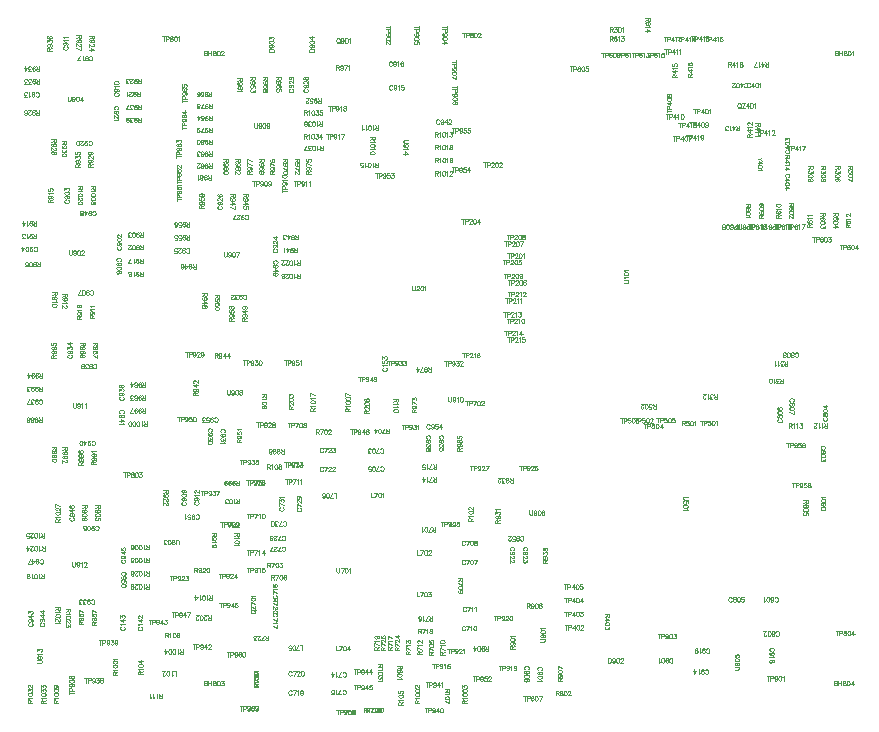
<source format=gbr>
%TF.GenerationSoftware,Altium Limited,Altium Designer,25.7.1 (20)*%
G04 Layer_Color=15983311*
%FSLAX45Y45*%
%MOMM*%
%TF.SameCoordinates,1AA72D45-9F13-4BD8-B423-63960E99F270*%
%TF.FilePolarity,Positive*%
%TF.FileFunction,Other,Top_Designator*%
%TF.Part,Single*%
G01*
G75*
%TA.AperFunction,NonConductor*%
%ADD106C,0.05080*%
D106*
X1801669Y1671078D02*
X1763577D01*
X1801669D02*
Y1654753D01*
X1799855Y1649311D01*
X1798041Y1647498D01*
X1794413Y1645684D01*
X1790786D01*
X1787158Y1647498D01*
X1785344Y1649311D01*
X1783530Y1654753D01*
Y1671078D01*
Y1658381D02*
X1763577Y1645684D01*
X1788972Y1613578D02*
X1783530Y1615391D01*
X1779902Y1619019D01*
X1778088Y1624461D01*
Y1626275D01*
X1779902Y1631717D01*
X1783530Y1635344D01*
X1788972Y1637158D01*
X1790786D01*
X1796227Y1635344D01*
X1799855Y1631717D01*
X1801669Y1626275D01*
Y1624461D01*
X1799855Y1619019D01*
X1796227Y1615391D01*
X1788972Y1613578D01*
X1779902D01*
X1770833Y1615391D01*
X1765391Y1619019D01*
X1763577Y1624461D01*
Y1628089D01*
X1765391Y1633530D01*
X1769019Y1635344D01*
X1794413Y1603238D02*
X1796227Y1599610D01*
X1801669Y1594169D01*
X1763577D01*
X1788972Y1551724D02*
X1783530Y1553538D01*
X1779902Y1557166D01*
X1778088Y1562607D01*
Y1564421D01*
X1779902Y1569863D01*
X1783530Y1573491D01*
X1788972Y1575304D01*
X1790786D01*
X1796227Y1573491D01*
X1799855Y1569863D01*
X1801669Y1564421D01*
Y1562607D01*
X1799855Y1557166D01*
X1796227Y1553538D01*
X1788972Y1551724D01*
X1779902D01*
X1770833Y1553538D01*
X1765391Y1557166D01*
X1763577Y1562607D01*
Y1566235D01*
X1765391Y1571677D01*
X1769019Y1573491D01*
X3938401Y1773804D02*
X3976493D01*
X3938401D02*
Y1790129D01*
X3940215Y1795571D01*
X3942029Y1797385D01*
X3945657Y1799199D01*
X3949284D01*
X3952912Y1797385D01*
X3954726Y1795571D01*
X3956540Y1790129D01*
Y1773804D01*
Y1786501D02*
X3976493Y1799199D01*
X3945657Y1807724D02*
X3943843Y1811352D01*
X3938401Y1816793D01*
X3976493D01*
X3938401Y1846541D02*
X3940215Y1841099D01*
X3945657Y1837472D01*
X3954726Y1835658D01*
X3960168D01*
X3969237Y1837472D01*
X3974679Y1841099D01*
X3976493Y1846541D01*
Y1850169D01*
X3974679Y1855611D01*
X3969237Y1859238D01*
X3960168Y1861052D01*
X3954726D01*
X3945657Y1859238D01*
X3940215Y1855611D01*
X3938401Y1850169D01*
Y1846541D01*
X3947471Y1871391D02*
X3945657D01*
X3942029Y1873206D01*
X3940215Y1875019D01*
X3938401Y1878647D01*
Y1885903D01*
X3940215Y1889531D01*
X3942029Y1891344D01*
X3945657Y1893158D01*
X3949284D01*
X3952912Y1891344D01*
X3958354Y1887717D01*
X3976493Y1869578D01*
Y1894972D01*
X2124771Y5141642D02*
Y5114433D01*
X2126585Y5108992D01*
X2130213Y5105364D01*
X2135654Y5103550D01*
X2139282D01*
X2144724Y5105364D01*
X2148352Y5108992D01*
X2150166Y5114433D01*
Y5141642D01*
X2184267Y5128945D02*
X2182453Y5123503D01*
X2178825Y5119875D01*
X2173383Y5118061D01*
X2171569D01*
X2166128Y5119875D01*
X2162500Y5123503D01*
X2160686Y5128945D01*
Y5130758D01*
X2162500Y5136200D01*
X2166128Y5139828D01*
X2171569Y5141642D01*
X2173383D01*
X2178825Y5139828D01*
X2182453Y5136200D01*
X2184267Y5128945D01*
Y5119875D01*
X2182453Y5110805D01*
X2178825Y5105364D01*
X2173383Y5103550D01*
X2169756D01*
X2164314Y5105364D01*
X2162500Y5108992D01*
X2205489Y5141642D02*
X2200048Y5139828D01*
X2196420Y5134386D01*
X2194606Y5125317D01*
Y5119875D01*
X2196420Y5110805D01*
X2200048Y5105364D01*
X2205489Y5103550D01*
X2209117D01*
X2214559Y5105364D01*
X2218187Y5110805D01*
X2220001Y5119875D01*
Y5125317D01*
X2218187Y5134386D01*
X2214559Y5139828D01*
X2209117Y5141642D01*
X2205489D01*
X2252106Y5128945D02*
X2250293Y5123503D01*
X2246665Y5119875D01*
X2241223Y5118061D01*
X2239409D01*
X2233968Y5119875D01*
X2230340Y5123503D01*
X2228526Y5128945D01*
Y5130758D01*
X2230340Y5136200D01*
X2233968Y5139828D01*
X2239409Y5141642D01*
X2241223D01*
X2246665Y5139828D01*
X2250293Y5136200D01*
X2252106Y5128945D01*
Y5119875D01*
X2250293Y5110805D01*
X2246665Y5105364D01*
X2241223Y5103550D01*
X2237595D01*
X2232154Y5105364D01*
X2230340Y5108992D01*
X2120701Y368540D02*
X2158793D01*
X2120701D02*
Y384865D01*
X2122515Y390307D01*
X2124329Y392120D01*
X2127956Y393934D01*
X2131584D01*
X2135212Y392120D01*
X2137026Y390307D01*
X2138840Y384865D01*
Y368540D01*
Y381237D02*
X2158793Y393934D01*
X2127956Y402460D02*
X2126143Y406088D01*
X2120701Y411529D01*
X2158793D01*
X2120701Y441277D02*
X2122515Y435835D01*
X2127956Y432207D01*
X2137026Y430394D01*
X2142468D01*
X2151537Y432207D01*
X2156979Y435835D01*
X2158793Y441277D01*
Y444905D01*
X2156979Y450347D01*
X2151537Y453974D01*
X2142468Y455788D01*
X2137026D01*
X2127956Y453974D01*
X2122515Y450347D01*
X2120701Y444905D01*
Y441277D01*
Y482452D02*
X2146096Y464314D01*
Y491522D01*
X2120701Y482452D02*
X2158793D01*
X2127956Y498233D02*
X2126143Y501861D01*
X2120701Y507303D01*
X2158793D01*
X3058162Y194814D02*
Y156722D01*
Y194814D02*
X3074487D01*
X3079929Y193000D01*
X3081743Y191186D01*
X3083557Y187558D01*
Y183931D01*
X3081743Y180303D01*
X3079929Y178489D01*
X3074487Y176675D01*
X3058162D01*
X3070859D02*
X3083557Y156722D01*
X3092082Y187558D02*
X3095710Y189372D01*
X3101152Y194814D01*
Y156722D01*
X3130899Y194814D02*
X3125458Y193000D01*
X3121830Y187558D01*
X3120016Y178489D01*
Y173047D01*
X3121830Y163978D01*
X3125458Y158536D01*
X3130899Y156722D01*
X3134527D01*
X3139969Y158536D01*
X3143596Y163978D01*
X3145411Y173047D01*
Y178489D01*
X3143596Y187558D01*
X3139969Y193000D01*
X3134527Y194814D01*
X3130899D01*
X3172075D02*
X3153936Y169419D01*
X3181144D01*
X3172075Y194814D02*
Y156722D01*
X3198739Y194814D02*
X3193297Y193000D01*
X3189670Y187558D01*
X3187856Y178489D01*
Y173047D01*
X3189670Y163978D01*
X3193297Y158536D01*
X3198739Y156722D01*
X3202367D01*
X3207809Y158536D01*
X3211436Y163978D01*
X3213250Y173047D01*
Y178489D01*
X3211436Y187558D01*
X3207809Y193000D01*
X3202367Y194814D01*
X3198739D01*
X2120117Y374776D02*
X2158209D01*
X2120117D02*
Y391101D01*
X2121930Y396543D01*
X2123745Y398357D01*
X2127372Y400171D01*
X2131000D01*
X2134628Y398357D01*
X2136442Y396543D01*
X2138256Y391101D01*
Y374776D01*
Y387473D02*
X2158209Y400171D01*
X2120117Y434091D02*
X2158209Y415951D01*
X2120117Y408696D02*
Y434091D01*
X2129186Y444430D02*
X2127372D01*
X2123745Y446244D01*
X2121930Y448058D01*
X2120117Y451685D01*
Y458941D01*
X2121930Y462569D01*
X2123745Y464383D01*
X2127372Y466196D01*
X2131000D01*
X2134628Y464383D01*
X2140070Y460755D01*
X2158209Y442616D01*
Y468010D01*
X2120117Y501930D02*
X2158209Y483791D01*
X2120117Y476536D02*
Y501930D01*
X3075322Y194814D02*
Y156722D01*
Y194814D02*
X3091647D01*
X3097089Y193000D01*
X3098903Y191186D01*
X3100717Y187558D01*
Y183931D01*
X3098903Y180303D01*
X3097089Y178489D01*
X3091647Y176675D01*
X3075322D01*
X3088019D02*
X3100717Y156722D01*
X3134637Y194814D02*
X3116497Y156722D01*
X3109242Y194814D02*
X3134637D01*
X3144976Y185744D02*
Y187558D01*
X3146790Y191186D01*
X3148604Y193000D01*
X3152231Y194814D01*
X3159487D01*
X3163115Y193000D01*
X3164929Y191186D01*
X3166742Y187558D01*
Y183931D01*
X3164929Y180303D01*
X3161301Y174861D01*
X3143162Y156722D01*
X3168557D01*
X3198849Y189372D02*
X3197035Y193000D01*
X3191593Y194814D01*
X3187965D01*
X3182523Y193000D01*
X3178896Y187558D01*
X3177082Y178489D01*
Y169419D01*
X3178896Y162164D01*
X3182523Y158536D01*
X3187965Y156722D01*
X3189779D01*
X3195221Y158536D01*
X3198849Y162164D01*
X3200662Y167605D01*
Y169419D01*
X3198849Y174861D01*
X3195221Y178489D01*
X3189779Y180303D01*
X3187965D01*
X3182523Y178489D01*
X3178896Y174861D01*
X3177082Y169419D01*
X4676469Y334743D02*
Y296651D01*
Y334743D02*
X4692794D01*
X4698236Y332929D01*
X4700050Y331115D01*
X4701864Y327487D01*
Y323859D01*
X4700050Y320231D01*
X4698236Y318417D01*
X4692794Y316604D01*
X4676469D01*
X4689166D02*
X4701864Y296651D01*
X4719459Y334743D02*
X4714017Y332929D01*
X4712203Y329301D01*
Y325673D01*
X4714017Y322045D01*
X4717645Y320231D01*
X4724900Y318417D01*
X4730342Y316604D01*
X4733970Y312976D01*
X4735784Y309348D01*
Y303906D01*
X4733970Y300279D01*
X4732156Y298464D01*
X4726714Y296651D01*
X4719459D01*
X4714017Y298464D01*
X4712203Y300279D01*
X4710389Y303906D01*
Y309348D01*
X4712203Y312976D01*
X4715831Y316604D01*
X4721272Y318417D01*
X4728528Y320231D01*
X4732156Y322045D01*
X4733970Y325673D01*
Y329301D01*
X4732156Y332929D01*
X4726714Y334743D01*
X4719459D01*
X4755192D02*
X4749751Y332929D01*
X4746123Y327487D01*
X4744309Y318417D01*
Y312976D01*
X4746123Y303906D01*
X4749751Y298464D01*
X4755192Y296651D01*
X4758820D01*
X4764262Y298464D01*
X4767890Y303906D01*
X4769704Y312976D01*
Y318417D01*
X4767890Y327487D01*
X4764262Y332929D01*
X4758820Y334743D01*
X4755192D01*
X4780043Y325673D02*
Y327487D01*
X4781857Y331115D01*
X4783671Y332929D01*
X4787299Y334743D01*
X4794554D01*
X4798182Y332929D01*
X4799996Y331115D01*
X4801810Y327487D01*
Y323859D01*
X4799996Y320231D01*
X4796368Y314790D01*
X4778229Y296651D01*
X4803624D01*
X3210251Y559043D02*
X3172159D01*
X3210251D02*
Y542718D01*
X3208437Y537276D01*
X3206623Y535462D01*
X3202996Y533648D01*
X3199368D01*
X3195740Y535462D01*
X3193926Y537276D01*
X3192112Y542718D01*
Y559043D01*
Y546346D02*
X3172159Y533648D01*
X3202996Y525123D02*
X3204809Y521495D01*
X3210251Y516053D01*
X3172159D01*
X3210251Y486306D02*
X3208437Y491747D01*
X3202996Y495375D01*
X3193926Y497189D01*
X3188484D01*
X3179415Y495375D01*
X3173973Y491747D01*
X3172159Y486306D01*
Y482678D01*
X3173973Y477236D01*
X3179415Y473608D01*
X3188484Y471794D01*
X3193926D01*
X3202996Y473608D01*
X3208437Y477236D01*
X3210251Y482678D01*
Y486306D01*
Y459641D02*
Y439688D01*
X3195740Y450572D01*
Y445130D01*
X3193926Y441502D01*
X3192112Y439688D01*
X3186671Y437874D01*
X3183043D01*
X3177601Y439688D01*
X3173973Y443316D01*
X3172159Y448758D01*
Y454199D01*
X3173973Y459641D01*
X3175787Y461455D01*
X3179415Y463269D01*
X3202996Y429349D02*
X3204809Y425721D01*
X3210251Y420280D01*
X3172159D01*
X1519596Y649737D02*
Y687828D01*
Y649737D02*
X1503271D01*
X1497829Y651550D01*
X1496015Y653364D01*
X1494201Y656992D01*
Y660620D01*
X1496015Y664248D01*
X1497829Y666062D01*
X1503271Y667875D01*
X1519596D01*
X1506898D02*
X1494201Y687828D01*
X1485676Y656992D02*
X1482048Y655178D01*
X1476606Y649737D01*
Y687828D01*
X1446858Y649737D02*
X1452300Y651550D01*
X1455928Y656992D01*
X1457742Y666062D01*
Y671503D01*
X1455928Y680573D01*
X1452300Y686015D01*
X1446858Y687828D01*
X1443231D01*
X1437789Y686015D01*
X1434161Y680573D01*
X1432347Y671503D01*
Y666062D01*
X1434161Y656992D01*
X1437789Y651550D01*
X1443231Y649737D01*
X1446858D01*
X1412939D02*
X1418380Y651550D01*
X1422008Y656992D01*
X1423822Y666062D01*
Y671503D01*
X1422008Y680573D01*
X1418380Y686015D01*
X1412939Y687828D01*
X1409311D01*
X1403869Y686015D01*
X1400241Y680573D01*
X1398427Y671503D01*
Y666062D01*
X1400241Y656992D01*
X1403869Y651550D01*
X1409311Y649737D01*
X1412939D01*
X1371763D02*
X1389902Y675131D01*
X1362693D01*
X1371763Y649737D02*
Y687828D01*
X3886864Y230024D02*
X3924956D01*
X3886864D02*
Y246350D01*
X3888678Y251791D01*
X3890492Y253605D01*
X3894120Y255419D01*
X3897748D01*
X3901376Y253605D01*
X3903190Y251791D01*
X3905003Y246350D01*
Y230024D01*
Y242722D02*
X3924956Y255419D01*
X3894120Y263944D02*
X3892306Y267572D01*
X3886864Y273014D01*
X3924956D01*
X3886864Y302762D02*
X3888678Y297320D01*
X3894120Y293692D01*
X3903190Y291878D01*
X3908631D01*
X3917701Y293692D01*
X3923143Y297320D01*
X3924956Y302762D01*
Y306390D01*
X3923143Y311831D01*
X3917701Y315459D01*
X3908631Y317273D01*
X3903190D01*
X3894120Y315459D01*
X3888678Y311831D01*
X3886864Y306390D01*
Y302762D01*
Y336682D02*
X3888678Y331240D01*
X3894120Y327612D01*
X3903190Y325798D01*
X3908631D01*
X3917701Y327612D01*
X3923143Y331240D01*
X3924956Y336682D01*
Y340309D01*
X3923143Y345751D01*
X3917701Y349379D01*
X3908631Y351193D01*
X3903190D01*
X3894120Y349379D01*
X3888678Y345751D01*
X3886864Y340309D01*
Y336682D01*
Y363346D02*
Y383299D01*
X3901376Y372415D01*
Y377857D01*
X3903190Y381485D01*
X3905003Y383299D01*
X3910445Y385113D01*
X3914073D01*
X3919515Y383299D01*
X3923143Y379671D01*
X3924956Y374229D01*
Y368788D01*
X3923143Y363346D01*
X3921328Y361532D01*
X3917701Y359718D01*
X3620204Y3038911D02*
Y3077003D01*
Y3038911D02*
X3603879D01*
X3598437Y3040725D01*
X3596623Y3042539D01*
X3594809Y3046167D01*
Y3049795D01*
X3596623Y3053423D01*
X3598437Y3055236D01*
X3603879Y3057050D01*
X3620204D01*
X3607507D02*
X3594809Y3077003D01*
X3562704Y3051609D02*
X3564517Y3057050D01*
X3568145Y3060678D01*
X3573587Y3062492D01*
X3575401D01*
X3580842Y3060678D01*
X3584470Y3057050D01*
X3586284Y3051609D01*
Y3049795D01*
X3584470Y3044353D01*
X3580842Y3040725D01*
X3575401Y3038911D01*
X3573587D01*
X3568145Y3040725D01*
X3564517Y3044353D01*
X3562704Y3051609D01*
Y3060678D01*
X3564517Y3069748D01*
X3568145Y3075189D01*
X3573587Y3077003D01*
X3577215D01*
X3582656Y3075189D01*
X3584470Y3071562D01*
X3526970Y3038911D02*
X3545109Y3077003D01*
X3552364Y3038911D02*
X3526970D01*
X3500305D02*
X3518444Y3064306D01*
X3491236D01*
X3500305Y3038911D02*
Y3077003D01*
X2600989Y2708527D02*
X2639081D01*
X2600989D02*
Y2724852D01*
X2602803Y2730294D01*
X2604617Y2732108D01*
X2608245Y2733922D01*
X2611873D01*
X2615501Y2732108D01*
X2617315Y2730294D01*
X2619128Y2724852D01*
Y2708527D01*
Y2721224D02*
X2639081Y2733922D01*
X2608245Y2742447D02*
X2606431Y2746075D01*
X2600989Y2751516D01*
X2639081D01*
X2600989Y2781264D02*
X2602803Y2775822D01*
X2608245Y2772195D01*
X2617315Y2770381D01*
X2622756D01*
X2631826Y2772195D01*
X2637268Y2775822D01*
X2639081Y2781264D01*
Y2784892D01*
X2637268Y2790334D01*
X2631826Y2793961D01*
X2622756Y2795775D01*
X2617315D01*
X2608245Y2793961D01*
X2602803Y2790334D01*
X2600989Y2784892D01*
Y2781264D01*
X2608245Y2804301D02*
X2606431Y2807929D01*
X2600989Y2813370D01*
X2639081D01*
X2600989Y2857629D02*
X2639081Y2839490D01*
X2600989Y2832235D02*
Y2857629D01*
X2897788Y2704518D02*
X2935880D01*
X2897788D02*
Y2720843D01*
X2899602Y2726285D01*
X2901416Y2728098D01*
X2905044Y2729912D01*
X2908672D01*
X2912300Y2728098D01*
X2914114Y2726285D01*
X2915927Y2720843D01*
Y2704518D01*
Y2717215D02*
X2935880Y2729912D01*
X2905044Y2738438D02*
X2903230Y2742066D01*
X2897788Y2747507D01*
X2935880D01*
X2897788Y2777255D02*
X2899602Y2771813D01*
X2905044Y2768185D01*
X2914114Y2766372D01*
X2919555D01*
X2928625Y2768185D01*
X2934067Y2771813D01*
X2935880Y2777255D01*
Y2780883D01*
X2934067Y2786325D01*
X2928625Y2789952D01*
X2919555Y2791766D01*
X2914114D01*
X2905044Y2789952D01*
X2899602Y2786325D01*
X2897788Y2780883D01*
Y2777255D01*
Y2811175D02*
X2899602Y2805733D01*
X2905044Y2802105D01*
X2914114Y2800292D01*
X2919555D01*
X2928625Y2802105D01*
X2934067Y2805733D01*
X2935880Y2811175D01*
Y2814803D01*
X2934067Y2820245D01*
X2928625Y2823872D01*
X2919555Y2825686D01*
X2914114D01*
X2905044Y2823872D01*
X2899602Y2820245D01*
X2897788Y2814803D01*
Y2811175D01*
Y2859606D02*
X2935880Y2841467D01*
X2897788Y2834212D02*
Y2859606D01*
X928272Y470622D02*
X966364D01*
X928272D02*
Y486947D01*
X930086Y492389D01*
X931900Y494203D01*
X935528Y496017D01*
X939156D01*
X942784Y494203D01*
X944598Y492389D01*
X946411Y486947D01*
Y470622D01*
Y483320D02*
X966364Y496017D01*
X935528Y504542D02*
X933714Y508170D01*
X928272Y513612D01*
X966364D01*
X928272Y543360D02*
X930086Y537918D01*
X935528Y534290D01*
X944598Y532476D01*
X950039D01*
X959109Y534290D01*
X964551Y537918D01*
X966364Y543360D01*
Y546987D01*
X964551Y552429D01*
X959109Y556057D01*
X950039Y557871D01*
X944598D01*
X935528Y556057D01*
X930086Y552429D01*
X928272Y546987D01*
Y543360D01*
Y577280D02*
X930086Y571838D01*
X935528Y568210D01*
X944598Y566396D01*
X950039D01*
X959109Y568210D01*
X964551Y571838D01*
X966364Y577280D01*
Y580907D01*
X964551Y586349D01*
X959109Y589977D01*
X950039Y591791D01*
X944598D01*
X935528Y589977D01*
X930086Y586349D01*
X928272Y580907D01*
Y577280D01*
X935528Y600316D02*
X933714Y603944D01*
X928272Y609386D01*
X966364D01*
X1789665Y3193970D02*
Y3155878D01*
Y3193970D02*
X1805990D01*
X1811432Y3192156D01*
X1813246Y3190342D01*
X1815060Y3186714D01*
Y3183086D01*
X1813246Y3179458D01*
X1811432Y3177645D01*
X1805990Y3175831D01*
X1789665D01*
X1802362D02*
X1815060Y3155878D01*
X1847166Y3181273D02*
X1845352Y3175831D01*
X1841724Y3172203D01*
X1836282Y3170389D01*
X1834469D01*
X1829027Y3172203D01*
X1825399Y3175831D01*
X1823585Y3181273D01*
Y3183086D01*
X1825399Y3188528D01*
X1829027Y3192156D01*
X1834469Y3193970D01*
X1836282D01*
X1841724Y3192156D01*
X1845352Y3188528D01*
X1847166Y3181273D01*
Y3172203D01*
X1845352Y3163133D01*
X1841724Y3157692D01*
X1836282Y3155878D01*
X1832655D01*
X1827213Y3157692D01*
X1825399Y3161320D01*
X1875644Y3193970D02*
X1857505Y3168575D01*
X1884714D01*
X1875644Y3193970D02*
Y3155878D01*
X1909564Y3193970D02*
X1891425Y3168575D01*
X1918633D01*
X1909564Y3193970D02*
Y3155878D01*
X1769815Y1105463D02*
Y1143555D01*
Y1105463D02*
X1753490D01*
X1748048Y1107277D01*
X1746234Y1109091D01*
X1744420Y1112719D01*
Y1116347D01*
X1746234Y1119975D01*
X1748048Y1121788D01*
X1753490Y1123602D01*
X1769815D01*
X1757118D02*
X1744420Y1143555D01*
X1735895Y1112719D02*
X1732267Y1110905D01*
X1726825Y1105463D01*
Y1143555D01*
X1697078Y1105463D02*
X1702519Y1107277D01*
X1706147Y1112719D01*
X1707961Y1121788D01*
Y1127230D01*
X1706147Y1136300D01*
X1702519Y1141741D01*
X1697078Y1143555D01*
X1693450D01*
X1688008Y1141741D01*
X1684380Y1136300D01*
X1682566Y1127230D01*
Y1121788D01*
X1684380Y1112719D01*
X1688008Y1107277D01*
X1693450Y1105463D01*
X1697078D01*
X1674041Y1112719D02*
X1670413Y1110905D01*
X1664972Y1105463D01*
Y1143555D01*
X1627968Y1105463D02*
X1646107Y1130858D01*
X1618899D01*
X1627968Y1105463D02*
Y1143555D01*
X4312362Y2099315D02*
Y2137406D01*
Y2099315D02*
X4296037D01*
X4290595Y2101128D01*
X4288781Y2102942D01*
X4286967Y2106570D01*
Y2110198D01*
X4288781Y2113826D01*
X4290595Y2115640D01*
X4296037Y2117453D01*
X4312362D01*
X4299665D02*
X4286967Y2137406D01*
X4254861Y2112012D02*
X4256675Y2117453D01*
X4260303Y2121081D01*
X4265745Y2122895D01*
X4267558D01*
X4273000Y2121081D01*
X4276628Y2117453D01*
X4278442Y2112012D01*
Y2110198D01*
X4276628Y2104756D01*
X4273000Y2101128D01*
X4267558Y2099315D01*
X4265745D01*
X4260303Y2101128D01*
X4256675Y2104756D01*
X4254861Y2112012D01*
Y2121081D01*
X4256675Y2130151D01*
X4260303Y2135593D01*
X4265745Y2137406D01*
X4269372D01*
X4274814Y2135593D01*
X4276628Y2131965D01*
X4240894Y2099315D02*
X4220941D01*
X4231825Y2113826D01*
X4226383D01*
X4222755Y2115640D01*
X4220941Y2117453D01*
X4219127Y2122895D01*
Y2126523D01*
X4220941Y2131965D01*
X4224569Y2135593D01*
X4230011Y2137406D01*
X4235452D01*
X4240894Y2135593D01*
X4242708Y2133779D01*
X4244522Y2130151D01*
X4208788Y2108384D02*
Y2106570D01*
X4206974Y2102942D01*
X4205160Y2101128D01*
X4201532Y2099315D01*
X4194277D01*
X4190649Y2101128D01*
X4188835Y2102942D01*
X4187021Y2106570D01*
Y2110198D01*
X4188835Y2113826D01*
X4192463Y2119268D01*
X4210602Y2137406D01*
X4185207D01*
X4106233Y675645D02*
Y713736D01*
Y675645D02*
X4089908D01*
X4084466Y677458D01*
X4082652Y679272D01*
X4080838Y682900D01*
Y686528D01*
X4082652Y690156D01*
X4084466Y691970D01*
X4089908Y693783D01*
X4106233D01*
X4093536D02*
X4080838Y713736D01*
X4048733Y688342D02*
X4050546Y693783D01*
X4054174Y697411D01*
X4059616Y699225D01*
X4061430D01*
X4066871Y697411D01*
X4070499Y693783D01*
X4072313Y688342D01*
Y686528D01*
X4070499Y681086D01*
X4066871Y677458D01*
X4061430Y675645D01*
X4059616D01*
X4054174Y677458D01*
X4050546Y681086D01*
X4048733Y688342D01*
Y697411D01*
X4050546Y706481D01*
X4054174Y711923D01*
X4059616Y713736D01*
X4063244D01*
X4068685Y711923D01*
X4070499Y708295D01*
X4027510Y675645D02*
X4032952Y677458D01*
X4036579Y682900D01*
X4038393Y691970D01*
Y697411D01*
X4036579Y706481D01*
X4032952Y711923D01*
X4027510Y713736D01*
X4023882D01*
X4018440Y711923D01*
X4014813Y706481D01*
X4012999Y697411D01*
Y691970D01*
X4014813Y682900D01*
X4018440Y677458D01*
X4023882Y675645D01*
X4027510D01*
X3986334D02*
X4004473Y701039D01*
X3977265D01*
X3986334Y675645D02*
Y713736D01*
X4166671Y1760914D02*
X4204763D01*
X4166671D02*
Y1777239D01*
X4168485Y1782681D01*
X4170299Y1784495D01*
X4173926Y1786309D01*
X4177554D01*
X4181182Y1784495D01*
X4182996Y1782681D01*
X4184810Y1777239D01*
Y1760914D01*
Y1773611D02*
X4204763Y1786309D01*
X4179368Y1818414D02*
X4184810Y1816601D01*
X4188438Y1812973D01*
X4190251Y1807531D01*
Y1805717D01*
X4188438Y1800276D01*
X4184810Y1796648D01*
X4179368Y1794834D01*
X4177554D01*
X4172113Y1796648D01*
X4168485Y1800276D01*
X4166671Y1805717D01*
Y1807531D01*
X4168485Y1812973D01*
X4172113Y1816601D01*
X4179368Y1818414D01*
X4188438D01*
X4197507Y1816601D01*
X4202949Y1812973D01*
X4204763Y1807531D01*
Y1803903D01*
X4202949Y1798462D01*
X4199321Y1796648D01*
X4166671Y1832382D02*
Y1852334D01*
X4181182Y1841451D01*
Y1846893D01*
X4182996Y1850521D01*
X4184810Y1852334D01*
X4190251Y1854148D01*
X4193879D01*
X4199321Y1852334D01*
X4202949Y1848707D01*
X4204763Y1843265D01*
Y1837823D01*
X4202949Y1832382D01*
X4201135Y1830568D01*
X4197507Y1828754D01*
X4173926Y1862674D02*
X4172113Y1866302D01*
X4166671Y1871743D01*
X4204763D01*
X1618995Y1379292D02*
Y1341200D01*
Y1379292D02*
X1635320D01*
X1640762Y1377478D01*
X1642576Y1375664D01*
X1644390Y1372037D01*
Y1368409D01*
X1642576Y1364781D01*
X1640762Y1362967D01*
X1635320Y1361153D01*
X1618995D01*
X1631692D02*
X1644390Y1341200D01*
X1676496Y1366595D02*
X1674682Y1361153D01*
X1671054Y1357525D01*
X1665612Y1355712D01*
X1663798D01*
X1658357Y1357525D01*
X1654729Y1361153D01*
X1652915Y1366595D01*
Y1368409D01*
X1654729Y1373850D01*
X1658357Y1377478D01*
X1663798Y1379292D01*
X1665612D01*
X1671054Y1377478D01*
X1674682Y1373850D01*
X1676496Y1366595D01*
Y1357525D01*
X1674682Y1348456D01*
X1671054Y1343014D01*
X1665612Y1341200D01*
X1661984D01*
X1656543Y1343014D01*
X1654729Y1346642D01*
X1688649Y1370223D02*
Y1372037D01*
X1690463Y1375664D01*
X1692277Y1377478D01*
X1695904Y1379292D01*
X1703160D01*
X1706788Y1377478D01*
X1708602Y1375664D01*
X1710415Y1372037D01*
Y1368409D01*
X1708602Y1364781D01*
X1704974Y1359339D01*
X1686835Y1341200D01*
X1712229D01*
X1731638Y1379292D02*
X1726196Y1377478D01*
X1722569Y1372037D01*
X1720755Y1362967D01*
Y1357525D01*
X1722569Y1348456D01*
X1726196Y1343014D01*
X1731638Y1341200D01*
X1735266D01*
X1740708Y1343014D01*
X1744335Y1348456D01*
X1746149Y1357525D01*
Y1362967D01*
X1744335Y1372037D01*
X1740708Y1377478D01*
X1735266Y1379292D01*
X1731638D01*
X4432350Y1076600D02*
Y1038508D01*
Y1076600D02*
X4448675D01*
X4454117Y1074787D01*
X4455930Y1072972D01*
X4457744Y1069345D01*
Y1065717D01*
X4455930Y1062089D01*
X4454117Y1060275D01*
X4448675Y1058461D01*
X4432350D01*
X4445047D02*
X4457744Y1038508D01*
X4489850Y1063903D02*
X4488036Y1058461D01*
X4484409Y1054834D01*
X4478967Y1053020D01*
X4477153D01*
X4471711Y1054834D01*
X4468084Y1058461D01*
X4466270Y1063903D01*
Y1065717D01*
X4468084Y1071159D01*
X4471711Y1074787D01*
X4477153Y1076600D01*
X4478967D01*
X4484409Y1074787D01*
X4488036Y1071159D01*
X4489850Y1063903D01*
Y1054834D01*
X4488036Y1045764D01*
X4484409Y1040322D01*
X4478967Y1038508D01*
X4475339D01*
X4469898Y1040322D01*
X4468084Y1043950D01*
X4511073Y1076600D02*
X4505631Y1074787D01*
X4502003Y1069345D01*
X4500190Y1060275D01*
Y1054834D01*
X4502003Y1045764D01*
X4505631Y1040322D01*
X4511073Y1038508D01*
X4514701D01*
X4520143Y1040322D01*
X4523770Y1045764D01*
X4525584Y1054834D01*
Y1060275D01*
X4523770Y1069345D01*
X4520143Y1074787D01*
X4514701Y1076600D01*
X4511073D01*
X4543179D02*
X4537737Y1074787D01*
X4535923Y1071159D01*
Y1067531D01*
X4537737Y1063903D01*
X4541365Y1062089D01*
X4548621Y1060275D01*
X4554063Y1058461D01*
X4557690Y1054834D01*
X4559504Y1051206D01*
Y1045764D01*
X4557690Y1042136D01*
X4555876Y1040322D01*
X4550435Y1038508D01*
X4543179D01*
X4537737Y1040322D01*
X4535923Y1042136D01*
X4534110Y1045764D01*
Y1051206D01*
X4535923Y1054834D01*
X4539551Y1058461D01*
X4544993Y1060275D01*
X4552248Y1062089D01*
X4555876Y1063903D01*
X4557690Y1067531D01*
Y1071159D01*
X4555876Y1074787D01*
X4550435Y1076600D01*
X4543179D01*
X4290928Y690304D02*
X4329020D01*
X4290928D02*
Y706629D01*
X4292741Y712071D01*
X4294556Y713885D01*
X4298183Y715699D01*
X4301811D01*
X4305439Y713885D01*
X4307253Y712071D01*
X4309067Y706629D01*
Y690304D01*
Y703001D02*
X4329020Y715699D01*
X4303625Y747804D02*
X4309067Y745991D01*
X4312694Y742363D01*
X4314508Y736921D01*
Y735107D01*
X4312694Y729666D01*
X4309067Y726038D01*
X4303625Y724224D01*
X4301811D01*
X4296369Y726038D01*
X4292741Y729666D01*
X4290928Y735107D01*
Y736921D01*
X4292741Y742363D01*
X4296369Y745991D01*
X4303625Y747804D01*
X4312694D01*
X4321764Y745991D01*
X4327206Y742363D01*
X4329020Y736921D01*
Y733293D01*
X4327206Y727852D01*
X4323578Y726038D01*
X4290928Y769027D02*
X4292741Y763585D01*
X4298183Y759958D01*
X4307253Y758144D01*
X4312694D01*
X4321764Y759958D01*
X4327206Y763585D01*
X4329020Y769027D01*
Y772655D01*
X4327206Y778097D01*
X4321764Y781724D01*
X4312694Y783538D01*
X4307253D01*
X4298183Y781724D01*
X4292741Y778097D01*
X4290928Y772655D01*
Y769027D01*
X4298183Y792064D02*
X4296369Y795692D01*
X4290928Y801133D01*
X4329020D01*
X3486052Y229796D02*
X3524144D01*
X3486052D02*
Y246121D01*
X3487866Y251563D01*
X3489680Y253376D01*
X3493308Y255190D01*
X3496936D01*
X3500564Y253376D01*
X3502378Y251563D01*
X3504191Y246121D01*
Y229796D01*
Y242493D02*
X3524144Y255190D01*
X3493308Y263716D02*
X3491494Y267344D01*
X3486052Y272785D01*
X3524144D01*
X3486052Y302533D02*
X3487866Y297091D01*
X3493308Y293463D01*
X3502378Y291650D01*
X3507819D01*
X3516889Y293463D01*
X3522331Y297091D01*
X3524144Y302533D01*
Y306161D01*
X3522331Y311603D01*
X3516889Y315230D01*
X3507819Y317044D01*
X3502378D01*
X3493308Y315230D01*
X3487866Y311603D01*
X3486052Y306161D01*
Y302533D01*
Y336453D02*
X3487866Y331011D01*
X3493308Y327383D01*
X3502378Y325570D01*
X3507819D01*
X3516889Y327383D01*
X3522331Y331011D01*
X3524144Y336453D01*
Y340081D01*
X3522331Y345523D01*
X3516889Y349150D01*
X3507819Y350964D01*
X3502378D01*
X3493308Y349150D01*
X3487866Y345523D01*
X3486052Y340081D01*
Y336453D01*
X3495122Y361303D02*
X3493308D01*
X3489680Y363117D01*
X3487866Y364931D01*
X3486052Y368559D01*
Y375815D01*
X3487866Y379442D01*
X3489680Y381256D01*
X3493308Y383070D01*
X3496936D01*
X3500564Y381256D01*
X3506005Y377628D01*
X3524144Y359490D01*
Y384884D01*
X2373961Y2345060D02*
Y2383151D01*
Y2345060D02*
X2357636D01*
X2352194Y2346873D01*
X2350380Y2348687D01*
X2348566Y2352315D01*
Y2355943D01*
X2350380Y2359571D01*
X2352194Y2361385D01*
X2357636Y2363198D01*
X2373961D01*
X2361264D02*
X2348566Y2383151D01*
X2316460Y2357757D02*
X2318274Y2363198D01*
X2321902Y2366826D01*
X2327344Y2368640D01*
X2329157D01*
X2334599Y2366826D01*
X2338227Y2363198D01*
X2340041Y2357757D01*
Y2355943D01*
X2338227Y2350501D01*
X2334599Y2346873D01*
X2329157Y2345060D01*
X2327344D01*
X2321902Y2346873D01*
X2318274Y2350501D01*
X2316460Y2357757D01*
Y2366826D01*
X2318274Y2375896D01*
X2321902Y2381338D01*
X2327344Y2383151D01*
X2330971D01*
X2336413Y2381338D01*
X2338227Y2377710D01*
X2282540Y2357757D02*
X2284354Y2363198D01*
X2287982Y2366826D01*
X2293424Y2368640D01*
X2295237D01*
X2300679Y2366826D01*
X2304307Y2363198D01*
X2306121Y2357757D01*
Y2355943D01*
X2304307Y2350501D01*
X2300679Y2346873D01*
X2295237Y2345060D01*
X2293424D01*
X2287982Y2346873D01*
X2284354Y2350501D01*
X2282540Y2357757D01*
Y2366826D01*
X2284354Y2375896D01*
X2287982Y2381338D01*
X2293424Y2383151D01*
X2297051D01*
X2302493Y2381338D01*
X2304307Y2377710D01*
X2263131Y2345060D02*
X2268573Y2346873D01*
X2270387Y2350501D01*
Y2354129D01*
X2268573Y2357757D01*
X2264945Y2359571D01*
X2257690Y2361385D01*
X2252248Y2363198D01*
X2248620Y2366826D01*
X2246806Y2370454D01*
Y2375896D01*
X2248620Y2379524D01*
X2250434Y2381338D01*
X2255876Y2383151D01*
X2263131D01*
X2268573Y2381338D01*
X2270387Y2379524D01*
X2272201Y2375896D01*
Y2370454D01*
X2270387Y2366826D01*
X2266759Y2363198D01*
X2261318Y2361385D01*
X2254062Y2359571D01*
X2250434Y2357757D01*
X2248620Y2354129D01*
Y2350501D01*
X2250434Y2346873D01*
X2255876Y2345060D01*
X2263131D01*
X3460652Y2693110D02*
X3498744D01*
X3460652D02*
Y2709435D01*
X3462466Y2714877D01*
X3464280Y2716691D01*
X3467908Y2718505D01*
X3471536D01*
X3475164Y2716691D01*
X3476978Y2714877D01*
X3478791Y2709435D01*
Y2693110D01*
Y2705807D02*
X3498744Y2718505D01*
X3473350Y2750611D02*
X3478791Y2748797D01*
X3482419Y2745169D01*
X3484233Y2739727D01*
Y2737913D01*
X3482419Y2732472D01*
X3478791Y2728844D01*
X3473350Y2727030D01*
X3471536D01*
X3466094Y2728844D01*
X3462466Y2732472D01*
X3460652Y2737913D01*
Y2739727D01*
X3462466Y2745169D01*
X3466094Y2748797D01*
X3473350Y2750611D01*
X3482419D01*
X3491489Y2748797D01*
X3496931Y2745169D01*
X3498744Y2739727D01*
Y2736100D01*
X3496931Y2730658D01*
X3493303Y2728844D01*
X3460652Y2786345D02*
X3498744Y2768206D01*
X3460652Y2760950D02*
Y2786345D01*
Y2798498D02*
Y2818451D01*
X3475164Y2807567D01*
Y2813009D01*
X3476978Y2816637D01*
X3478791Y2818451D01*
X3484233Y2820265D01*
X3487861D01*
X3493303Y2818451D01*
X3496931Y2814823D01*
X3498744Y2809381D01*
Y2803940D01*
X3496931Y2798498D01*
X3495116Y2796684D01*
X3491489Y2794870D01*
X1609069Y2838170D02*
X1647161D01*
X1609069D02*
Y2854495D01*
X1610882Y2859936D01*
X1612697Y2861750D01*
X1616324Y2863564D01*
X1619952D01*
X1623580Y2861750D01*
X1625394Y2859936D01*
X1627208Y2854495D01*
Y2838170D01*
Y2850867D02*
X1647161Y2863564D01*
X1621766Y2895670D02*
X1627208Y2893856D01*
X1630835Y2890228D01*
X1632649Y2884787D01*
Y2882973D01*
X1630835Y2877531D01*
X1627208Y2873903D01*
X1621766Y2872090D01*
X1619952D01*
X1614510Y2873903D01*
X1610882Y2877531D01*
X1609069Y2882973D01*
Y2884787D01*
X1610882Y2890228D01*
X1614510Y2893856D01*
X1621766Y2895670D01*
X1630835D01*
X1639905Y2893856D01*
X1645347Y2890228D01*
X1647161Y2884787D01*
Y2881159D01*
X1645347Y2875717D01*
X1641719Y2873903D01*
X1609069Y2924148D02*
X1634463Y2906009D01*
Y2933218D01*
X1609069Y2924148D02*
X1647161D01*
X1618138Y2941743D02*
X1616324D01*
X1612697Y2943557D01*
X1610882Y2945371D01*
X1609069Y2948999D01*
Y2956254D01*
X1610882Y2959882D01*
X1612697Y2961696D01*
X1616324Y2963510D01*
X1619952D01*
X1623580Y2961696D01*
X1629022Y2958068D01*
X1647161Y2939929D01*
Y2965324D01*
X1997362Y2077598D02*
Y2115689D01*
Y2077598D02*
X1981037D01*
X1975595Y2079411D01*
X1973781Y2081225D01*
X1971967Y2084853D01*
Y2088481D01*
X1973781Y2092109D01*
X1975595Y2093923D01*
X1981037Y2095736D01*
X1997362D01*
X1984665D02*
X1971967Y2115689D01*
X1939861Y2090295D02*
X1941675Y2095736D01*
X1945303Y2099364D01*
X1950745Y2101178D01*
X1952558D01*
X1958000Y2099364D01*
X1961628Y2095736D01*
X1963442Y2090295D01*
Y2088481D01*
X1961628Y2083039D01*
X1958000Y2079411D01*
X1952558Y2077598D01*
X1950745D01*
X1945303Y2079411D01*
X1941675Y2083039D01*
X1939861Y2090295D01*
Y2099364D01*
X1941675Y2108434D01*
X1945303Y2113876D01*
X1950745Y2115689D01*
X1954372D01*
X1959814Y2113876D01*
X1961628Y2110248D01*
X1905941Y2090295D02*
X1907755Y2095736D01*
X1911383Y2099364D01*
X1916825Y2101178D01*
X1918639D01*
X1924080Y2099364D01*
X1927708Y2095736D01*
X1929522Y2090295D01*
Y2088481D01*
X1927708Y2083039D01*
X1924080Y2079411D01*
X1918639Y2077598D01*
X1916825D01*
X1911383Y2079411D01*
X1907755Y2083039D01*
X1905941Y2090295D01*
Y2099364D01*
X1907755Y2108434D01*
X1911383Y2113876D01*
X1916825Y2115689D01*
X1920452D01*
X1925894Y2113876D01*
X1927708Y2110248D01*
X1872021Y2090295D02*
X1873835Y2095736D01*
X1877463Y2099364D01*
X1882905Y2101178D01*
X1884719D01*
X1890160Y2099364D01*
X1893788Y2095736D01*
X1895602Y2090295D01*
Y2088481D01*
X1893788Y2083039D01*
X1890160Y2079411D01*
X1884719Y2077598D01*
X1882905D01*
X1877463Y2079411D01*
X1873835Y2083039D01*
X1872021Y2090295D01*
Y2099364D01*
X1873835Y2108434D01*
X1877463Y2113876D01*
X1882905Y2115689D01*
X1886532D01*
X1891974Y2113876D01*
X1893788Y2110248D01*
X7037077Y420036D02*
Y381944D01*
Y420036D02*
X7053402D01*
X7058844Y418222D01*
X7060657Y416408D01*
X7062472Y412780D01*
Y409152D01*
X7060657Y405524D01*
X7058844Y403711D01*
X7053402Y401897D01*
X7037077D02*
X7053402D01*
X7058844Y400083D01*
X7060657Y398269D01*
X7062472Y394641D01*
Y389199D01*
X7060657Y385572D01*
X7058844Y383758D01*
X7053402Y381944D01*
X7037077D01*
X7070997Y420036D02*
Y381944D01*
X7096391Y420036D02*
Y381944D01*
X7070997Y401897D02*
X7096391D01*
X7115981Y420036D02*
X7110540Y418222D01*
X7108726Y414594D01*
Y410966D01*
X7110540Y407339D01*
X7114167Y405524D01*
X7121423Y403711D01*
X7126865Y401897D01*
X7130492Y398269D01*
X7132307Y394641D01*
Y389199D01*
X7130492Y385572D01*
X7128679Y383758D01*
X7123237Y381944D01*
X7115981D01*
X7110540Y383758D01*
X7108726Y385572D01*
X7106912Y389199D01*
Y394641D01*
X7108726Y398269D01*
X7112354Y401897D01*
X7117795Y403711D01*
X7125051Y405524D01*
X7128679Y407339D01*
X7130492Y410966D01*
Y414594D01*
X7128679Y418222D01*
X7123237Y420036D01*
X7115981D01*
X7151715D02*
X7146273Y418222D01*
X7142646Y412780D01*
X7140832Y403711D01*
Y398269D01*
X7142646Y389199D01*
X7146273Y383758D01*
X7151715Y381944D01*
X7155343D01*
X7160785Y383758D01*
X7164412Y389199D01*
X7166226Y398269D01*
Y403711D01*
X7164412Y412780D01*
X7160785Y418222D01*
X7155343Y420036D01*
X7151715D01*
X7192891D02*
X7174752Y394641D01*
X7201960D01*
X7192891Y420036D02*
Y381944D01*
X1703984Y420036D02*
Y381944D01*
Y420036D02*
X1720309D01*
X1725750Y418222D01*
X1727564Y416408D01*
X1729378Y412780D01*
Y409152D01*
X1727564Y405524D01*
X1725750Y403711D01*
X1720309Y401897D01*
X1703984D02*
X1720309D01*
X1725750Y400083D01*
X1727564Y398269D01*
X1729378Y394641D01*
Y389199D01*
X1727564Y385572D01*
X1725750Y383758D01*
X1720309Y381944D01*
X1703984D01*
X1737904Y420036D02*
Y381944D01*
X1763298Y420036D02*
Y381944D01*
X1737904Y401897D02*
X1763298D01*
X1782888Y420036D02*
X1777447Y418222D01*
X1775632Y414594D01*
Y410966D01*
X1777447Y407339D01*
X1781074Y405524D01*
X1788330Y403711D01*
X1793772Y401897D01*
X1797399Y398269D01*
X1799213Y394641D01*
Y389199D01*
X1797399Y385572D01*
X1795585Y383758D01*
X1790144Y381944D01*
X1782888D01*
X1777447Y383758D01*
X1775632Y385572D01*
X1773819Y389199D01*
Y394641D01*
X1775632Y398269D01*
X1779260Y401897D01*
X1784702Y403711D01*
X1791958Y405524D01*
X1795585Y407339D01*
X1797399Y410966D01*
Y414594D01*
X1795585Y418222D01*
X1790144Y420036D01*
X1782888D01*
X1818622D02*
X1813180Y418222D01*
X1809552Y412780D01*
X1807739Y403711D01*
Y398269D01*
X1809552Y389199D01*
X1813180Y383758D01*
X1818622Y381944D01*
X1822250D01*
X1827692Y383758D01*
X1831319Y389199D01*
X1833133Y398269D01*
Y403711D01*
X1831319Y412780D01*
X1827692Y418222D01*
X1822250Y420036D01*
X1818622D01*
X1845286D02*
X1865239D01*
X1854356Y405524D01*
X1859797D01*
X1863425Y403711D01*
X1865239Y401897D01*
X1867053Y396455D01*
Y392827D01*
X1865239Y387386D01*
X1861611Y383758D01*
X1856170Y381944D01*
X1850728D01*
X1845286Y383758D01*
X1843472Y385572D01*
X1841658Y389199D01*
X1703984Y5754036D02*
Y5715944D01*
Y5754036D02*
X1720309D01*
X1725750Y5752222D01*
X1727564Y5750408D01*
X1729378Y5746780D01*
Y5743152D01*
X1727564Y5739524D01*
X1725750Y5737711D01*
X1720309Y5735897D01*
X1703984D02*
X1720309D01*
X1725750Y5734083D01*
X1727564Y5732269D01*
X1729378Y5728641D01*
Y5723199D01*
X1727564Y5719572D01*
X1725750Y5717758D01*
X1720309Y5715944D01*
X1703984D01*
X1737904Y5754036D02*
Y5715944D01*
X1763298Y5754036D02*
Y5715944D01*
X1737904Y5735897D02*
X1763298D01*
X1782888Y5754036D02*
X1777447Y5752222D01*
X1775632Y5748594D01*
Y5744966D01*
X1777447Y5741339D01*
X1781074Y5739524D01*
X1788330Y5737711D01*
X1793772Y5735897D01*
X1797399Y5732269D01*
X1799213Y5728641D01*
Y5723199D01*
X1797399Y5719572D01*
X1795585Y5717758D01*
X1790144Y5715944D01*
X1782888D01*
X1777447Y5717758D01*
X1775632Y5719572D01*
X1773819Y5723199D01*
Y5728641D01*
X1775632Y5732269D01*
X1779260Y5735897D01*
X1784702Y5737711D01*
X1791958Y5739524D01*
X1795585Y5741339D01*
X1797399Y5744966D01*
Y5748594D01*
X1795585Y5752222D01*
X1790144Y5754036D01*
X1782888D01*
X1818622D02*
X1813180Y5752222D01*
X1809552Y5746780D01*
X1807739Y5737711D01*
Y5732269D01*
X1809552Y5723199D01*
X1813180Y5717758D01*
X1818622Y5715944D01*
X1822250D01*
X1827692Y5717758D01*
X1831319Y5723199D01*
X1833133Y5732269D01*
Y5737711D01*
X1831319Y5746780D01*
X1827692Y5752222D01*
X1822250Y5754036D01*
X1818622D01*
X1843472Y5744966D02*
Y5746780D01*
X1845286Y5750408D01*
X1847100Y5752222D01*
X1850728Y5754036D01*
X1857984D01*
X1861611Y5752222D01*
X1863425Y5750408D01*
X1865239Y5746780D01*
Y5743152D01*
X1863425Y5739524D01*
X1859797Y5734083D01*
X1841658Y5715944D01*
X1867053D01*
X7046146Y5754036D02*
Y5715944D01*
Y5754036D02*
X7062471D01*
X7067913Y5752222D01*
X7069727Y5750408D01*
X7071541Y5746780D01*
Y5743152D01*
X7069727Y5739524D01*
X7067913Y5737711D01*
X7062471Y5735897D01*
X7046146D02*
X7062471D01*
X7067913Y5734083D01*
X7069727Y5732269D01*
X7071541Y5728641D01*
Y5723199D01*
X7069727Y5719572D01*
X7067913Y5717758D01*
X7062471Y5715944D01*
X7046146D01*
X7080066Y5754036D02*
Y5715944D01*
X7105461Y5754036D02*
Y5715944D01*
X7080066Y5735897D02*
X7105461D01*
X7125051Y5754036D02*
X7119609Y5752222D01*
X7117795Y5748594D01*
Y5744966D01*
X7119609Y5741339D01*
X7123237Y5739524D01*
X7130492Y5737711D01*
X7135934Y5735897D01*
X7139562Y5732269D01*
X7141376Y5728641D01*
Y5723199D01*
X7139562Y5719572D01*
X7137748Y5717758D01*
X7132306Y5715944D01*
X7125051D01*
X7119609Y5717758D01*
X7117795Y5719572D01*
X7115981Y5723199D01*
Y5728641D01*
X7117795Y5732269D01*
X7121423Y5735897D01*
X7126865Y5737711D01*
X7134120Y5739524D01*
X7137748Y5741339D01*
X7139562Y5744966D01*
Y5748594D01*
X7137748Y5752222D01*
X7132306Y5754036D01*
X7125051D01*
X7160785D02*
X7155343Y5752222D01*
X7151715Y5746780D01*
X7149901Y5737711D01*
Y5732269D01*
X7151715Y5723199D01*
X7155343Y5717758D01*
X7160785Y5715944D01*
X7164412D01*
X7169854Y5717758D01*
X7173482Y5723199D01*
X7175296Y5732269D01*
Y5737711D01*
X7173482Y5746780D01*
X7169854Y5752222D01*
X7164412Y5754036D01*
X7160785D01*
X7183821Y5746780D02*
X7187449Y5748594D01*
X7192891Y5754036D01*
Y5715944D01*
X4078851Y4810299D02*
Y4772207D01*
X4066154Y4810299D02*
X4091549D01*
X4096083Y4790346D02*
X4112408D01*
X4117850Y4792160D01*
X4119664Y4793974D01*
X4121478Y4797602D01*
Y4803043D01*
X4119664Y4806671D01*
X4117850Y4808485D01*
X4112408Y4810299D01*
X4096083D01*
Y4772207D01*
X4131817Y4801229D02*
Y4803043D01*
X4133631Y4806671D01*
X4135445Y4808485D01*
X4139073Y4810299D01*
X4146328D01*
X4149956Y4808485D01*
X4151770Y4806671D01*
X4153584Y4803043D01*
Y4799415D01*
X4151770Y4795787D01*
X4148142Y4790346D01*
X4130003Y4772207D01*
X4155398D01*
X4174806Y4810299D02*
X4169365Y4808485D01*
X4165737Y4803043D01*
X4163923Y4793974D01*
Y4788532D01*
X4165737Y4779462D01*
X4169365Y4774021D01*
X4174806Y4772207D01*
X4178434D01*
X4183876Y4774021D01*
X4187504Y4779462D01*
X4189318Y4788532D01*
Y4793974D01*
X4187504Y4803043D01*
X4183876Y4808485D01*
X4178434Y4810299D01*
X4174806D01*
X4199657Y4801229D02*
Y4803043D01*
X4201471Y4806671D01*
X4203285Y4808485D01*
X4206913Y4810299D01*
X4214168D01*
X4217796Y4808485D01*
X4219610Y4806671D01*
X4221424Y4803043D01*
Y4799415D01*
X4219610Y4795787D01*
X4215982Y4790346D01*
X4197843Y4772207D01*
X4223238D01*
X6226392Y5310842D02*
X6222764Y5309028D01*
X6219136Y5305400D01*
X6217322Y5301772D01*
X6215508Y5296331D01*
Y5287261D01*
X6217322Y5281820D01*
X6219136Y5278192D01*
X6222764Y5274564D01*
X6226392Y5272750D01*
X6233647D01*
X6237275Y5274564D01*
X6240903Y5278192D01*
X6242717Y5281820D01*
X6244531Y5287261D01*
Y5296331D01*
X6242717Y5301772D01*
X6240903Y5305400D01*
X6237275Y5309028D01*
X6233647Y5310842D01*
X6226392D01*
X6231833Y5280005D02*
X6242717Y5269122D01*
X6278813Y5310842D02*
X6253419Y5272750D01*
Y5310842D02*
X6278813D01*
X6253419Y5272750D02*
X6278813D01*
X6305478Y5310842D02*
X6287339Y5285447D01*
X6314547D01*
X6305478Y5310842D02*
Y5272750D01*
X6332142Y5310842D02*
X6326700Y5309028D01*
X6323072Y5303586D01*
X6321259Y5294517D01*
Y5289075D01*
X6323072Y5280005D01*
X6326700Y5274564D01*
X6332142Y5272750D01*
X6335770D01*
X6341212Y5274564D01*
X6344839Y5280005D01*
X6346653Y5289075D01*
Y5294517D01*
X6344839Y5303586D01*
X6341212Y5309028D01*
X6335770Y5310842D01*
X6332142D01*
X6355179Y5303586D02*
X6358806Y5305400D01*
X6364248Y5310842D01*
Y5272750D01*
X2533292Y682604D02*
Y720696D01*
X2511525D01*
X2481958Y682604D02*
X2500097Y720696D01*
X2507353Y682604D02*
X2481958D01*
X2462550D02*
X2467991Y684418D01*
X2471619Y689860D01*
X2473433Y698929D01*
Y704371D01*
X2471619Y713441D01*
X2467991Y718882D01*
X2462550Y720696D01*
X2458922D01*
X2453480Y718882D01*
X2449852Y713441D01*
X2448038Y704371D01*
Y698929D01*
X2449852Y689860D01*
X2453480Y684418D01*
X2458922Y682604D01*
X2462550D01*
X2417746D02*
X2435885D01*
X2437699Y698929D01*
X2435885Y697115D01*
X2430443Y695301D01*
X2425002D01*
X2419560Y697115D01*
X2415932Y700743D01*
X2414118Y706185D01*
Y709813D01*
X2415932Y715254D01*
X2419560Y718882D01*
X2425002Y720696D01*
X2430443D01*
X2435885Y718882D01*
X2437699Y717068D01*
X2439513Y713441D01*
X3115702Y2012768D02*
Y1974676D01*
X3137469D01*
X3167035Y2012768D02*
X3148896Y1974676D01*
X3141641Y2012768D02*
X3167035D01*
X3186444D02*
X3181002Y2010954D01*
X3177374Y2005513D01*
X3175561Y1996443D01*
Y1991001D01*
X3177374Y1981932D01*
X3181002Y1976490D01*
X3186444Y1974676D01*
X3190072D01*
X3195514Y1976490D01*
X3199141Y1981932D01*
X3200955Y1991001D01*
Y1996443D01*
X3199141Y2005513D01*
X3195514Y2010954D01*
X3190072Y2012768D01*
X3186444D01*
X3209481Y2005513D02*
X3213108Y2007326D01*
X3218550Y2012768D01*
Y1974676D01*
X6231869Y5080640D02*
Y5118731D01*
Y5080640D02*
X6215544D01*
X6210102Y5082453D01*
X6208289Y5084267D01*
X6206475Y5087895D01*
Y5091523D01*
X6208289Y5095151D01*
X6210102Y5096965D01*
X6215544Y5098778D01*
X6231869D01*
X6219172D02*
X6206475Y5118731D01*
X6179810Y5080640D02*
X6197949Y5106034D01*
X6170741D01*
X6179810Y5080640D02*
Y5118731D01*
X6164029Y5087895D02*
X6160401Y5086081D01*
X6154960Y5080640D01*
Y5118731D01*
X6132468Y5080640D02*
X6112515D01*
X6123398Y5095151D01*
X6117957D01*
X6114329Y5096965D01*
X6112515Y5098778D01*
X6110701Y5104220D01*
Y5107848D01*
X6112515Y5113290D01*
X6116142Y5116918D01*
X6121584Y5118731D01*
X6127026D01*
X6132468Y5116918D01*
X6134282Y5115104D01*
X6136095Y5111476D01*
X5664471Y574527D02*
Y612619D01*
Y574527D02*
X5651774D01*
X5646332Y576341D01*
X5642704Y579969D01*
X5640890Y583597D01*
X5639076Y589038D01*
Y598108D01*
X5640890Y603549D01*
X5642704Y607177D01*
X5646332Y610805D01*
X5651774Y612619D01*
X5664471D01*
X5606970Y587224D02*
X5608784Y592666D01*
X5612412Y596294D01*
X5617854Y598108D01*
X5619667D01*
X5625109Y596294D01*
X5628737Y592666D01*
X5630551Y587224D01*
Y585411D01*
X5628737Y579969D01*
X5625109Y576341D01*
X5619667Y574527D01*
X5617854D01*
X5612412Y576341D01*
X5608784Y579969D01*
X5606970Y587224D01*
Y596294D01*
X5608784Y605364D01*
X5612412Y610805D01*
X5617854Y612619D01*
X5621481D01*
X5626923Y610805D01*
X5628737Y607177D01*
X5585748Y574527D02*
X5591189Y576341D01*
X5594817Y581783D01*
X5596631Y590852D01*
Y596294D01*
X5594817Y605364D01*
X5591189Y610805D01*
X5585748Y612619D01*
X5582120D01*
X5576678Y610805D01*
X5573050Y605364D01*
X5571236Y596294D01*
Y590852D01*
X5573050Y581783D01*
X5576678Y576341D01*
X5582120Y574527D01*
X5585748D01*
X5562711Y581783D02*
X5559083Y579969D01*
X5553641Y574527D01*
Y612619D01*
X6322186Y5474710D02*
X6320372Y5478338D01*
X6316745Y5481966D01*
X6313117Y5483780D01*
X6305861D01*
X6302233Y5481966D01*
X6298606Y5478338D01*
X6296792Y5474710D01*
X6294978Y5469268D01*
Y5460199D01*
X6296792Y5454757D01*
X6298606Y5451130D01*
X6302233Y5447502D01*
X6305861Y5445688D01*
X6313117D01*
X6316745Y5447502D01*
X6320372Y5451130D01*
X6322186Y5454757D01*
X6351027Y5483780D02*
X6332888Y5458385D01*
X6360097D01*
X6351027Y5483780D02*
Y5445688D01*
X6377692Y5483780D02*
X6372250Y5481966D01*
X6368622Y5476524D01*
X6366808Y5467455D01*
Y5462013D01*
X6368622Y5452943D01*
X6372250Y5447502D01*
X6377692Y5445688D01*
X6381319D01*
X6386761Y5447502D01*
X6390389Y5452943D01*
X6392203Y5462013D01*
Y5467455D01*
X6390389Y5476524D01*
X6386761Y5481966D01*
X6381319Y5483780D01*
X6377692D01*
X6400728Y5476524D02*
X6404356Y5478338D01*
X6409798Y5483780D01*
Y5445688D01*
X2416001Y2722041D02*
X2454093D01*
X2416001D02*
Y2738366D01*
X2417815Y2743808D01*
X2419629Y2745621D01*
X2423257Y2747435D01*
X2426885D01*
X2430513Y2745621D01*
X2432326Y2743808D01*
X2434140Y2738366D01*
Y2722041D01*
Y2734738D02*
X2454093Y2747435D01*
X2425071Y2757775D02*
X2423257D01*
X2419629Y2759589D01*
X2417815Y2761402D01*
X2416001Y2765030D01*
Y2772286D01*
X2417815Y2775914D01*
X2419629Y2777727D01*
X2423257Y2779541D01*
X2426885D01*
X2430513Y2777727D01*
X2435954Y2774100D01*
X2454093Y2755961D01*
Y2781355D01*
X2416001Y2800764D02*
X2417815Y2795322D01*
X2423257Y2791694D01*
X2432326Y2789881D01*
X2437768D01*
X2446838Y2791694D01*
X2452279Y2795322D01*
X2454093Y2800764D01*
Y2804392D01*
X2452279Y2809834D01*
X2446838Y2813461D01*
X2437768Y2815275D01*
X2432326D01*
X2423257Y2813461D01*
X2417815Y2809834D01*
X2416001Y2804392D01*
Y2800764D01*
Y2827428D02*
Y2847381D01*
X2430513Y2836498D01*
Y2841939D01*
X2432326Y2845567D01*
X2434140Y2847381D01*
X2439582Y2849195D01*
X2443210D01*
X2448651Y2847381D01*
X2452279Y2843754D01*
X2454093Y2838312D01*
Y2832870D01*
X2452279Y2827428D01*
X2450465Y2825614D01*
X2446838Y2823801D01*
X2831141Y5861107D02*
X2827513Y5859294D01*
X2823886Y5855666D01*
X2822072Y5852038D01*
X2820258Y5846596D01*
Y5837527D01*
X2822072Y5832085D01*
X2823886Y5828457D01*
X2827513Y5824829D01*
X2831141Y5823016D01*
X2838397D01*
X2842025Y5824829D01*
X2845652Y5828457D01*
X2847466Y5832085D01*
X2849280Y5837527D01*
Y5846596D01*
X2847466Y5852038D01*
X2845652Y5855666D01*
X2842025Y5859294D01*
X2838397Y5861107D01*
X2831141D01*
X2836583Y5830271D02*
X2847466Y5819388D01*
X2881749Y5848410D02*
X2879935Y5842969D01*
X2876307Y5839341D01*
X2870865Y5837527D01*
X2869052D01*
X2863610Y5839341D01*
X2859982Y5842969D01*
X2858168Y5848410D01*
Y5850224D01*
X2859982Y5855666D01*
X2863610Y5859294D01*
X2869052Y5861107D01*
X2870865D01*
X2876307Y5859294D01*
X2879935Y5855666D01*
X2881749Y5848410D01*
Y5839341D01*
X2879935Y5830271D01*
X2876307Y5824829D01*
X2870865Y5823016D01*
X2867238D01*
X2861796Y5824829D01*
X2859982Y5828457D01*
X2902972Y5861107D02*
X2897530Y5859294D01*
X2893902Y5853852D01*
X2892088Y5844782D01*
Y5839341D01*
X2893902Y5830271D01*
X2897530Y5824829D01*
X2902972Y5823016D01*
X2906599D01*
X2912041Y5824829D01*
X2915669Y5830271D01*
X2917483Y5839341D01*
Y5844782D01*
X2915669Y5853852D01*
X2912041Y5859294D01*
X2906599Y5861107D01*
X2902972D01*
X2926008Y5853852D02*
X2929636Y5855666D01*
X2935078Y5861107D01*
Y5823016D01*
X6424977Y4855100D02*
X6406838Y4840589D01*
X6386885D01*
X6424977Y4826078D02*
X6406838Y4840589D01*
X6424977Y4803041D02*
X6399582Y4821180D01*
Y4793972D01*
X6424977Y4803041D02*
X6386885D01*
X6424977Y4776377D02*
X6423163Y4781819D01*
X6417721Y4785447D01*
X6408652Y4787260D01*
X6403210D01*
X6394140Y4785447D01*
X6388699Y4781819D01*
X6386885Y4776377D01*
Y4772749D01*
X6388699Y4767307D01*
X6394140Y4763680D01*
X6403210Y4761866D01*
X6408652D01*
X6417721Y4763680D01*
X6423163Y4767307D01*
X6424977Y4772749D01*
Y4776377D01*
X6417721Y4753341D02*
X6419535Y4749713D01*
X6424977Y4744271D01*
X6386885D01*
X6191914Y516171D02*
X6219123D01*
X6224565Y517985D01*
X6228193Y521613D01*
X6230006Y527054D01*
Y530682D01*
X6228193Y536124D01*
X6224565Y539752D01*
X6219123Y541566D01*
X6191914D01*
X6204612Y575667D02*
X6210053Y573853D01*
X6213681Y570225D01*
X6215495Y564783D01*
Y562969D01*
X6213681Y557528D01*
X6210053Y553900D01*
X6204612Y552086D01*
X6202798D01*
X6197356Y553900D01*
X6193728Y557528D01*
X6191914Y562969D01*
Y564783D01*
X6193728Y570225D01*
X6197356Y573853D01*
X6204612Y575667D01*
X6213681D01*
X6222751Y573853D01*
X6228193Y570225D01*
X6230006Y564783D01*
Y561156D01*
X6228193Y555714D01*
X6224565Y553900D01*
X6191914Y596889D02*
X6193728Y591448D01*
X6199170Y587820D01*
X6208240Y586006D01*
X6213681D01*
X6222751Y587820D01*
X6228193Y591448D01*
X6230006Y596889D01*
Y600517D01*
X6228193Y605959D01*
X6222751Y609587D01*
X6213681Y611401D01*
X6208240D01*
X6199170Y609587D01*
X6193728Y605959D01*
X6191914Y600517D01*
Y596889D01*
Y641693D02*
Y623554D01*
X6208240Y621740D01*
X6206426Y623554D01*
X6204612Y628995D01*
Y634437D01*
X6206426Y639879D01*
X6210053Y643506D01*
X6215495Y645321D01*
X6219123D01*
X6224565Y643506D01*
X6228193Y639879D01*
X6230006Y634437D01*
Y628995D01*
X6228193Y623554D01*
X6226378Y621740D01*
X6222751Y619926D01*
X556278Y4065698D02*
Y4038489D01*
X558091Y4033048D01*
X561719Y4029420D01*
X567161Y4027606D01*
X570789D01*
X576230Y4029420D01*
X579858Y4033048D01*
X581672Y4038489D01*
Y4065698D01*
X615773Y4053001D02*
X613959Y4047559D01*
X610332Y4043931D01*
X604890Y4042117D01*
X603076D01*
X597634Y4043931D01*
X594006Y4047559D01*
X592193Y4053001D01*
Y4054814D01*
X594006Y4060256D01*
X597634Y4063884D01*
X603076Y4065698D01*
X604890D01*
X610332Y4063884D01*
X613959Y4060256D01*
X615773Y4053001D01*
Y4043931D01*
X613959Y4034861D01*
X610332Y4029420D01*
X604890Y4027606D01*
X601262D01*
X595820Y4029420D01*
X594006Y4033048D01*
X636996Y4065698D02*
X631554Y4063884D01*
X627926Y4058442D01*
X626113Y4049373D01*
Y4043931D01*
X627926Y4034861D01*
X631554Y4029420D01*
X636996Y4027606D01*
X640624D01*
X646066Y4029420D01*
X649693Y4034861D01*
X651507Y4043931D01*
Y4049373D01*
X649693Y4058442D01*
X646066Y4063884D01*
X640624Y4065698D01*
X636996D01*
X661846Y4056628D02*
Y4058442D01*
X663660Y4062070D01*
X665474Y4063884D01*
X669102Y4065698D01*
X676358D01*
X679985Y4063884D01*
X681799Y4062070D01*
X683613Y4058442D01*
Y4054814D01*
X681799Y4051186D01*
X678171Y4045745D01*
X660032Y4027606D01*
X685427D01*
X2821052Y1375279D02*
Y1348070D01*
X2822866Y1342629D01*
X2826494Y1339001D01*
X2831936Y1337187D01*
X2835564D01*
X2841005Y1339001D01*
X2844633Y1342629D01*
X2846447Y1348070D01*
Y1375279D01*
X2882362D02*
X2864223Y1337187D01*
X2856967Y1375279D02*
X2882362D01*
X2901771D02*
X2896329Y1373465D01*
X2892701Y1368023D01*
X2890887Y1358954D01*
Y1353512D01*
X2892701Y1344443D01*
X2896329Y1339001D01*
X2901771Y1337187D01*
X2905399D01*
X2910840Y1339001D01*
X2914468Y1344443D01*
X2916282Y1353512D01*
Y1358954D01*
X2914468Y1368023D01*
X2910840Y1373465D01*
X2905399Y1375279D01*
X2901771D01*
X2924807Y1368023D02*
X2928435Y1369837D01*
X2933877Y1375279D01*
Y1337187D01*
X5794981Y1980868D02*
X5767772D01*
X5762331Y1979054D01*
X5758703Y1975427D01*
X5756889Y1969985D01*
Y1966357D01*
X5758703Y1960915D01*
X5762331Y1957288D01*
X5767772Y1955474D01*
X5794981D01*
Y1923186D02*
Y1941325D01*
X5778656Y1943139D01*
X5780470Y1941325D01*
X5782284Y1935884D01*
Y1930442D01*
X5780470Y1925000D01*
X5776842Y1921373D01*
X5771400Y1919559D01*
X5767772D01*
X5762331Y1921373D01*
X5758703Y1925000D01*
X5756889Y1930442D01*
Y1935884D01*
X5758703Y1941325D01*
X5760517Y1943139D01*
X5764144Y1944953D01*
X5794981Y1900150D02*
X5793167Y1905592D01*
X5787725Y1909219D01*
X5778656Y1911033D01*
X5773214D01*
X5764144Y1909219D01*
X5758703Y1905592D01*
X5756889Y1900150D01*
Y1896522D01*
X5758703Y1891080D01*
X5764144Y1887453D01*
X5773214Y1885639D01*
X5778656D01*
X5787725Y1887453D01*
X5793167Y1891080D01*
X5794981Y1896522D01*
Y1900150D01*
X5787725Y1877113D02*
X5789539Y1873485D01*
X5794981Y1868044D01*
X5756889D01*
X4547823Y753493D02*
X4575031D01*
X4580473Y755306D01*
X4584101Y758934D01*
X4585915Y764376D01*
Y768004D01*
X4584101Y773445D01*
X4580473Y777073D01*
X4575031Y778887D01*
X4547823D01*
X4560520Y812988D02*
X4565962Y811174D01*
X4569590Y807547D01*
X4571404Y802105D01*
Y800291D01*
X4569590Y794849D01*
X4565962Y791221D01*
X4560520Y789408D01*
X4558706D01*
X4553265Y791221D01*
X4549637Y794849D01*
X4547823Y800291D01*
Y802105D01*
X4549637Y807547D01*
X4553265Y811174D01*
X4560520Y812988D01*
X4569590D01*
X4578659Y811174D01*
X4584101Y807547D01*
X4585915Y802105D01*
Y798477D01*
X4584101Y793035D01*
X4580473Y791221D01*
X4547823Y834211D02*
X4549637Y828769D01*
X4555079Y825141D01*
X4564148Y823328D01*
X4569590D01*
X4578659Y825141D01*
X4584101Y828769D01*
X4585915Y834211D01*
Y837839D01*
X4584101Y843281D01*
X4578659Y846908D01*
X4569590Y848722D01*
X4564148D01*
X4555079Y846908D01*
X4549637Y843281D01*
X4547823Y837839D01*
Y834211D01*
X4555079Y857247D02*
X4553265Y860875D01*
X4547823Y866317D01*
X4585915D01*
X3768148Y2823225D02*
Y2796017D01*
X3769962Y2790575D01*
X3773590Y2786947D01*
X3779032Y2785133D01*
X3782659D01*
X3788101Y2786947D01*
X3791729Y2790575D01*
X3793543Y2796017D01*
Y2823225D01*
X3827644Y2810528D02*
X3825830Y2805086D01*
X3822202Y2801458D01*
X3816760Y2799645D01*
X3814947D01*
X3809505Y2801458D01*
X3805877Y2805086D01*
X3804063Y2810528D01*
Y2812342D01*
X3805877Y2817784D01*
X3809505Y2821411D01*
X3814947Y2823225D01*
X3816760D01*
X3822202Y2821411D01*
X3825830Y2817784D01*
X3827644Y2810528D01*
Y2801458D01*
X3825830Y2792389D01*
X3822202Y2786947D01*
X3816760Y2785133D01*
X3813133D01*
X3807691Y2786947D01*
X3805877Y2790575D01*
X3837983Y2815970D02*
X3841611Y2817784D01*
X3847053Y2823225D01*
Y2785133D01*
X3876800Y2823225D02*
X3871359Y2821411D01*
X3867731Y2815970D01*
X3865917Y2806900D01*
Y2801458D01*
X3867731Y2792389D01*
X3871359Y2786947D01*
X3876800Y2785133D01*
X3880428D01*
X3885870Y2786947D01*
X3889498Y2792389D01*
X3891312Y2801458D01*
Y2806900D01*
X3889498Y2815970D01*
X3885870Y2821411D01*
X3880428Y2823225D01*
X3876800D01*
X5253282Y3791227D02*
X5280491D01*
X5285932Y3793040D01*
X5289560Y3796668D01*
X5291374Y3802110D01*
Y3805738D01*
X5289560Y3811180D01*
X5285932Y3814807D01*
X5280491Y3816621D01*
X5253282D01*
X5260538Y3827142D02*
X5258724Y3830770D01*
X5253282Y3836211D01*
X5291374D01*
X5253282Y3865959D02*
X5255096Y3860517D01*
X5260538Y3856889D01*
X5269607Y3855076D01*
X5275049D01*
X5284118Y3856889D01*
X5289560Y3860517D01*
X5291374Y3865959D01*
Y3869587D01*
X5289560Y3875029D01*
X5284118Y3878656D01*
X5275049Y3880470D01*
X5269607D01*
X5260538Y3878656D01*
X5255096Y3875029D01*
X5253282Y3869587D01*
Y3865959D01*
X5260538Y3888996D02*
X5258724Y3892623D01*
X5253282Y3898065D01*
X5291374D01*
X3294239Y5454543D02*
X3292425Y5458170D01*
X3288797Y5461798D01*
X3285169Y5463612D01*
X3277914D01*
X3274286Y5461798D01*
X3270658Y5458170D01*
X3268844Y5454543D01*
X3267030Y5449101D01*
Y5440032D01*
X3268844Y5434590D01*
X3270658Y5430962D01*
X3274286Y5427334D01*
X3277914Y5425520D01*
X3285169D01*
X3288797Y5427334D01*
X3292425Y5430962D01*
X3294239Y5434590D01*
X3328521Y5450915D02*
X3326708Y5445473D01*
X3323080Y5441845D01*
X3317638Y5440032D01*
X3315824D01*
X3310383Y5441845D01*
X3306755Y5445473D01*
X3304941Y5450915D01*
Y5452729D01*
X3306755Y5458170D01*
X3310383Y5461798D01*
X3315824Y5463612D01*
X3317638D01*
X3323080Y5461798D01*
X3326708Y5458170D01*
X3328521Y5450915D01*
Y5441845D01*
X3326708Y5432776D01*
X3323080Y5427334D01*
X3317638Y5425520D01*
X3314010D01*
X3308569Y5427334D01*
X3306755Y5430962D01*
X3338861Y5456357D02*
X3342489Y5458170D01*
X3347930Y5463612D01*
Y5425520D01*
X3388561Y5463612D02*
X3370423D01*
X3368608Y5447287D01*
X3370423Y5449101D01*
X3375864Y5450915D01*
X3381306D01*
X3386748Y5449101D01*
X3390375Y5445473D01*
X3392189Y5440032D01*
Y5436404D01*
X3390375Y5430962D01*
X3386748Y5427334D01*
X3381306Y5425520D01*
X3375864D01*
X3370423Y5427334D01*
X3368608Y5429148D01*
X3366795Y5432776D01*
X1460578Y464367D02*
Y502459D01*
X1438811D01*
X1434639Y471623D02*
X1431011Y469809D01*
X1425570Y464367D01*
Y502459D01*
X1395822Y464367D02*
X1401264Y466181D01*
X1404892Y471623D01*
X1406705Y480692D01*
Y486134D01*
X1404892Y495204D01*
X1401264Y500645D01*
X1395822Y502459D01*
X1392194D01*
X1386752Y500645D01*
X1383125Y495204D01*
X1381311Y486134D01*
Y480692D01*
X1383125Y471623D01*
X1386752Y466181D01*
X1392194Y464367D01*
X1395822D01*
X1370972Y473437D02*
Y471623D01*
X1369158Y467995D01*
X1367344Y466181D01*
X1363716Y464367D01*
X1356460D01*
X1352832Y466181D01*
X1351019Y467995D01*
X1349205Y471623D01*
Y475251D01*
X1351019Y478879D01*
X1354647Y484320D01*
X1372785Y502459D01*
X1347391D01*
X6923409Y1870116D02*
X6961501D01*
X6923409D02*
Y1882813D01*
X6925223Y1888255D01*
X6928851Y1891882D01*
X6932479Y1893696D01*
X6937920Y1895510D01*
X6946990D01*
X6952431Y1893696D01*
X6956059Y1891882D01*
X6959687Y1888255D01*
X6961501Y1882813D01*
Y1870116D01*
X6928851Y1925802D02*
X6925223Y1923989D01*
X6923409Y1918547D01*
Y1914919D01*
X6925223Y1909477D01*
X6930665Y1905849D01*
X6939734Y1904036D01*
X6948804D01*
X6956059Y1905849D01*
X6959687Y1909477D01*
X6961501Y1914919D01*
Y1916733D01*
X6959687Y1922174D01*
X6956059Y1925802D01*
X6950618Y1927616D01*
X6948804D01*
X6943362Y1925802D01*
X6939734Y1922174D01*
X6937920Y1916733D01*
Y1914919D01*
X6939734Y1909477D01*
X6943362Y1905849D01*
X6948804Y1904036D01*
X6923409Y1946843D02*
X6925223Y1941402D01*
X6930665Y1937774D01*
X6939734Y1935960D01*
X6945176D01*
X6954245Y1937774D01*
X6959687Y1941402D01*
X6961501Y1946843D01*
Y1950471D01*
X6959687Y1955913D01*
X6954245Y1959541D01*
X6945176Y1961355D01*
X6939734D01*
X6930665Y1959541D01*
X6925223Y1955913D01*
X6923409Y1950471D01*
Y1946843D01*
X6930665Y1969880D02*
X6928851Y1973508D01*
X6923409Y1978950D01*
X6961501D01*
X3426354Y5000249D02*
X3399146D01*
X3393704Y4998435D01*
X3390076Y4994807D01*
X3388262Y4989365D01*
Y4985737D01*
X3390076Y4980296D01*
X3393704Y4976668D01*
X3399146Y4974854D01*
X3426354D01*
X3413657Y4940753D02*
X3408215Y4942567D01*
X3404588Y4946195D01*
X3402774Y4951636D01*
Y4953450D01*
X3404588Y4958892D01*
X3408215Y4962520D01*
X3413657Y4964333D01*
X3415471D01*
X3420913Y4962520D01*
X3424541Y4958892D01*
X3426354Y4953450D01*
Y4951636D01*
X3424541Y4946195D01*
X3420913Y4942567D01*
X3413657Y4940753D01*
X3404588D01*
X3395518Y4942567D01*
X3390076Y4946195D01*
X3388262Y4951636D01*
Y4955264D01*
X3390076Y4960706D01*
X3393704Y4962520D01*
X3419099Y4930414D02*
X3420913Y4926786D01*
X3426354Y4921344D01*
X3388262D01*
X3426354Y4884341D02*
X3400960Y4902480D01*
Y4875271D01*
X3426354Y4884341D02*
X3388262D01*
X289538Y571183D02*
X316746D01*
X322188Y572997D01*
X325816Y576625D01*
X327630Y582067D01*
Y585695D01*
X325816Y591136D01*
X322188Y594764D01*
X316746Y596578D01*
X289538D01*
X302235Y630679D02*
X307677Y628865D01*
X311305Y625237D01*
X313118Y619796D01*
Y617982D01*
X311305Y612540D01*
X307677Y608912D01*
X302235Y607098D01*
X300421D01*
X294980Y608912D01*
X291352Y612540D01*
X289538Y617982D01*
Y619796D01*
X291352Y625237D01*
X294980Y628865D01*
X302235Y630679D01*
X311305D01*
X320374Y628865D01*
X325816Y625237D01*
X327630Y619796D01*
Y616168D01*
X325816Y610726D01*
X322188Y608912D01*
X296793Y641018D02*
X294980Y644646D01*
X289538Y650088D01*
X327630D01*
X289538Y672580D02*
Y692533D01*
X304049Y681649D01*
Y687091D01*
X305863Y690719D01*
X307677Y692533D01*
X313118Y694347D01*
X316746D01*
X322188Y692533D01*
X325816Y688905D01*
X327630Y683463D01*
Y678022D01*
X325816Y672580D01*
X324002Y670766D01*
X320374Y668952D01*
X3462073Y3763717D02*
Y3736509D01*
X3463886Y3731067D01*
X3467514Y3727439D01*
X3472956Y3725625D01*
X3476584D01*
X3482026Y3727439D01*
X3485653Y3731067D01*
X3487467Y3736509D01*
Y3763717D01*
X3499801Y3754648D02*
Y3756462D01*
X3501616Y3760089D01*
X3503429Y3761903D01*
X3507057Y3763717D01*
X3514313D01*
X3517941Y3761903D01*
X3519754Y3760089D01*
X3521568Y3756462D01*
Y3752834D01*
X3519754Y3749206D01*
X3516127Y3743764D01*
X3497988Y3725625D01*
X3523382D01*
X3542791Y3763717D02*
X3537349Y3761903D01*
X3533721Y3756462D01*
X3531908Y3747392D01*
Y3741950D01*
X3533721Y3732881D01*
X3537349Y3727439D01*
X3542791Y3725625D01*
X3546419D01*
X3551861Y3727439D01*
X3555488Y3732881D01*
X3557302Y3741950D01*
Y3747392D01*
X3555488Y3756462D01*
X3551861Y3761903D01*
X3546419Y3763717D01*
X3542791D01*
X3565828Y3756462D02*
X3569455Y3758275D01*
X3574897Y3763717D01*
Y3725625D01*
X947680Y5399010D02*
X944052Y5397196D01*
X940424Y5393568D01*
X938610Y5389940D01*
Y5382685D01*
X940424Y5379057D01*
X944052Y5375429D01*
X947680Y5373615D01*
X953122Y5371801D01*
X962191D01*
X967633Y5373615D01*
X971260Y5375429D01*
X974888Y5379057D01*
X976702Y5382685D01*
Y5389940D01*
X974888Y5393568D01*
X971260Y5397196D01*
X967633Y5399010D01*
X951307Y5433292D02*
X956749Y5431479D01*
X960377Y5427851D01*
X962191Y5422409D01*
Y5420595D01*
X960377Y5415154D01*
X956749Y5411526D01*
X951307Y5409712D01*
X949494D01*
X944052Y5411526D01*
X940424Y5415154D01*
X938610Y5420595D01*
Y5422409D01*
X940424Y5427851D01*
X944052Y5431479D01*
X951307Y5433292D01*
X960377D01*
X969447Y5431479D01*
X974888Y5427851D01*
X976702Y5422409D01*
Y5418781D01*
X974888Y5413340D01*
X971260Y5411526D01*
X945866Y5443632D02*
X944052Y5447260D01*
X938610Y5452701D01*
X976702D01*
X938610Y5482449D02*
X940424Y5477007D01*
X945866Y5473379D01*
X954935Y5471566D01*
X960377D01*
X969447Y5473379D01*
X974888Y5477007D01*
X976702Y5482449D01*
Y5486077D01*
X974888Y5491519D01*
X969447Y5495146D01*
X960377Y5496960D01*
X954935D01*
X945866Y5495146D01*
X940424Y5491519D01*
X938610Y5486077D01*
Y5482449D01*
X1359892Y5877175D02*
Y5839083D01*
X1347195Y5877175D02*
X1372589D01*
X1377124Y5857222D02*
X1393449D01*
X1398891Y5859036D01*
X1400705Y5860850D01*
X1402519Y5864478D01*
Y5869919D01*
X1400705Y5873547D01*
X1398891Y5875361D01*
X1393449Y5877175D01*
X1377124D01*
Y5839083D01*
X1420113Y5877175D02*
X1414672Y5875361D01*
X1412858Y5871733D01*
Y5868105D01*
X1414672Y5864478D01*
X1418299Y5862664D01*
X1425555Y5860850D01*
X1430997Y5859036D01*
X1434625Y5855408D01*
X1436439Y5851780D01*
Y5846339D01*
X1434625Y5842711D01*
X1432811Y5840897D01*
X1427369Y5839083D01*
X1420113D01*
X1414672Y5840897D01*
X1412858Y5842711D01*
X1411044Y5846339D01*
Y5851780D01*
X1412858Y5855408D01*
X1416486Y5859036D01*
X1421927Y5860850D01*
X1429183Y5862664D01*
X1432811Y5864478D01*
X1434625Y5868105D01*
Y5871733D01*
X1432811Y5875361D01*
X1427369Y5877175D01*
X1420113D01*
X1455847D02*
X1450406Y5875361D01*
X1446778Y5869919D01*
X1444964Y5860850D01*
Y5855408D01*
X1446778Y5846339D01*
X1450406Y5840897D01*
X1455847Y5839083D01*
X1459475D01*
X1464917Y5840897D01*
X1468544Y5846339D01*
X1470359Y5855408D01*
Y5860850D01*
X1468544Y5869919D01*
X1464917Y5875361D01*
X1459475Y5877175D01*
X1455847D01*
X1478884Y5869919D02*
X1482512Y5871733D01*
X1487953Y5877175D01*
Y5839083D01*
X6864527Y4178296D02*
Y4140204D01*
X6851830Y4178296D02*
X6877224D01*
X6881759Y4158343D02*
X6898084D01*
X6903526Y4160157D01*
X6905340Y4161971D01*
X6907154Y4165599D01*
Y4171040D01*
X6905340Y4174668D01*
X6903526Y4176482D01*
X6898084Y4178296D01*
X6881759D01*
Y4140204D01*
X6937446Y4172854D02*
X6935632Y4176482D01*
X6930190Y4178296D01*
X6926562D01*
X6921121Y4176482D01*
X6917493Y4171040D01*
X6915679Y4161971D01*
Y4152901D01*
X6917493Y4145646D01*
X6921121Y4142018D01*
X6926562Y4140204D01*
X6928376D01*
X6933818Y4142018D01*
X6937446Y4145646D01*
X6939260Y4151087D01*
Y4152901D01*
X6937446Y4158343D01*
X6933818Y4161971D01*
X6928376Y4163785D01*
X6926562D01*
X6921121Y4161971D01*
X6917493Y4158343D01*
X6915679Y4152901D01*
X6958487Y4178296D02*
X6953045Y4176482D01*
X6949417Y4171040D01*
X6947604Y4161971D01*
Y4156529D01*
X6949417Y4147460D01*
X6953045Y4142018D01*
X6958487Y4140204D01*
X6962115D01*
X6967557Y4142018D01*
X6971184Y4147460D01*
X6972998Y4156529D01*
Y4161971D01*
X6971184Y4171040D01*
X6967557Y4176482D01*
X6962115Y4178296D01*
X6958487D01*
X6985151D02*
X7005104D01*
X6994221Y4163785D01*
X6999662D01*
X7003290Y4161971D01*
X7005104Y4160157D01*
X7006918Y4154715D01*
Y4151087D01*
X7005104Y4145646D01*
X7001476Y4142018D01*
X6996035Y4140204D01*
X6990593D01*
X6985151Y4142018D01*
X6983337Y4143832D01*
X6981524Y4147460D01*
X6391949Y5082257D02*
Y5044165D01*
X6379252Y5082257D02*
X6404646D01*
X6409181Y5062304D02*
X6425506D01*
X6430948Y5064118D01*
X6432762Y5065931D01*
X6434576Y5069559D01*
Y5075001D01*
X6432762Y5078629D01*
X6430948Y5080443D01*
X6425506Y5082257D01*
X6409181D01*
Y5044165D01*
X6461240Y5082257D02*
X6443101Y5056862D01*
X6470309D01*
X6461240Y5082257D02*
Y5044165D01*
X6477021Y5075001D02*
X6480649Y5076815D01*
X6486090Y5082257D01*
Y5044165D01*
X6506769Y5073187D02*
Y5075001D01*
X6508583Y5078629D01*
X6510396Y5080443D01*
X6514024Y5082257D01*
X6521280D01*
X6524908Y5080443D01*
X6526722Y5078629D01*
X6528535Y5075001D01*
Y5071373D01*
X6526722Y5067745D01*
X6523094Y5062304D01*
X6504955Y5044165D01*
X6530349D01*
X590598Y2770044D02*
Y2742835D01*
X592412Y2737394D01*
X596039Y2733766D01*
X601481Y2731952D01*
X605109D01*
X610551Y2733766D01*
X614178Y2737394D01*
X615992Y2742835D01*
Y2770044D01*
X650093Y2757347D02*
X648280Y2751905D01*
X644652Y2748277D01*
X639210Y2746463D01*
X637396D01*
X631955Y2748277D01*
X628327Y2751905D01*
X626513Y2757347D01*
Y2759160D01*
X628327Y2764602D01*
X631955Y2768230D01*
X637396Y2770044D01*
X639210D01*
X644652Y2768230D01*
X648280Y2764602D01*
X650093Y2757347D01*
Y2748277D01*
X648280Y2739207D01*
X644652Y2733766D01*
X639210Y2731952D01*
X635582D01*
X630141Y2733766D01*
X628327Y2737394D01*
X660433Y2762788D02*
X664061Y2764602D01*
X669502Y2770044D01*
Y2731952D01*
X688367Y2762788D02*
X691995Y2764602D01*
X697436Y2770044D01*
Y2731952D01*
X545312Y5367727D02*
Y5340519D01*
X547126Y5335077D01*
X550754Y5331449D01*
X556195Y5329635D01*
X559823D01*
X565265Y5331449D01*
X568893Y5335077D01*
X570707Y5340519D01*
Y5367727D01*
X604808Y5355030D02*
X602994Y5349588D01*
X599366Y5345960D01*
X593924Y5344147D01*
X592111D01*
X586669Y5345960D01*
X583041Y5349588D01*
X581227Y5355030D01*
Y5356844D01*
X583041Y5362285D01*
X586669Y5365913D01*
X592111Y5367727D01*
X593924D01*
X599366Y5365913D01*
X602994Y5362285D01*
X604808Y5355030D01*
Y5345960D01*
X602994Y5336891D01*
X599366Y5331449D01*
X593924Y5329635D01*
X590297D01*
X584855Y5331449D01*
X583041Y5335077D01*
X626030Y5367727D02*
X620589Y5365913D01*
X616961Y5360472D01*
X615147Y5351402D01*
Y5345960D01*
X616961Y5336891D01*
X620589Y5331449D01*
X626030Y5329635D01*
X629658D01*
X635100Y5331449D01*
X638728Y5336891D01*
X640542Y5345960D01*
Y5351402D01*
X638728Y5360472D01*
X635100Y5365913D01*
X629658Y5367727D01*
X626030D01*
X667206D02*
X649067Y5342332D01*
X676276D01*
X667206Y5367727D02*
Y5329635D01*
X584112Y1425063D02*
Y1397854D01*
X585925Y1392413D01*
X589553Y1388785D01*
X594995Y1386971D01*
X598623D01*
X604065Y1388785D01*
X607692Y1392413D01*
X609506Y1397854D01*
Y1425063D01*
X643607Y1412366D02*
X641793Y1406924D01*
X638166Y1403296D01*
X632724Y1401482D01*
X630910D01*
X625468Y1403296D01*
X621841Y1406924D01*
X620027Y1412366D01*
Y1414180D01*
X621841Y1419621D01*
X625468Y1423249D01*
X630910Y1425063D01*
X632724D01*
X638166Y1423249D01*
X641793Y1419621D01*
X643607Y1412366D01*
Y1403296D01*
X641793Y1394227D01*
X638166Y1388785D01*
X632724Y1386971D01*
X629096D01*
X623655Y1388785D01*
X621841Y1392413D01*
X653947Y1417807D02*
X657575Y1419621D01*
X663016Y1425063D01*
Y1386971D01*
X683694Y1415993D02*
Y1417807D01*
X685508Y1421435D01*
X687322Y1423249D01*
X690950Y1425063D01*
X698206D01*
X701833Y1423249D01*
X703647Y1421435D01*
X705461Y1417807D01*
Y1414180D01*
X703647Y1410552D01*
X700019Y1405110D01*
X681881Y1386971D01*
X707275D01*
X1867273Y4050636D02*
Y4023427D01*
X1869087Y4017985D01*
X1872715Y4014357D01*
X1878157Y4012544D01*
X1881784D01*
X1887226Y4014357D01*
X1890854Y4017985D01*
X1892668Y4023427D01*
Y4050636D01*
X1926769Y4037938D02*
X1924955Y4032497D01*
X1921327Y4028869D01*
X1915885Y4027055D01*
X1914072D01*
X1908630Y4028869D01*
X1905002Y4032497D01*
X1903188Y4037938D01*
Y4039752D01*
X1905002Y4045194D01*
X1908630Y4048822D01*
X1914072Y4050636D01*
X1915885D01*
X1921327Y4048822D01*
X1924955Y4045194D01*
X1926769Y4037938D01*
Y4028869D01*
X1924955Y4019799D01*
X1921327Y4014357D01*
X1915885Y4012544D01*
X1912258D01*
X1906816Y4014357D01*
X1905002Y4017985D01*
X1947992Y4050636D02*
X1942550Y4048822D01*
X1938922Y4043380D01*
X1937108Y4034310D01*
Y4028869D01*
X1938922Y4019799D01*
X1942550Y4014357D01*
X1947992Y4012544D01*
X1951619D01*
X1957061Y4014357D01*
X1960689Y4019799D01*
X1962503Y4028869D01*
Y4034310D01*
X1960689Y4043380D01*
X1957061Y4048822D01*
X1951619Y4050636D01*
X1947992D01*
X1996423D02*
X1978284Y4012544D01*
X1971028Y4050636D02*
X1996423D01*
X3633660Y931244D02*
Y969336D01*
Y931244D02*
X3617335D01*
X3611893Y933058D01*
X3610080Y934872D01*
X3608266Y938500D01*
Y942128D01*
X3610080Y945756D01*
X3611893Y947569D01*
X3617335Y949383D01*
X3633660D01*
X3620963D02*
X3608266Y969336D01*
X3574346Y931244D02*
X3592485Y969336D01*
X3599740Y931244D02*
X3574346D01*
X3565820Y938500D02*
X3562193Y936686D01*
X3556751Y931244D01*
Y969336D01*
X3516120Y936686D02*
X3517934Y933058D01*
X3523375Y931244D01*
X3527003D01*
X3532445Y933058D01*
X3536073Y938500D01*
X3537886Y947569D01*
Y956639D01*
X3536073Y963894D01*
X3532445Y967522D01*
X3527003Y969336D01*
X3525189D01*
X3519748Y967522D01*
X3516120Y963894D01*
X3514306Y958453D01*
Y956639D01*
X3516120Y951197D01*
X3519748Y947569D01*
X3525189Y945756D01*
X3527003D01*
X3532445Y947569D01*
X3536073Y951197D01*
X3537886Y956639D01*
X3666774Y2215824D02*
Y2253916D01*
Y2215824D02*
X3650449D01*
X3645008Y2217638D01*
X3643194Y2219452D01*
X3641380Y2223079D01*
Y2226707D01*
X3643194Y2230335D01*
X3645008Y2232149D01*
X3650449Y2233963D01*
X3666774D01*
X3654077D02*
X3641380Y2253916D01*
X3607460Y2215824D02*
X3625599Y2253916D01*
X3632855Y2215824D02*
X3607460D01*
X3598935Y2223079D02*
X3595307Y2221266D01*
X3589865Y2215824D01*
Y2253916D01*
X3549234Y2215824D02*
X3567373D01*
X3569187Y2232149D01*
X3567373Y2230335D01*
X3561931Y2228521D01*
X3556489D01*
X3551048Y2230335D01*
X3547420Y2233963D01*
X3545606Y2239404D01*
Y2243032D01*
X3547420Y2248474D01*
X3551048Y2252102D01*
X3556489Y2253916D01*
X3561931D01*
X3567373Y2252102D01*
X3569187Y2250288D01*
X3571001Y2246660D01*
X3666792Y2108204D02*
Y2146296D01*
Y2108204D02*
X3650467D01*
X3645025Y2110018D01*
X3643211Y2111832D01*
X3641397Y2115460D01*
Y2119087D01*
X3643211Y2122715D01*
X3645025Y2124529D01*
X3650467Y2126343D01*
X3666792D01*
X3654095D02*
X3641397Y2146296D01*
X3607477Y2108204D02*
X3625617Y2146296D01*
X3632872Y2108204D02*
X3607477D01*
X3598952Y2115460D02*
X3595324Y2113646D01*
X3589883Y2108204D01*
Y2146296D01*
X3552879Y2108204D02*
X3571018Y2133599D01*
X3543810D01*
X3552879Y2108204D02*
Y2146296D01*
X3699692Y643301D02*
X3737783D01*
X3699692D02*
Y659626D01*
X3701505Y665068D01*
X3703319Y666882D01*
X3706947Y668696D01*
X3710575D01*
X3714203Y666882D01*
X3716017Y665068D01*
X3717831Y659626D01*
Y643301D01*
Y655998D02*
X3737783Y668696D01*
X3699692Y702616D02*
X3737783Y684476D01*
X3699692Y677221D02*
Y702616D01*
X3706947Y711141D02*
X3705133Y714769D01*
X3699692Y720210D01*
X3737783D01*
X3699692Y749958D02*
X3701505Y744516D01*
X3706947Y740889D01*
X3716017Y739075D01*
X3721458D01*
X3730528Y740889D01*
X3735970Y744516D01*
X3737783Y749958D01*
Y753586D01*
X3735970Y759028D01*
X3730528Y762655D01*
X3721458Y764469D01*
X3716017D01*
X3706947Y762655D01*
X3701505Y759028D01*
X3699692Y753586D01*
Y749958D01*
X2270726Y1315081D02*
Y1276989D01*
Y1315081D02*
X2287051D01*
X2292493Y1313267D01*
X2294307Y1311453D01*
X2296121Y1307825D01*
Y1304198D01*
X2294307Y1300570D01*
X2292493Y1298756D01*
X2287051Y1296942D01*
X2270726D01*
X2283423D02*
X2296121Y1276989D01*
X2330041Y1315081D02*
X2311902Y1276989D01*
X2304646Y1315081D02*
X2330041D01*
X2349449D02*
X2344008Y1313267D01*
X2340380Y1307825D01*
X2338566Y1298756D01*
Y1293314D01*
X2340380Y1284245D01*
X2344008Y1278803D01*
X2349449Y1276989D01*
X2353077D01*
X2358519Y1278803D01*
X2362147Y1284245D01*
X2363961Y1293314D01*
Y1298756D01*
X2362147Y1307825D01*
X2358519Y1313267D01*
X2353077Y1315081D01*
X2349449D01*
X2394253Y1309639D02*
X2392439Y1313267D01*
X2386997Y1315081D01*
X2383369D01*
X2377928Y1313267D01*
X2374300Y1307825D01*
X2372486Y1298756D01*
Y1289686D01*
X2374300Y1282431D01*
X2377928Y1278803D01*
X2383369Y1276989D01*
X2385183D01*
X2390625Y1278803D01*
X2394253Y1282431D01*
X2396067Y1287872D01*
Y1289686D01*
X2394253Y1295128D01*
X2390625Y1298756D01*
X2385183Y1300570D01*
X2383369D01*
X2377928Y1298756D01*
X2374300Y1295128D01*
X2372486Y1289686D01*
X3659802Y1683567D02*
Y1721659D01*
Y1683567D02*
X3643477D01*
X3638035Y1685381D01*
X3636221Y1687195D01*
X3634407Y1690822D01*
Y1694450D01*
X3636221Y1698078D01*
X3638035Y1699892D01*
X3643477Y1701706D01*
X3659802D01*
X3647104D02*
X3634407Y1721659D01*
X3600487Y1683567D02*
X3618626Y1721659D01*
X3625882Y1683567D02*
X3600487D01*
X3581078D02*
X3586520Y1685381D01*
X3590148Y1690822D01*
X3591962Y1699892D01*
Y1705334D01*
X3590148Y1714403D01*
X3586520Y1719845D01*
X3581078Y1721659D01*
X3577451D01*
X3572009Y1719845D01*
X3568381Y1714403D01*
X3566567Y1705334D01*
Y1699892D01*
X3568381Y1690822D01*
X3572009Y1685381D01*
X3577451Y1683567D01*
X3581078D01*
X3558042Y1690822D02*
X3554414Y1689009D01*
X3548972Y1683567D01*
Y1721659D01*
X2245386Y765128D02*
Y803220D01*
Y765128D02*
X2229061D01*
X2223620Y766942D01*
X2221806Y768756D01*
X2219992Y772384D01*
Y776012D01*
X2221806Y779640D01*
X2223620Y781453D01*
X2229061Y783267D01*
X2245386D01*
X2232689D02*
X2219992Y803220D01*
X2186072Y765128D02*
X2204211Y803220D01*
X2211466Y765128D02*
X2186072D01*
X2175733Y774198D02*
Y772384D01*
X2173919Y768756D01*
X2172105Y766942D01*
X2168477Y765128D01*
X2161221D01*
X2157594Y766942D01*
X2155780Y768756D01*
X2153966Y772384D01*
Y776012D01*
X2155780Y779640D01*
X2159408Y785081D01*
X2177547Y803220D01*
X2152152D01*
X2139999Y765128D02*
X2120046D01*
X2130929Y779640D01*
X2125488D01*
X2121860Y781453D01*
X2120046Y783267D01*
X2118232Y788709D01*
Y792337D01*
X2120046Y797778D01*
X2123674Y801406D01*
X2129115Y803220D01*
X2134557D01*
X2139999Y801406D01*
X2141813Y799592D01*
X2143627Y795965D01*
X6656523Y4868923D02*
X6618431D01*
X6656523D02*
Y4852598D01*
X6654709Y4847156D01*
X6652895Y4845343D01*
X6649268Y4843529D01*
X6645640D01*
X6642012Y4845343D01*
X6640198Y4847156D01*
X6638384Y4852598D01*
Y4868923D01*
Y4856226D02*
X6618431Y4843529D01*
X6656523Y4816864D02*
X6631128Y4835003D01*
Y4807795D01*
X6656523Y4816864D02*
X6618431D01*
X6649268Y4801083D02*
X6651081Y4797455D01*
X6656523Y4792014D01*
X6618431D01*
X6656523Y4755011D02*
X6631128Y4773149D01*
Y4745941D01*
X6656523Y4755011D02*
X6618431D01*
X706649Y1905795D02*
X668557D01*
X706649D02*
Y1889470D01*
X704836Y1884028D01*
X703021Y1882215D01*
X699394Y1880401D01*
X695766D01*
X692138Y1882215D01*
X690324Y1884028D01*
X688510Y1889470D01*
Y1905795D01*
Y1893098D02*
X668557Y1880401D01*
X693952Y1848295D02*
X688510Y1850109D01*
X684883Y1853736D01*
X683069Y1859178D01*
Y1860992D01*
X684883Y1866434D01*
X688510Y1870062D01*
X693952Y1871875D01*
X695766D01*
X701208Y1870062D01*
X704836Y1866434D01*
X706649Y1860992D01*
Y1859178D01*
X704836Y1853736D01*
X701208Y1850109D01*
X693952Y1848295D01*
X684883D01*
X675813Y1850109D01*
X670371Y1853736D01*
X668557Y1859178D01*
Y1862806D01*
X670371Y1868247D01*
X673999Y1870062D01*
X706649Y1827072D02*
X704836Y1832514D01*
X699394Y1836142D01*
X690324Y1837955D01*
X684883D01*
X675813Y1836142D01*
X670371Y1832514D01*
X668557Y1827072D01*
Y1823444D01*
X670371Y1818002D01*
X675813Y1814375D01*
X684883Y1812561D01*
X690324D01*
X699394Y1814375D01*
X704836Y1818002D01*
X706649Y1823444D01*
Y1827072D01*
X693952Y1780455D02*
X688510Y1782269D01*
X684883Y1785897D01*
X683069Y1791338D01*
Y1793152D01*
X684883Y1798594D01*
X688510Y1802222D01*
X693952Y1804036D01*
X695766D01*
X701208Y1802222D01*
X704836Y1798594D01*
X706649Y1793152D01*
Y1791338D01*
X704836Y1785897D01*
X701208Y1782269D01*
X693952Y1780455D01*
X684883D01*
X675813Y1782269D01*
X670371Y1785897D01*
X668557Y1791338D01*
Y1794966D01*
X670371Y1800408D01*
X673999Y1802222D01*
X279761Y4167763D02*
Y4205855D01*
Y4167763D02*
X263436D01*
X257994Y4169577D01*
X256180Y4171391D01*
X254366Y4175019D01*
Y4178646D01*
X256180Y4182274D01*
X257994Y4184088D01*
X263436Y4185902D01*
X279761D01*
X267063D02*
X254366Y4205855D01*
X222260Y4180460D02*
X224074Y4185902D01*
X227702Y4189530D01*
X233144Y4191344D01*
X234957D01*
X240399Y4189530D01*
X244027Y4185902D01*
X245841Y4180460D01*
Y4178646D01*
X244027Y4173205D01*
X240399Y4169577D01*
X234957Y4167763D01*
X233144D01*
X227702Y4169577D01*
X224074Y4173205D01*
X222260Y4180460D01*
Y4189530D01*
X224074Y4198599D01*
X227702Y4204041D01*
X233144Y4205855D01*
X236771D01*
X242213Y4204041D01*
X244027Y4200413D01*
X211921Y4175019D02*
X208293Y4173205D01*
X202851Y4167763D01*
Y4205855D01*
X180359Y4167763D02*
X160406D01*
X171290Y4182274D01*
X165848D01*
X162220Y4184088D01*
X160406Y4185902D01*
X158592Y4191344D01*
Y4194972D01*
X160406Y4200413D01*
X164034Y4204041D01*
X169476Y4205855D01*
X174917D01*
X180359Y4204041D01*
X182173Y4202227D01*
X183987Y4198599D01*
X733022Y3491920D02*
X771114D01*
X733022D02*
Y3508245D01*
X734836Y3513687D01*
X736650Y3515500D01*
X740278Y3517315D01*
X743906D01*
X747533Y3515500D01*
X749347Y3513687D01*
X751161Y3508245D01*
Y3491920D01*
Y3504617D02*
X771114Y3517315D01*
X745719Y3549420D02*
X751161Y3547607D01*
X754789Y3543979D01*
X756603Y3538537D01*
Y3536723D01*
X754789Y3531281D01*
X751161Y3527654D01*
X745719Y3525840D01*
X743906D01*
X738464Y3527654D01*
X734836Y3531281D01*
X733022Y3536723D01*
Y3538537D01*
X734836Y3543979D01*
X738464Y3547607D01*
X745719Y3549420D01*
X754789D01*
X763859Y3547607D01*
X769300Y3543979D01*
X771114Y3538537D01*
Y3534909D01*
X769300Y3529468D01*
X765672Y3527654D01*
X740278Y3559760D02*
X738464Y3563388D01*
X733022Y3568829D01*
X771114D01*
X740278Y3587694D02*
X738464Y3591321D01*
X733022Y3596763D01*
X771114D01*
X274969Y5375509D02*
X276783Y5371882D01*
X280411Y5368254D01*
X284039Y5366440D01*
X291294D01*
X294922Y5368254D01*
X298550Y5371882D01*
X300364Y5375509D01*
X302178Y5380951D01*
Y5390020D01*
X300364Y5395462D01*
X298550Y5399090D01*
X294922Y5402718D01*
X291294Y5404532D01*
X284039D01*
X280411Y5402718D01*
X276783Y5399090D01*
X274969Y5395462D01*
X240687Y5379137D02*
X242500Y5384579D01*
X246128Y5388207D01*
X251570Y5390020D01*
X253384D01*
X258825Y5388207D01*
X262453Y5384579D01*
X264267Y5379137D01*
Y5377323D01*
X262453Y5371882D01*
X258825Y5368254D01*
X253384Y5366440D01*
X251570D01*
X246128Y5368254D01*
X242500Y5371882D01*
X240687Y5379137D01*
Y5388207D01*
X242500Y5397276D01*
X246128Y5402718D01*
X251570Y5404532D01*
X255198D01*
X260639Y5402718D01*
X262453Y5399090D01*
X230347Y5373695D02*
X226719Y5371882D01*
X221278Y5366440D01*
Y5404532D01*
X198785Y5366440D02*
X178833D01*
X189716Y5380951D01*
X184274D01*
X180647Y5382765D01*
X178833Y5384579D01*
X177019Y5390020D01*
Y5393648D01*
X178833Y5399090D01*
X182460Y5402718D01*
X187902Y5404532D01*
X193344D01*
X198785Y5402718D01*
X200600Y5400904D01*
X202413Y5397276D01*
X3291082Y5655355D02*
X3289268Y5658983D01*
X3285640Y5662611D01*
X3282012Y5664425D01*
X3274757D01*
X3271129Y5662611D01*
X3267501Y5658983D01*
X3265687Y5655355D01*
X3263873Y5649913D01*
Y5640844D01*
X3265687Y5635402D01*
X3267501Y5631774D01*
X3271129Y5628146D01*
X3274757Y5626333D01*
X3282012D01*
X3285640Y5628146D01*
X3289268Y5631774D01*
X3291082Y5635402D01*
X3325364Y5651727D02*
X3323551Y5646286D01*
X3319923Y5642658D01*
X3314481Y5640844D01*
X3312667D01*
X3307226Y5642658D01*
X3303598Y5646286D01*
X3301784Y5651727D01*
Y5653541D01*
X3303598Y5658983D01*
X3307226Y5662611D01*
X3312667Y5664425D01*
X3314481D01*
X3319923Y5662611D01*
X3323551Y5658983D01*
X3325364Y5651727D01*
Y5642658D01*
X3323551Y5633588D01*
X3319923Y5628146D01*
X3314481Y5626333D01*
X3310853D01*
X3305412Y5628146D01*
X3303598Y5631774D01*
X3335704Y5657169D02*
X3339332Y5658983D01*
X3344773Y5664425D01*
Y5626333D01*
X3385404Y5658983D02*
X3383591Y5662611D01*
X3378149Y5664425D01*
X3374521D01*
X3369079Y5662611D01*
X3365451Y5657169D01*
X3363638Y5648099D01*
Y5639030D01*
X3365451Y5631774D01*
X3369079Y5628146D01*
X3374521Y5626333D01*
X3376335D01*
X3381777Y5628146D01*
X3385404Y5631774D01*
X3387218Y5637216D01*
Y5639030D01*
X3385404Y5644472D01*
X3381777Y5648099D01*
X3376335Y5649913D01*
X3374521D01*
X3369079Y5648099D01*
X3365451Y5644472D01*
X3363638Y5639030D01*
X279931Y4274900D02*
Y4312992D01*
Y4274900D02*
X263606D01*
X258164Y4276714D01*
X256350Y4278528D01*
X254536Y4282156D01*
Y4285784D01*
X256350Y4289412D01*
X258164Y4291225D01*
X263606Y4293039D01*
X279931D01*
X267233D02*
X254536Y4312992D01*
X222430Y4287597D02*
X224244Y4293039D01*
X227872Y4296667D01*
X233313Y4298481D01*
X235127D01*
X240569Y4296667D01*
X244197Y4293039D01*
X246011Y4287597D01*
Y4285784D01*
X244197Y4280342D01*
X240569Y4276714D01*
X235127Y4274900D01*
X233313D01*
X227872Y4276714D01*
X224244Y4280342D01*
X222430Y4287597D01*
Y4296667D01*
X224244Y4305737D01*
X227872Y4311178D01*
X233313Y4312992D01*
X236941D01*
X242383Y4311178D01*
X244197Y4307550D01*
X212091Y4282156D02*
X208463Y4280342D01*
X203021Y4274900D01*
Y4312992D01*
X166018Y4274900D02*
X184157Y4300295D01*
X156948D01*
X166018Y4274900D02*
Y4312992D01*
X4695117Y419683D02*
X4733209D01*
X4695117D02*
Y436009D01*
X4696931Y441450D01*
X4698745Y443264D01*
X4702373Y445078D01*
X4706000D01*
X4709628Y443264D01*
X4711442Y441450D01*
X4713256Y436009D01*
Y419683D01*
Y432381D02*
X4733209Y445078D01*
X4707814Y477184D02*
X4713256Y475370D01*
X4716884Y471742D01*
X4718698Y466301D01*
Y464487D01*
X4716884Y459045D01*
X4713256Y455417D01*
X4707814Y453603D01*
X4706000D01*
X4700559Y455417D01*
X4696931Y459045D01*
X4695117Y464487D01*
Y466301D01*
X4696931Y471742D01*
X4700559Y475370D01*
X4707814Y477184D01*
X4716884D01*
X4725953Y475370D01*
X4731395Y471742D01*
X4733209Y466301D01*
Y462673D01*
X4731395Y457231D01*
X4727767Y455417D01*
X4695117Y498407D02*
X4696931Y492965D01*
X4702373Y489337D01*
X4711442Y487523D01*
X4716884D01*
X4725953Y489337D01*
X4731395Y492965D01*
X4733209Y498407D01*
Y502035D01*
X4731395Y507476D01*
X4725953Y511104D01*
X4716884Y512918D01*
X4711442D01*
X4702373Y511104D01*
X4696931Y507476D01*
X4695117Y502035D01*
Y498407D01*
Y546838D02*
X4733209Y528699D01*
X4695117Y521443D02*
Y546838D01*
X817393Y1906194D02*
X779301D01*
X817393D02*
Y1889869D01*
X815579Y1884427D01*
X813765Y1882613D01*
X810138Y1880799D01*
X806510D01*
X802882Y1882613D01*
X801068Y1884427D01*
X799254Y1889869D01*
Y1906194D01*
Y1893497D02*
X779301Y1880799D01*
X804696Y1848694D02*
X799254Y1850507D01*
X795626Y1854135D01*
X793812Y1859577D01*
Y1861391D01*
X795626Y1866832D01*
X799254Y1870460D01*
X804696Y1872274D01*
X806510D01*
X811951Y1870460D01*
X815579Y1866832D01*
X817393Y1861391D01*
Y1859577D01*
X815579Y1854135D01*
X811951Y1850507D01*
X804696Y1848694D01*
X795626D01*
X786557Y1850507D01*
X781115Y1854135D01*
X779301Y1859577D01*
Y1863205D01*
X781115Y1868646D01*
X784743Y1870460D01*
X817393Y1827471D02*
X815579Y1832913D01*
X810138Y1836540D01*
X801068Y1838354D01*
X795626D01*
X786557Y1836540D01*
X781115Y1832913D01*
X779301Y1827471D01*
Y1823843D01*
X781115Y1818401D01*
X786557Y1814774D01*
X795626Y1812960D01*
X801068D01*
X810138Y1814774D01*
X815579Y1818401D01*
X817393Y1823843D01*
Y1827471D01*
Y1782668D02*
Y1800806D01*
X801068Y1802620D01*
X802882Y1800806D01*
X804696Y1795365D01*
Y1789923D01*
X802882Y1784481D01*
X799254Y1780854D01*
X793812Y1779040D01*
X790185D01*
X784743Y1780854D01*
X781115Y1784481D01*
X779301Y1789923D01*
Y1795365D01*
X781115Y1800806D01*
X782929Y1802620D01*
X786557Y1804434D01*
X6811818Y1948122D02*
X6773727D01*
X6811818D02*
Y1931797D01*
X6810005Y1926356D01*
X6808191Y1924542D01*
X6804563Y1922728D01*
X6800935D01*
X6797307Y1924542D01*
X6795493Y1926356D01*
X6793680Y1931797D01*
Y1948122D01*
Y1935425D02*
X6773727Y1922728D01*
X6806377Y1892436D02*
X6810005Y1894249D01*
X6811818Y1899691D01*
Y1903319D01*
X6810005Y1908761D01*
X6804563Y1912389D01*
X6795493Y1914202D01*
X6786424D01*
X6779168Y1912389D01*
X6775540Y1908761D01*
X6773727Y1903319D01*
Y1901505D01*
X6775540Y1896064D01*
X6779168Y1892436D01*
X6784610Y1890622D01*
X6786424D01*
X6791866Y1892436D01*
X6795493Y1896064D01*
X6797307Y1901505D01*
Y1903319D01*
X6795493Y1908761D01*
X6791866Y1912389D01*
X6786424Y1914202D01*
X6811818Y1871395D02*
X6810005Y1876836D01*
X6804563Y1880464D01*
X6795493Y1882278D01*
X6790052D01*
X6780982Y1880464D01*
X6775540Y1876836D01*
X6773727Y1871395D01*
Y1867767D01*
X6775540Y1862325D01*
X6780982Y1858697D01*
X6790052Y1856883D01*
X6795493D01*
X6804563Y1858697D01*
X6810005Y1862325D01*
X6811818Y1867767D01*
Y1871395D01*
Y1826591D02*
Y1844730D01*
X6795493Y1846544D01*
X6797307Y1844730D01*
X6799121Y1839288D01*
Y1833847D01*
X6797307Y1828405D01*
X6793680Y1824777D01*
X6788238Y1822963D01*
X6784610D01*
X6779168Y1824777D01*
X6775540Y1828405D01*
X6773727Y1833847D01*
Y1839288D01*
X6775540Y1844730D01*
X6777354Y1846544D01*
X6780982Y1848358D01*
X3513399Y861666D02*
Y823574D01*
Y861666D02*
X3529724D01*
X3535166Y859852D01*
X3536980Y858038D01*
X3538794Y854410D01*
Y850782D01*
X3536980Y847154D01*
X3535166Y845340D01*
X3529724Y843527D01*
X3513399D01*
X3526096D02*
X3538794Y823574D01*
X3572714Y861666D02*
X3554575Y823574D01*
X3547319Y861666D02*
X3572714D01*
X3581239Y854410D02*
X3584867Y856224D01*
X3590309Y861666D01*
Y823574D01*
X3618242Y861666D02*
X3612801Y859852D01*
X3610987Y856224D01*
Y852596D01*
X3612801Y848968D01*
X3616428Y847154D01*
X3623684Y845340D01*
X3629126Y843527D01*
X3632753Y839899D01*
X3634568Y836271D01*
Y830829D01*
X3632753Y827202D01*
X3630940Y825387D01*
X3625498Y823574D01*
X3618242D01*
X3612801Y825387D01*
X3610987Y827202D01*
X3609173Y830829D01*
Y836271D01*
X3610987Y839899D01*
X3614615Y843527D01*
X3620056Y845340D01*
X3627312Y847154D01*
X3630940Y848968D01*
X3632753Y852596D01*
Y856224D01*
X3630940Y859852D01*
X3625498Y861666D01*
X3618242D01*
X1625453Y1939098D02*
X1621825Y1937284D01*
X1618197Y1933657D01*
X1616383Y1930029D01*
Y1922773D01*
X1618197Y1919145D01*
X1621825Y1915518D01*
X1625453Y1913704D01*
X1630894Y1911890D01*
X1639964D01*
X1645405Y1913704D01*
X1649033Y1915518D01*
X1652661Y1919145D01*
X1654475Y1922773D01*
Y1930029D01*
X1652661Y1933657D01*
X1649033Y1937284D01*
X1645405Y1939098D01*
X1629080Y1973381D02*
X1634522Y1971567D01*
X1638150Y1967939D01*
X1639964Y1962497D01*
Y1960684D01*
X1638150Y1955242D01*
X1634522Y1951614D01*
X1629080Y1949800D01*
X1627266D01*
X1621825Y1951614D01*
X1618197Y1955242D01*
X1616383Y1960684D01*
Y1962497D01*
X1618197Y1967939D01*
X1621825Y1971567D01*
X1629080Y1973381D01*
X1638150D01*
X1647219Y1971567D01*
X1652661Y1967939D01*
X1654475Y1962497D01*
Y1958870D01*
X1652661Y1953428D01*
X1649033Y1951614D01*
X1623639Y1983720D02*
X1621825Y1987348D01*
X1616383Y1992790D01*
X1654475D01*
X1625453Y2013468D02*
X1623639D01*
X1620011Y2015282D01*
X1618197Y2017096D01*
X1616383Y2020724D01*
Y2027979D01*
X1618197Y2031607D01*
X1620011Y2033421D01*
X1623639Y2035235D01*
X1627266D01*
X1630894Y2033421D01*
X1636336Y2029793D01*
X1654475Y2011654D01*
Y2037049D01*
X4440295Y516958D02*
X4443923Y518771D01*
X4447551Y522399D01*
X4449365Y526027D01*
Y533283D01*
X4447551Y536911D01*
X4443923Y540538D01*
X4440295Y542352D01*
X4434853Y544166D01*
X4425784D01*
X4420342Y542352D01*
X4416715Y540538D01*
X4413087Y536911D01*
X4411273Y533283D01*
Y526027D01*
X4413087Y522399D01*
X4416715Y518771D01*
X4420342Y516958D01*
X4436668Y482675D02*
X4431226Y484489D01*
X4427598Y488117D01*
X4425784Y493558D01*
Y495372D01*
X4427598Y500814D01*
X4431226Y504442D01*
X4436668Y506256D01*
X4438481D01*
X4443923Y504442D01*
X4447551Y500814D01*
X4449365Y495372D01*
Y493558D01*
X4447551Y488117D01*
X4443923Y484489D01*
X4436668Y482675D01*
X4427598D01*
X4418528Y484489D01*
X4413087Y488117D01*
X4411273Y493558D01*
Y497186D01*
X4413087Y502628D01*
X4416715Y504442D01*
X4449365Y461452D02*
X4447551Y466894D01*
X4442109Y470522D01*
X4433040Y472336D01*
X4427598D01*
X4418528Y470522D01*
X4413087Y466894D01*
X4411273Y461452D01*
Y457824D01*
X4413087Y452383D01*
X4418528Y448755D01*
X4427598Y446941D01*
X4433040D01*
X4442109Y448755D01*
X4447551Y452383D01*
X4449365Y457824D01*
Y461452D01*
X4443923Y416649D02*
X4447551Y418463D01*
X4449365Y423904D01*
Y427532D01*
X4447551Y432974D01*
X4442109Y436602D01*
X4433040Y438416D01*
X4423970D01*
X4416715Y436602D01*
X4413087Y432974D01*
X4411273Y427532D01*
Y425718D01*
X4413087Y420277D01*
X4416715Y416649D01*
X4422156Y414835D01*
X4423970D01*
X4429412Y416649D01*
X4433040Y420277D01*
X4434853Y425718D01*
Y427532D01*
X4433040Y432974D01*
X4429412Y436602D01*
X4423970Y438416D01*
X258448Y4066597D02*
X260261Y4062969D01*
X263889Y4059341D01*
X267517Y4057527D01*
X274773D01*
X278401Y4059341D01*
X282028Y4062969D01*
X283842Y4066597D01*
X285656Y4072038D01*
Y4081108D01*
X283842Y4086549D01*
X282028Y4090177D01*
X278401Y4093805D01*
X274773Y4095619D01*
X267517D01*
X263889Y4093805D01*
X260261Y4090177D01*
X258448Y4086549D01*
X224165Y4070224D02*
X225979Y4075666D01*
X229607Y4079294D01*
X235048Y4081108D01*
X236862D01*
X242304Y4079294D01*
X245932Y4075666D01*
X247746Y4070224D01*
Y4068410D01*
X245932Y4062969D01*
X242304Y4059341D01*
X236862Y4057527D01*
X235048D01*
X229607Y4059341D01*
X225979Y4062969D01*
X224165Y4070224D01*
Y4079294D01*
X225979Y4088363D01*
X229607Y4093805D01*
X235048Y4095619D01*
X238676D01*
X244118Y4093805D01*
X245932Y4090177D01*
X202942Y4057527D02*
X208384Y4059341D01*
X212012Y4064783D01*
X213826Y4073852D01*
Y4079294D01*
X212012Y4088363D01*
X208384Y4093805D01*
X202942Y4095619D01*
X199314D01*
X193873Y4093805D01*
X190245Y4088363D01*
X188431Y4079294D01*
Y4073852D01*
X190245Y4064783D01*
X193873Y4059341D01*
X199314Y4057527D01*
X202942D01*
X161767D02*
X179906Y4082922D01*
X152697D01*
X161767Y4057527D02*
Y4095619D01*
X516006Y5792592D02*
X512378Y5790778D01*
X508750Y5787150D01*
X506937Y5783523D01*
Y5776267D01*
X508750Y5772639D01*
X512378Y5769012D01*
X516006Y5767198D01*
X521448Y5765384D01*
X530517D01*
X535959Y5767198D01*
X539587Y5769012D01*
X543215Y5772639D01*
X545028Y5776267D01*
Y5783523D01*
X543215Y5787150D01*
X539587Y5790778D01*
X535959Y5792592D01*
X519634Y5826875D02*
X525075Y5825061D01*
X528703Y5821433D01*
X530517Y5815991D01*
Y5814178D01*
X528703Y5808736D01*
X525075Y5805108D01*
X519634Y5803294D01*
X517820D01*
X512378Y5805108D01*
X508750Y5808736D01*
X506937Y5814178D01*
Y5815991D01*
X508750Y5821433D01*
X512378Y5825061D01*
X519634Y5826875D01*
X528703D01*
X537773Y5825061D01*
X543215Y5821433D01*
X545028Y5815991D01*
Y5812364D01*
X543215Y5806922D01*
X539587Y5805108D01*
X514192Y5837214D02*
X512378Y5840842D01*
X506937Y5846284D01*
X545028D01*
X514192Y5865148D02*
X512378Y5868776D01*
X506937Y5874218D01*
X545028D01*
X1517249Y1935387D02*
X1513621Y1933573D01*
X1509993Y1929945D01*
X1508179Y1926317D01*
Y1919061D01*
X1509993Y1915434D01*
X1513621Y1911806D01*
X1517249Y1909992D01*
X1522691Y1908178D01*
X1531760D01*
X1537202Y1909992D01*
X1540830Y1911806D01*
X1544457Y1915434D01*
X1546271Y1919061D01*
Y1926317D01*
X1544457Y1929945D01*
X1540830Y1933573D01*
X1537202Y1935387D01*
X1520877Y1969669D02*
X1526318Y1967855D01*
X1529946Y1964227D01*
X1531760Y1958786D01*
Y1956972D01*
X1529946Y1951530D01*
X1526318Y1947902D01*
X1520877Y1946089D01*
X1519063D01*
X1513621Y1947902D01*
X1509993Y1951530D01*
X1508179Y1956972D01*
Y1958786D01*
X1509993Y1964227D01*
X1513621Y1967855D01*
X1520877Y1969669D01*
X1529946D01*
X1539016Y1967855D01*
X1544457Y1964227D01*
X1546271Y1958786D01*
Y1955158D01*
X1544457Y1949716D01*
X1540830Y1947902D01*
X1508179Y1990892D02*
X1509993Y1985450D01*
X1515435Y1981822D01*
X1524504Y1980008D01*
X1529946D01*
X1539016Y1981822D01*
X1544457Y1985450D01*
X1546271Y1990892D01*
Y1994520D01*
X1544457Y1999961D01*
X1539016Y2003589D01*
X1529946Y2005403D01*
X1524504D01*
X1515435Y2003589D01*
X1509993Y1999961D01*
X1508179Y1994520D01*
Y1990892D01*
X1520877Y2037509D02*
X1526318Y2035695D01*
X1529946Y2032067D01*
X1531760Y2026626D01*
Y2024812D01*
X1529946Y2019370D01*
X1526318Y2015742D01*
X1520877Y2013928D01*
X1519063D01*
X1513621Y2015742D01*
X1509993Y2019370D01*
X1508179Y2024812D01*
Y2026626D01*
X1509993Y2032067D01*
X1513621Y2035695D01*
X1520877Y2037509D01*
X1529946D01*
X1539016Y2035695D01*
X1544457Y2032067D01*
X1546271Y2026626D01*
Y2022998D01*
X1544457Y2017556D01*
X1540830Y2015742D01*
X527564Y4493504D02*
X523936Y4491691D01*
X520308Y4488063D01*
X518494Y4484435D01*
Y4477179D01*
X520308Y4473551D01*
X523936Y4469924D01*
X527564Y4468110D01*
X533005Y4466296D01*
X542075D01*
X547516Y4468110D01*
X551144Y4469924D01*
X554772Y4473551D01*
X556586Y4477179D01*
Y4484435D01*
X554772Y4488063D01*
X551144Y4491691D01*
X547516Y4493504D01*
X531191Y4527787D02*
X536633Y4525973D01*
X540261Y4522345D01*
X542075Y4516904D01*
Y4515090D01*
X540261Y4509648D01*
X536633Y4506020D01*
X531191Y4504206D01*
X529377D01*
X523936Y4506020D01*
X520308Y4509648D01*
X518494Y4515090D01*
Y4516904D01*
X520308Y4522345D01*
X523936Y4525973D01*
X531191Y4527787D01*
X540261D01*
X549330Y4525973D01*
X554772Y4522345D01*
X556586Y4516904D01*
Y4513276D01*
X554772Y4507834D01*
X551144Y4506020D01*
X518494Y4549010D02*
X520308Y4543568D01*
X525750Y4539940D01*
X534819Y4538126D01*
X540261D01*
X549330Y4539940D01*
X554772Y4543568D01*
X556586Y4549010D01*
Y4552638D01*
X554772Y4558079D01*
X549330Y4561707D01*
X540261Y4563521D01*
X534819D01*
X525750Y4561707D01*
X520308Y4558079D01*
X518494Y4552638D01*
Y4549010D01*
Y4575674D02*
Y4595627D01*
X533005Y4584743D01*
Y4590185D01*
X534819Y4593813D01*
X536633Y4595627D01*
X542075Y4597441D01*
X545702D01*
X551144Y4595627D01*
X554772Y4591999D01*
X556586Y4586558D01*
Y4581116D01*
X554772Y4575674D01*
X552958Y4573860D01*
X549330Y4572046D01*
X4551572Y510033D02*
X4555200Y511846D01*
X4558828Y515474D01*
X4560642Y519102D01*
Y526358D01*
X4558828Y529985D01*
X4555200Y533613D01*
X4551572Y535427D01*
X4546131Y537241D01*
X4537061D01*
X4531620Y535427D01*
X4527992Y533613D01*
X4524364Y529985D01*
X4522550Y526358D01*
Y519102D01*
X4524364Y515474D01*
X4527992Y511846D01*
X4531620Y510033D01*
X4547945Y475750D02*
X4542503Y477564D01*
X4538875Y481192D01*
X4537061Y486633D01*
Y488447D01*
X4538875Y493889D01*
X4542503Y497517D01*
X4547945Y499330D01*
X4549758D01*
X4555200Y497517D01*
X4558828Y493889D01*
X4560642Y488447D01*
Y486633D01*
X4558828Y481192D01*
X4555200Y477564D01*
X4547945Y475750D01*
X4538875D01*
X4529806Y477564D01*
X4524364Y481192D01*
X4522550Y486633D01*
Y490261D01*
X4524364Y495703D01*
X4527992Y497517D01*
X4560642Y454527D02*
X4558828Y459969D01*
X4553386Y463597D01*
X4544317Y465411D01*
X4538875D01*
X4529806Y463597D01*
X4524364Y459969D01*
X4522550Y454527D01*
Y450899D01*
X4524364Y445458D01*
X4529806Y441830D01*
X4538875Y440016D01*
X4544317D01*
X4553386Y441830D01*
X4558828Y445458D01*
X4560642Y450899D01*
Y454527D01*
X4553386Y431491D02*
X4555200Y427863D01*
X4560642Y422421D01*
X4522550D01*
X1821922Y4441528D02*
X1818294Y4439715D01*
X1814666Y4436087D01*
X1812852Y4432459D01*
Y4425203D01*
X1814666Y4421575D01*
X1818294Y4417948D01*
X1821922Y4416134D01*
X1827364Y4414320D01*
X1836433D01*
X1841875Y4416134D01*
X1845503Y4417948D01*
X1849130Y4421575D01*
X1850944Y4425203D01*
Y4432459D01*
X1849130Y4436087D01*
X1845503Y4439715D01*
X1841875Y4441528D01*
X1825550Y4475811D02*
X1830991Y4473997D01*
X1834619Y4470369D01*
X1836433Y4464928D01*
Y4463114D01*
X1834619Y4457672D01*
X1830991Y4454044D01*
X1825550Y4452230D01*
X1823736D01*
X1818294Y4454044D01*
X1814666Y4457672D01*
X1812852Y4463114D01*
Y4464928D01*
X1814666Y4470369D01*
X1818294Y4473997D01*
X1825550Y4475811D01*
X1834619D01*
X1843689Y4473997D01*
X1849130Y4470369D01*
X1850944Y4464928D01*
Y4461300D01*
X1849130Y4455858D01*
X1845503Y4454044D01*
X1821922Y4487964D02*
X1820108D01*
X1816480Y4489778D01*
X1814666Y4491592D01*
X1812852Y4495220D01*
Y4502475D01*
X1814666Y4506103D01*
X1816480Y4507917D01*
X1820108Y4509731D01*
X1823736D01*
X1827364Y4507917D01*
X1832805Y4504289D01*
X1850944Y4486150D01*
Y4511545D01*
X1818294Y4541837D02*
X1814666Y4540023D01*
X1812852Y4534581D01*
Y4530954D01*
X1814666Y4525512D01*
X1820108Y4521884D01*
X1829177Y4520070D01*
X1838247D01*
X1845503Y4521884D01*
X1849130Y4525512D01*
X1850944Y4530954D01*
Y4532767D01*
X1849130Y4538209D01*
X1845503Y4541837D01*
X1840061Y4543651D01*
X1838247D01*
X1832805Y4541837D01*
X1829177Y4538209D01*
X1827364Y4532767D01*
Y4530954D01*
X1829177Y4525512D01*
X1832805Y4521884D01*
X1838247Y4520070D01*
X2425985Y5433576D02*
X2422357Y5431762D01*
X2418729Y5428134D01*
X2416915Y5424507D01*
Y5417251D01*
X2418729Y5413623D01*
X2422357Y5409996D01*
X2425985Y5408181D01*
X2431426Y5406368D01*
X2440496D01*
X2445937Y5408181D01*
X2449565Y5409996D01*
X2453193Y5413623D01*
X2455007Y5417251D01*
Y5424507D01*
X2453193Y5428134D01*
X2449565Y5431762D01*
X2445937Y5433576D01*
X2429612Y5467859D02*
X2435054Y5466045D01*
X2438682Y5462417D01*
X2440496Y5456975D01*
Y5455162D01*
X2438682Y5449720D01*
X2435054Y5446092D01*
X2429612Y5444278D01*
X2427799D01*
X2422357Y5446092D01*
X2418729Y5449720D01*
X2416915Y5455162D01*
Y5456975D01*
X2418729Y5462417D01*
X2422357Y5466045D01*
X2429612Y5467859D01*
X2438682D01*
X2447752Y5466045D01*
X2453193Y5462417D01*
X2455007Y5456975D01*
Y5453348D01*
X2453193Y5447906D01*
X2449565Y5446092D01*
X2425985Y5480012D02*
X2424171D01*
X2420543Y5481826D01*
X2418729Y5483640D01*
X2416915Y5487268D01*
Y5494523D01*
X2418729Y5498151D01*
X2420543Y5499965D01*
X2424171Y5501779D01*
X2427799D01*
X2431426Y5499965D01*
X2436868Y5496337D01*
X2455007Y5478198D01*
Y5503593D01*
X2429612Y5535699D02*
X2435054Y5533885D01*
X2438682Y5530257D01*
X2440496Y5524815D01*
Y5523001D01*
X2438682Y5517560D01*
X2435054Y5513932D01*
X2429612Y5512118D01*
X2427799D01*
X2422357Y5513932D01*
X2418729Y5517560D01*
X2416915Y5523001D01*
Y5524815D01*
X2418729Y5530257D01*
X2422357Y5533885D01*
X2429612Y5535699D01*
X2438682D01*
X2447752Y5533885D01*
X2453193Y5530257D01*
X2455007Y5524815D01*
Y5521188D01*
X2453193Y5515746D01*
X2449565Y5513932D01*
X1868062Y2523592D02*
X1871690Y2525406D01*
X1875318Y2529034D01*
X1877132Y2532662D01*
Y2539917D01*
X1875318Y2543545D01*
X1871690Y2547173D01*
X1868062Y2548987D01*
X1862621Y2550801D01*
X1853551D01*
X1848110Y2548987D01*
X1844482Y2547173D01*
X1840854Y2543545D01*
X1839040Y2539917D01*
Y2532662D01*
X1840854Y2529034D01*
X1844482Y2525406D01*
X1848110Y2523592D01*
X1864435Y2489309D02*
X1858993Y2491123D01*
X1855365Y2494751D01*
X1853551Y2500193D01*
Y2502007D01*
X1855365Y2507448D01*
X1858993Y2511076D01*
X1864435Y2512890D01*
X1866248D01*
X1871690Y2511076D01*
X1875318Y2507448D01*
X1877132Y2502007D01*
Y2500193D01*
X1875318Y2494751D01*
X1871690Y2491123D01*
X1864435Y2489309D01*
X1855365D01*
X1846296Y2491123D01*
X1840854Y2494751D01*
X1839040Y2500193D01*
Y2503820D01*
X1840854Y2509262D01*
X1844482Y2511076D01*
X1877132Y2475342D02*
Y2455390D01*
X1862621Y2466273D01*
Y2460831D01*
X1860807Y2457203D01*
X1858993Y2455390D01*
X1853551Y2453575D01*
X1849923D01*
X1844482Y2455390D01*
X1840854Y2459017D01*
X1839040Y2464459D01*
Y2469901D01*
X1840854Y2475342D01*
X1842668Y2477156D01*
X1846296Y2478970D01*
X1869876Y2445050D02*
X1871690Y2441422D01*
X1877132Y2435981D01*
X1839040D01*
X3718325Y2471658D02*
X3721953Y2473472D01*
X3725581Y2477100D01*
X3727395Y2480728D01*
Y2487983D01*
X3725581Y2491611D01*
X3721953Y2495239D01*
X3718325Y2497053D01*
X3712884Y2498867D01*
X3703814D01*
X3698373Y2497053D01*
X3694745Y2495239D01*
X3691117Y2491611D01*
X3689303Y2487983D01*
Y2480728D01*
X3691117Y2477100D01*
X3694745Y2473472D01*
X3698373Y2471658D01*
X3714698Y2437376D02*
X3709256Y2439189D01*
X3705628Y2442817D01*
X3703814Y2448259D01*
Y2450073D01*
X3705628Y2455515D01*
X3709256Y2459142D01*
X3714698Y2460956D01*
X3716511D01*
X3721953Y2459142D01*
X3725581Y2455515D01*
X3727395Y2450073D01*
Y2448259D01*
X3725581Y2442817D01*
X3721953Y2439189D01*
X3714698Y2437376D01*
X3705628D01*
X3696559Y2439189D01*
X3691117Y2442817D01*
X3689303Y2448259D01*
Y2451887D01*
X3691117Y2457328D01*
X3694745Y2459142D01*
X3727395Y2423408D02*
Y2403456D01*
X3712884Y2414339D01*
Y2408897D01*
X3711070Y2405270D01*
X3709256Y2403456D01*
X3703814Y2401642D01*
X3700186D01*
X3694745Y2403456D01*
X3691117Y2407083D01*
X3689303Y2412525D01*
Y2417967D01*
X3691117Y2423408D01*
X3692931Y2425222D01*
X3696559Y2427036D01*
X3727395Y2371350D02*
Y2389488D01*
X3711070Y2391303D01*
X3712884Y2389488D01*
X3714698Y2384047D01*
Y2378605D01*
X3712884Y2373163D01*
X3709256Y2369536D01*
X3703814Y2367722D01*
X3700186D01*
X3694745Y2369536D01*
X3691117Y2373163D01*
X3689303Y2378605D01*
Y2384047D01*
X3691117Y2389488D01*
X3692931Y2391303D01*
X3696559Y2393116D01*
X4428916Y1525915D02*
X4432544Y1527728D01*
X4436171Y1531356D01*
X4437985Y1534984D01*
Y1542240D01*
X4436171Y1545868D01*
X4432544Y1549495D01*
X4428916Y1551309D01*
X4423474Y1553123D01*
X4414405D01*
X4408963Y1551309D01*
X4405335Y1549495D01*
X4401707Y1545868D01*
X4399893Y1542240D01*
Y1534984D01*
X4401707Y1531356D01*
X4405335Y1527728D01*
X4408963Y1525915D01*
X4425288Y1491632D02*
X4419846Y1493446D01*
X4416218Y1497074D01*
X4414405Y1502515D01*
Y1504329D01*
X4416218Y1509771D01*
X4419846Y1513399D01*
X4425288Y1515213D01*
X4427102D01*
X4432544Y1513399D01*
X4436171Y1509771D01*
X4437985Y1504329D01*
Y1502515D01*
X4436171Y1497074D01*
X4432544Y1493446D01*
X4425288Y1491632D01*
X4416218D01*
X4407149Y1493446D01*
X4401707Y1497074D01*
X4399893Y1502515D01*
Y1506143D01*
X4401707Y1511585D01*
X4405335Y1513399D01*
X4428916Y1479479D02*
X4430730D01*
X4434357Y1477665D01*
X4436171Y1475851D01*
X4437985Y1472223D01*
Y1464968D01*
X4436171Y1461340D01*
X4434357Y1459526D01*
X4430730Y1457712D01*
X4427102D01*
X4423474Y1459526D01*
X4418032Y1463154D01*
X4399893Y1481293D01*
Y1455898D01*
X4437985Y1443745D02*
Y1423792D01*
X4423474Y1434676D01*
Y1429234D01*
X4421660Y1425606D01*
X4419846Y1423792D01*
X4414405Y1421978D01*
X4410777D01*
X4405335Y1423792D01*
X4401707Y1427420D01*
X4399893Y1432861D01*
Y1438303D01*
X4401707Y1443745D01*
X4403521Y1445559D01*
X4407149Y1447373D01*
X3690940Y5165313D02*
X3689126Y5168941D01*
X3685499Y5172569D01*
X3681871Y5174382D01*
X3674615D01*
X3670987Y5172569D01*
X3667360Y5168941D01*
X3665546Y5165313D01*
X3663732Y5159871D01*
Y5150802D01*
X3665546Y5145360D01*
X3667360Y5141732D01*
X3670987Y5138104D01*
X3674615Y5136290D01*
X3681871D01*
X3685499Y5138104D01*
X3689126Y5141732D01*
X3690940Y5145360D01*
X3725223Y5161685D02*
X3723409Y5156243D01*
X3719781Y5152616D01*
X3714340Y5150802D01*
X3712526D01*
X3707084Y5152616D01*
X3703456Y5156243D01*
X3701642Y5161685D01*
Y5163499D01*
X3703456Y5168941D01*
X3707084Y5172569D01*
X3712526Y5174382D01*
X3714340D01*
X3719781Y5172569D01*
X3723409Y5168941D01*
X3725223Y5161685D01*
Y5152616D01*
X3723409Y5143546D01*
X3719781Y5138104D01*
X3714340Y5136290D01*
X3710712D01*
X3705270Y5138104D01*
X3703456Y5141732D01*
X3753701Y5174382D02*
X3735562Y5148988D01*
X3762771D01*
X3753701Y5174382D02*
Y5136290D01*
X3771296Y5165313D02*
Y5167127D01*
X3773110Y5170754D01*
X3774924Y5172569D01*
X3778552Y5174382D01*
X3785807D01*
X3789435Y5172569D01*
X3791249Y5170754D01*
X3793063Y5167127D01*
Y5163499D01*
X3791249Y5159871D01*
X3787621Y5154429D01*
X3769482Y5136290D01*
X3794877D01*
X303438Y2774092D02*
X305252Y2770464D01*
X308880Y2766836D01*
X312508Y2765023D01*
X319763D01*
X323391Y2766836D01*
X327019Y2770464D01*
X328833Y2774092D01*
X330647Y2779534D01*
Y2788603D01*
X328833Y2794045D01*
X327019Y2797673D01*
X323391Y2801301D01*
X319763Y2803115D01*
X312508D01*
X308880Y2801301D01*
X305252Y2797673D01*
X303438Y2794045D01*
X269156Y2777720D02*
X270969Y2783162D01*
X274597Y2786789D01*
X280039Y2788603D01*
X281853D01*
X287295Y2786789D01*
X290922Y2783162D01*
X292736Y2777720D01*
Y2775906D01*
X290922Y2770464D01*
X287295Y2766836D01*
X281853Y2765023D01*
X280039D01*
X274597Y2766836D01*
X270969Y2770464D01*
X269156Y2777720D01*
Y2786789D01*
X270969Y2795859D01*
X274597Y2801301D01*
X280039Y2803115D01*
X283667D01*
X289108Y2801301D01*
X290922Y2797673D01*
X255188Y2765023D02*
X235236D01*
X246119Y2779534D01*
X240677D01*
X237050Y2781348D01*
X235236Y2783162D01*
X233422Y2788603D01*
Y2792231D01*
X235236Y2797673D01*
X238863Y2801301D01*
X244305Y2803115D01*
X249747D01*
X255188Y2801301D01*
X257003Y2799487D01*
X258816Y2795859D01*
X199502Y2765023D02*
X217641Y2803115D01*
X224896Y2765023D02*
X199502D01*
X310652Y1421923D02*
X312466Y1418295D01*
X316094Y1414667D01*
X319721Y1412854D01*
X326977D01*
X330605Y1414667D01*
X334233Y1418295D01*
X336047Y1421923D01*
X337860Y1427365D01*
Y1436434D01*
X336047Y1441876D01*
X334233Y1445504D01*
X330605Y1449132D01*
X326977Y1450946D01*
X319721D01*
X316094Y1449132D01*
X312466Y1445504D01*
X310652Y1441876D01*
X276369Y1425551D02*
X278183Y1430993D01*
X281811Y1434620D01*
X287253Y1436434D01*
X289066D01*
X294508Y1434620D01*
X298136Y1430993D01*
X299950Y1425551D01*
Y1423737D01*
X298136Y1418295D01*
X294508Y1414667D01*
X289066Y1412854D01*
X287253D01*
X281811Y1414667D01*
X278183Y1418295D01*
X276369Y1425551D01*
Y1434620D01*
X278183Y1443690D01*
X281811Y1449132D01*
X287253Y1450946D01*
X290880D01*
X296322Y1449132D01*
X298136Y1445504D01*
X247891Y1412854D02*
X266030Y1438248D01*
X238821D01*
X247891Y1412854D02*
Y1450946D01*
X206715Y1412854D02*
X224855Y1450946D01*
X232110Y1412854D02*
X206715D01*
X2565581Y4713579D02*
X2603673D01*
X2565581D02*
Y4729904D01*
X2567395Y4735346D01*
X2569209Y4737159D01*
X2572837Y4738974D01*
X2576464D01*
X2580092Y4737159D01*
X2581906Y4735346D01*
X2583720Y4729904D01*
Y4713579D01*
Y4726276D02*
X2603673Y4738974D01*
X2578278Y4771079D02*
X2583720Y4769266D01*
X2587348Y4765638D01*
X2589162Y4760196D01*
Y4758382D01*
X2587348Y4752940D01*
X2583720Y4749313D01*
X2578278Y4747499D01*
X2576464D01*
X2571023Y4749313D01*
X2567395Y4752940D01*
X2565581Y4758382D01*
Y4760196D01*
X2567395Y4765638D01*
X2571023Y4769266D01*
X2578278Y4771079D01*
X2587348D01*
X2596417Y4769266D01*
X2601859Y4765638D01*
X2603673Y4760196D01*
Y4756568D01*
X2601859Y4751127D01*
X2598231Y4749313D01*
X2565581Y4806813D02*
X2603673Y4788674D01*
X2565581Y4781419D02*
Y4806813D01*
Y4837105D02*
Y4818966D01*
X2581906Y4817152D01*
X2580092Y4818966D01*
X2578278Y4824408D01*
Y4829850D01*
X2580092Y4835292D01*
X2583720Y4838919D01*
X2589162Y4840733D01*
X2592790D01*
X2598231Y4838919D01*
X2601859Y4835292D01*
X2603673Y4829850D01*
Y4824408D01*
X2601859Y4818966D01*
X2600045Y4817152D01*
X2596417Y4815339D01*
X2258572Y4712606D02*
X2296663D01*
X2258572D02*
Y4728931D01*
X2260385Y4734373D01*
X2262199Y4736187D01*
X2265827Y4738001D01*
X2269455D01*
X2273083Y4736187D01*
X2274897Y4734373D01*
X2276710Y4728931D01*
Y4712606D01*
Y4725303D02*
X2296663Y4738001D01*
X2271269Y4770107D02*
X2276710Y4768293D01*
X2280338Y4764665D01*
X2282152Y4759223D01*
Y4757409D01*
X2280338Y4751968D01*
X2276710Y4748340D01*
X2271269Y4746526D01*
X2269455D01*
X2264013Y4748340D01*
X2260385Y4751968D01*
X2258572Y4757409D01*
Y4759223D01*
X2260385Y4764665D01*
X2264013Y4768293D01*
X2271269Y4770107D01*
X2280338D01*
X2289408Y4768293D01*
X2294850Y4764665D01*
X2296663Y4759223D01*
Y4755596D01*
X2294850Y4750154D01*
X2291222Y4748340D01*
X2258572Y4805841D02*
X2296663Y4787701D01*
X2258572Y4780446D02*
Y4805841D01*
X2264013Y4836133D02*
X2260385Y4834319D01*
X2258572Y4828877D01*
Y4825249D01*
X2260385Y4819807D01*
X2265827Y4816180D01*
X2274897Y4814366D01*
X2283966D01*
X2291222Y4816180D01*
X2294850Y4819807D01*
X2296663Y4825249D01*
Y4827063D01*
X2294850Y4832505D01*
X2291222Y4836133D01*
X2285780Y4837946D01*
X2283966D01*
X2278525Y4836133D01*
X2274897Y4832505D01*
X2273083Y4827063D01*
Y4825249D01*
X2274897Y4819807D01*
X2278525Y4816180D01*
X2283966Y4814366D01*
X2064693Y4712639D02*
X2102785D01*
X2064693D02*
Y4728964D01*
X2066507Y4734406D01*
X2068321Y4736220D01*
X2071949Y4738034D01*
X2075576D01*
X2079204Y4736220D01*
X2081018Y4734406D01*
X2082832Y4728964D01*
Y4712639D01*
Y4725336D02*
X2102785Y4738034D01*
X2077390Y4770140D02*
X2082832Y4768326D01*
X2086460Y4764698D01*
X2088274Y4759256D01*
Y4757442D01*
X2086460Y4752001D01*
X2082832Y4748373D01*
X2077390Y4746559D01*
X2075576D01*
X2070135Y4748373D01*
X2066507Y4752001D01*
X2064693Y4757442D01*
Y4759256D01*
X2066507Y4764698D01*
X2070135Y4768326D01*
X2077390Y4770140D01*
X2086460D01*
X2095529Y4768326D01*
X2100971Y4764698D01*
X2102785Y4759256D01*
Y4755629D01*
X2100971Y4750187D01*
X2097343Y4748373D01*
X2064693Y4805874D02*
X2102785Y4787734D01*
X2064693Y4780479D02*
Y4805874D01*
Y4839793D02*
X2102785Y4821654D01*
X2064693Y4814399D02*
Y4839793D01*
X1765098Y5267939D02*
Y5306031D01*
Y5267939D02*
X1748773D01*
X1743331Y5269752D01*
X1741517Y5271567D01*
X1739703Y5275194D01*
Y5278822D01*
X1741517Y5282450D01*
X1743331Y5284264D01*
X1748773Y5286078D01*
X1765098D01*
X1752401D02*
X1739703Y5306031D01*
X1707597Y5280636D02*
X1709411Y5286078D01*
X1713039Y5289705D01*
X1718481Y5291519D01*
X1720295D01*
X1725736Y5289705D01*
X1729364Y5286078D01*
X1731178Y5280636D01*
Y5278822D01*
X1729364Y5273380D01*
X1725736Y5269752D01*
X1720295Y5267939D01*
X1718481D01*
X1713039Y5269752D01*
X1709411Y5273380D01*
X1707597Y5280636D01*
Y5289705D01*
X1709411Y5298775D01*
X1713039Y5304217D01*
X1718481Y5306031D01*
X1722108D01*
X1727550Y5304217D01*
X1729364Y5300589D01*
X1671863Y5267939D02*
X1690002Y5306031D01*
X1697258Y5267939D02*
X1671863D01*
X1654268D02*
X1659710Y5269752D01*
X1661524Y5273380D01*
Y5277008D01*
X1659710Y5280636D01*
X1656083Y5282450D01*
X1648827Y5284264D01*
X1643385Y5286078D01*
X1639757Y5289705D01*
X1637943Y5293333D01*
Y5298775D01*
X1639757Y5302403D01*
X1641571Y5304217D01*
X1647013Y5306031D01*
X1654268D01*
X1659710Y5304217D01*
X1661524Y5302403D01*
X1663338Y5298775D01*
Y5293333D01*
X1661524Y5289705D01*
X1657896Y5286078D01*
X1652455Y5284264D01*
X1645199Y5282450D01*
X1641571Y5280636D01*
X1639757Y5277008D01*
Y5273380D01*
X1641571Y5269752D01*
X1647013Y5267939D01*
X1654268D01*
X1764190Y5066466D02*
Y5104558D01*
Y5066466D02*
X1747865D01*
X1742423Y5068280D01*
X1740610Y5070094D01*
X1738796Y5073721D01*
Y5077349D01*
X1740610Y5080977D01*
X1742423Y5082791D01*
X1747865Y5084605D01*
X1764190D01*
X1751493D02*
X1738796Y5104558D01*
X1706690Y5079163D02*
X1708504Y5084605D01*
X1712131Y5088233D01*
X1717573Y5090046D01*
X1719387D01*
X1724829Y5088233D01*
X1728457Y5084605D01*
X1730270Y5079163D01*
Y5077349D01*
X1728457Y5071908D01*
X1724829Y5068280D01*
X1719387Y5066466D01*
X1717573D01*
X1712131Y5068280D01*
X1708504Y5071908D01*
X1706690Y5079163D01*
Y5088233D01*
X1708504Y5097302D01*
X1712131Y5102744D01*
X1717573Y5104558D01*
X1721201D01*
X1726642Y5102744D01*
X1728457Y5099116D01*
X1670956Y5066466D02*
X1689095Y5104558D01*
X1696350Y5066466D02*
X1670956D01*
X1638850Y5079163D02*
X1640664Y5084605D01*
X1644292Y5088233D01*
X1649733Y5090046D01*
X1651547D01*
X1656989Y5088233D01*
X1660617Y5084605D01*
X1662431Y5079163D01*
Y5077349D01*
X1660617Y5071908D01*
X1656989Y5068280D01*
X1651547Y5066466D01*
X1649733D01*
X1644292Y5068280D01*
X1640664Y5071908D01*
X1638850Y5079163D01*
Y5088233D01*
X1640664Y5097302D01*
X1644292Y5102744D01*
X1649733Y5104558D01*
X1653361D01*
X1658803Y5102744D01*
X1660617Y5099116D01*
X1765098Y4965729D02*
Y5003821D01*
Y4965729D02*
X1748773D01*
X1743331Y4967543D01*
X1741517Y4969357D01*
X1739703Y4972985D01*
Y4976613D01*
X1741517Y4980241D01*
X1743331Y4982055D01*
X1748773Y4983868D01*
X1765098D01*
X1752401D02*
X1739703Y5003821D01*
X1707597Y4978427D02*
X1709411Y4983868D01*
X1713039Y4987496D01*
X1718481Y4989310D01*
X1720295D01*
X1725736Y4987496D01*
X1729364Y4983868D01*
X1731178Y4978427D01*
Y4976613D01*
X1729364Y4971171D01*
X1725736Y4967543D01*
X1720295Y4965729D01*
X1718481D01*
X1713039Y4967543D01*
X1709411Y4971171D01*
X1707597Y4978427D01*
Y4987496D01*
X1709411Y4996566D01*
X1713039Y5002008D01*
X1718481Y5003821D01*
X1722108D01*
X1727550Y5002008D01*
X1729364Y4998380D01*
X1688188Y4965729D02*
X1693630Y4967543D01*
X1695444Y4971171D01*
Y4974799D01*
X1693630Y4978427D01*
X1690002Y4980241D01*
X1682747Y4982055D01*
X1677305Y4983868D01*
X1673677Y4987496D01*
X1671863Y4991124D01*
Y4996566D01*
X1673677Y5000193D01*
X1675491Y5002008D01*
X1680933Y5003821D01*
X1688188D01*
X1693630Y5002008D01*
X1695444Y5000193D01*
X1697258Y4996566D01*
Y4991124D01*
X1695444Y4987496D01*
X1691816Y4983868D01*
X1686375Y4982055D01*
X1679119Y4980241D01*
X1675491Y4978427D01*
X1673677Y4974799D01*
Y4971171D01*
X1675491Y4967543D01*
X1680933Y4965729D01*
X1688188D01*
X1652455D02*
X1657896Y4967543D01*
X1661524Y4972985D01*
X1663338Y4982055D01*
Y4987496D01*
X1661524Y4996566D01*
X1657896Y5002008D01*
X1652455Y5003821D01*
X1648827D01*
X1643385Y5002008D01*
X1639757Y4996566D01*
X1637943Y4987496D01*
Y4982055D01*
X1639757Y4972985D01*
X1643385Y4967543D01*
X1648827Y4965729D01*
X1652455D01*
X1756935Y4663520D02*
Y4701612D01*
Y4663520D02*
X1740610D01*
X1735168Y4665334D01*
X1733355Y4667148D01*
X1731541Y4670776D01*
Y4674404D01*
X1733355Y4678032D01*
X1735168Y4679845D01*
X1740610Y4681659D01*
X1756935D01*
X1744238D02*
X1731541Y4701612D01*
X1699435Y4676217D02*
X1701249Y4681659D01*
X1704876Y4685287D01*
X1710318Y4687101D01*
X1712132D01*
X1717574Y4685287D01*
X1721202Y4681659D01*
X1723015Y4676217D01*
Y4674404D01*
X1721202Y4668962D01*
X1717574Y4665334D01*
X1712132Y4663520D01*
X1710318D01*
X1704876Y4665334D01*
X1701249Y4668962D01*
X1699435Y4676217D01*
Y4685287D01*
X1701249Y4694357D01*
X1704876Y4699798D01*
X1710318Y4701612D01*
X1713946D01*
X1719387Y4699798D01*
X1721202Y4696170D01*
X1680026Y4663520D02*
X1685468Y4665334D01*
X1687282Y4668962D01*
Y4672590D01*
X1685468Y4676217D01*
X1681840Y4678032D01*
X1674584Y4679845D01*
X1669142Y4681659D01*
X1665515Y4685287D01*
X1663701Y4688915D01*
Y4694357D01*
X1665515Y4697984D01*
X1667329Y4699798D01*
X1672770Y4701612D01*
X1680026D01*
X1685468Y4699798D01*
X1687282Y4697984D01*
X1689095Y4694357D01*
Y4688915D01*
X1687282Y4685287D01*
X1683654Y4681659D01*
X1678212Y4679845D01*
X1670957Y4678032D01*
X1667329Y4676217D01*
X1665515Y4672590D01*
Y4668962D01*
X1667329Y4665334D01*
X1672770Y4663520D01*
X1680026D01*
X1655176Y4670776D02*
X1651548Y4668962D01*
X1646106Y4663520D01*
Y4701612D01*
X2003471Y4838954D02*
X1965380D01*
X2003471D02*
Y4822629D01*
X2001658Y4817187D01*
X1999844Y4815374D01*
X1996216Y4813560D01*
X1992588D01*
X1988960Y4815374D01*
X1987146Y4817187D01*
X1985333Y4822629D01*
Y4838954D01*
Y4826257D02*
X1965380Y4813560D01*
X1990774Y4781454D02*
X1985333Y4783268D01*
X1981705Y4786895D01*
X1979891Y4792337D01*
Y4794151D01*
X1981705Y4799593D01*
X1985333Y4803221D01*
X1990774Y4805034D01*
X1992588D01*
X1998030Y4803221D01*
X2001658Y4799593D01*
X2003471Y4794151D01*
Y4792337D01*
X2001658Y4786895D01*
X1998030Y4783268D01*
X1990774Y4781454D01*
X1981705D01*
X1972635Y4783268D01*
X1967193Y4786895D01*
X1965380Y4792337D01*
Y4795965D01*
X1967193Y4801406D01*
X1970821Y4803221D01*
X2003471Y4762045D02*
X2001658Y4767487D01*
X1998030Y4769301D01*
X1994402D01*
X1990774Y4767487D01*
X1988960Y4763859D01*
X1987146Y4756603D01*
X1985333Y4751161D01*
X1981705Y4747534D01*
X1978077Y4745720D01*
X1972635D01*
X1969007Y4747534D01*
X1967193Y4749348D01*
X1965380Y4754789D01*
Y4762045D01*
X1967193Y4767487D01*
X1969007Y4769301D01*
X1972635Y4771114D01*
X1978077D01*
X1981705Y4769301D01*
X1985333Y4765673D01*
X1987146Y4760231D01*
X1988960Y4752976D01*
X1990774Y4749348D01*
X1994402Y4747534D01*
X1998030D01*
X2001658Y4749348D01*
X2003471Y4754789D01*
Y4762045D01*
X1994402Y4735381D02*
X1996216D01*
X1999844Y4733567D01*
X2001658Y4731753D01*
X2003471Y4728125D01*
Y4720869D01*
X2001658Y4717242D01*
X1999844Y4715428D01*
X1996216Y4713614D01*
X1992588D01*
X1988960Y4715428D01*
X1983519Y4719056D01*
X1965380Y4737194D01*
Y4711800D01*
X3777662Y350956D02*
X3739570D01*
X3777662D02*
Y334631D01*
X3775848Y329190D01*
X3774034Y327376D01*
X3770406Y325562D01*
X3766778D01*
X3763150Y327376D01*
X3761337Y329190D01*
X3759523Y334631D01*
Y350956D01*
Y338259D02*
X3739570Y325562D01*
X3770406Y317036D02*
X3772220Y313409D01*
X3777662Y307967D01*
X3739570D01*
X3777662Y278219D02*
X3775848Y283661D01*
X3770406Y287289D01*
X3761337Y289103D01*
X3755895D01*
X3746825Y287289D01*
X3741384Y283661D01*
X3739570Y278219D01*
Y274591D01*
X3741384Y269150D01*
X3746825Y265522D01*
X3755895Y263708D01*
X3761337D01*
X3770406Y265522D01*
X3775848Y269150D01*
X3777662Y274591D01*
Y278219D01*
Y229788D02*
X3739570Y247927D01*
X3777662Y255183D02*
Y229788D01*
X797886Y3285084D02*
X759794D01*
X797886D02*
Y3268759D01*
X796072Y3263317D01*
X794258Y3261503D01*
X790630Y3259689D01*
X787002D01*
X783375Y3261503D01*
X781561Y3263317D01*
X779747Y3268759D01*
Y3285084D01*
Y3272387D02*
X759794Y3259689D01*
X785189Y3227583D02*
X779747Y3229397D01*
X776119Y3233025D01*
X774305Y3238467D01*
Y3240281D01*
X776119Y3245722D01*
X779747Y3249350D01*
X785189Y3251164D01*
X787002D01*
X792444Y3249350D01*
X796072Y3245722D01*
X797886Y3240281D01*
Y3238467D01*
X796072Y3233025D01*
X792444Y3229397D01*
X785189Y3227583D01*
X776119D01*
X767050Y3229397D01*
X761608Y3233025D01*
X759794Y3238467D01*
Y3242094D01*
X761608Y3247536D01*
X765236Y3249350D01*
X797886Y3208174D02*
X796072Y3213616D01*
X792444Y3215430D01*
X788816D01*
X785189Y3213616D01*
X783375Y3209989D01*
X781561Y3202733D01*
X779747Y3197291D01*
X776119Y3193663D01*
X772491Y3191849D01*
X767050D01*
X763422Y3193663D01*
X761608Y3195477D01*
X759794Y3200919D01*
Y3208174D01*
X761608Y3213616D01*
X763422Y3215430D01*
X767050Y3217244D01*
X772491D01*
X776119Y3215430D01*
X779747Y3211802D01*
X781561Y3206361D01*
X783375Y3199105D01*
X785189Y3195477D01*
X788816Y3193663D01*
X792444D01*
X796072Y3195477D01*
X797886Y3200919D01*
Y3208174D01*
Y3157929D02*
X759794Y3176069D01*
X797886Y3183324D02*
Y3157929D01*
X1763193Y5368675D02*
Y5406767D01*
Y5368675D02*
X1746867D01*
X1741426Y5370489D01*
X1739612Y5372303D01*
X1737798Y5375931D01*
Y5379558D01*
X1739612Y5383186D01*
X1741426Y5385000D01*
X1746867Y5386814D01*
X1763193D01*
X1750495D02*
X1737798Y5406767D01*
X1705692Y5381372D02*
X1707506Y5386814D01*
X1711134Y5390442D01*
X1716575Y5392256D01*
X1718389D01*
X1723831Y5390442D01*
X1727459Y5386814D01*
X1729273Y5381372D01*
Y5379558D01*
X1727459Y5374117D01*
X1723831Y5370489D01*
X1718389Y5368675D01*
X1716575D01*
X1711134Y5370489D01*
X1707506Y5374117D01*
X1705692Y5381372D01*
Y5390442D01*
X1707506Y5399511D01*
X1711134Y5404953D01*
X1716575Y5406767D01*
X1720203D01*
X1725645Y5404953D01*
X1727459Y5401325D01*
X1673586Y5374117D02*
X1675400Y5370489D01*
X1680841Y5368675D01*
X1684469D01*
X1689911Y5370489D01*
X1693539Y5375931D01*
X1695353Y5385000D01*
Y5394070D01*
X1693539Y5401325D01*
X1689911Y5404953D01*
X1684469Y5406767D01*
X1682656D01*
X1677214Y5404953D01*
X1673586Y5401325D01*
X1671772Y5395884D01*
Y5394070D01*
X1673586Y5388628D01*
X1677214Y5385000D01*
X1682656Y5383186D01*
X1684469D01*
X1689911Y5385000D01*
X1693539Y5388628D01*
X1695353Y5394070D01*
X1641661Y5374117D02*
X1643475Y5370489D01*
X1648917Y5368675D01*
X1652545D01*
X1657987Y5370489D01*
X1661614Y5375931D01*
X1663428Y5385000D01*
Y5394070D01*
X1661614Y5401325D01*
X1657987Y5404953D01*
X1652545Y5406767D01*
X1650731D01*
X1645289Y5404953D01*
X1641661Y5401325D01*
X1639848Y5395884D01*
Y5394070D01*
X1641661Y5388628D01*
X1645289Y5385000D01*
X1650731Y5383186D01*
X1652545D01*
X1657987Y5385000D01*
X1661614Y5388628D01*
X1663428Y5394070D01*
X638026Y899319D02*
X676118D01*
X638026D02*
Y915644D01*
X639840Y921086D01*
X641654Y922899D01*
X645281Y924713D01*
X648909D01*
X652537Y922899D01*
X654351Y921086D01*
X656165Y915644D01*
Y899319D01*
Y912016D02*
X676118Y924713D01*
X650723Y956819D02*
X656165Y955005D01*
X659793Y951378D01*
X661606Y945936D01*
Y944122D01*
X659793Y938680D01*
X656165Y935052D01*
X650723Y933239D01*
X648909D01*
X643468Y935052D01*
X639840Y938680D01*
X638026Y944122D01*
Y945936D01*
X639840Y951378D01*
X643468Y955005D01*
X650723Y956819D01*
X659793D01*
X668862Y955005D01*
X674304Y951378D01*
X676118Y945936D01*
Y942308D01*
X674304Y936867D01*
X670676Y935052D01*
X643468Y988925D02*
X639840Y987112D01*
X638026Y981670D01*
Y978042D01*
X639840Y972600D01*
X645281Y968972D01*
X654351Y967159D01*
X663421D01*
X670676Y968972D01*
X674304Y972600D01*
X676118Y978042D01*
Y979856D01*
X674304Y985297D01*
X670676Y988925D01*
X665234Y990739D01*
X663421D01*
X657979Y988925D01*
X654351Y985297D01*
X652537Y979856D01*
Y978042D01*
X654351Y972600D01*
X657979Y968972D01*
X663421Y967159D01*
X638026Y1024478D02*
X676118Y1006339D01*
X638026Y999083D02*
Y1024478D01*
X4318172Y1524797D02*
X4321800Y1526611D01*
X4325427Y1530239D01*
X4327241Y1533867D01*
Y1541122D01*
X4325427Y1544750D01*
X4321800Y1548378D01*
X4318172Y1550192D01*
X4312730Y1552006D01*
X4303661D01*
X4298219Y1550192D01*
X4294591Y1548378D01*
X4290963Y1544750D01*
X4289149Y1541122D01*
Y1533867D01*
X4290963Y1530239D01*
X4294591Y1526611D01*
X4298219Y1524797D01*
X4314544Y1490514D02*
X4309102Y1492328D01*
X4305474Y1495956D01*
X4303661Y1501398D01*
Y1503212D01*
X4305474Y1508653D01*
X4309102Y1512281D01*
X4314544Y1514095D01*
X4316358D01*
X4321800Y1512281D01*
X4325427Y1508653D01*
X4327241Y1503212D01*
Y1501398D01*
X4325427Y1495956D01*
X4321800Y1492328D01*
X4314544Y1490514D01*
X4305474D01*
X4296405Y1492328D01*
X4290963Y1495956D01*
X4289149Y1501398D01*
Y1505025D01*
X4290963Y1510467D01*
X4294591Y1512281D01*
X4318172Y1478361D02*
X4319986D01*
X4323613Y1476547D01*
X4325427Y1474733D01*
X4327241Y1471106D01*
Y1463850D01*
X4325427Y1460222D01*
X4323613Y1458408D01*
X4319986Y1456594D01*
X4316358D01*
X4312730Y1458408D01*
X4307288Y1462036D01*
X4289149Y1480175D01*
Y1454780D01*
X4318172Y1444441D02*
X4319986D01*
X4323613Y1442627D01*
X4325427Y1440813D01*
X4327241Y1437186D01*
Y1429930D01*
X4325427Y1426302D01*
X4323613Y1424488D01*
X4319986Y1422675D01*
X4316358D01*
X4312730Y1424488D01*
X4307288Y1428116D01*
X4289149Y1446255D01*
Y1420861D01*
X1549537Y4054151D02*
X1551351Y4050523D01*
X1554979Y4046895D01*
X1558606Y4045081D01*
X1565862D01*
X1569490Y4046895D01*
X1573118Y4050523D01*
X1574932Y4054151D01*
X1576745Y4059592D01*
Y4068662D01*
X1574932Y4074103D01*
X1573118Y4077731D01*
X1569490Y4081359D01*
X1565862Y4083173D01*
X1558606D01*
X1554979Y4081359D01*
X1551351Y4077731D01*
X1549537Y4074103D01*
X1515254Y4057778D02*
X1517068Y4063220D01*
X1520696Y4066848D01*
X1526138Y4068662D01*
X1527951D01*
X1533393Y4066848D01*
X1537021Y4063220D01*
X1538835Y4057778D01*
Y4055964D01*
X1537021Y4050523D01*
X1533393Y4046895D01*
X1527951Y4045081D01*
X1526138D01*
X1520696Y4046895D01*
X1517068Y4050523D01*
X1515254Y4057778D01*
Y4066848D01*
X1517068Y4075917D01*
X1520696Y4081359D01*
X1526138Y4083173D01*
X1529765D01*
X1535207Y4081359D01*
X1537021Y4077731D01*
X1503101Y4054151D02*
Y4052337D01*
X1501287Y4048709D01*
X1499473Y4046895D01*
X1495845Y4045081D01*
X1488590D01*
X1484962Y4046895D01*
X1483148Y4048709D01*
X1481334Y4052337D01*
Y4055964D01*
X1483148Y4059592D01*
X1486776Y4065034D01*
X1504915Y4083173D01*
X1479520D01*
X1449228Y4045081D02*
X1467367D01*
X1469181Y4061406D01*
X1467367Y4059592D01*
X1461925Y4057778D01*
X1456484D01*
X1451042Y4059592D01*
X1447414Y4063220D01*
X1445600Y4068662D01*
Y4072290D01*
X1447414Y4077731D01*
X1451042Y4081359D01*
X1456484Y4083173D01*
X1461925D01*
X1467367Y4081359D01*
X1469181Y4079545D01*
X1470995Y4075917D01*
X2550115Y5432669D02*
X2546487Y5430856D01*
X2542859Y5427228D01*
X2541045Y5423600D01*
Y5416344D01*
X2542859Y5412716D01*
X2546487Y5409089D01*
X2550115Y5407275D01*
X2555556Y5405461D01*
X2564626D01*
X2570068Y5407275D01*
X2573695Y5409089D01*
X2577323Y5412716D01*
X2579137Y5416344D01*
Y5423600D01*
X2577323Y5427228D01*
X2573695Y5430856D01*
X2570068Y5432669D01*
X2553742Y5466952D02*
X2559184Y5465138D01*
X2562812Y5461510D01*
X2564626Y5456069D01*
Y5454255D01*
X2562812Y5448813D01*
X2559184Y5445185D01*
X2553742Y5443371D01*
X2551929D01*
X2546487Y5445185D01*
X2542859Y5448813D01*
X2541045Y5454255D01*
Y5456069D01*
X2542859Y5461510D01*
X2546487Y5465138D01*
X2553742Y5466952D01*
X2562812D01*
X2571882Y5465138D01*
X2577323Y5461510D01*
X2579137Y5456069D01*
Y5452441D01*
X2577323Y5446999D01*
X2573695Y5445185D01*
X2550115Y5479105D02*
X2548301D01*
X2544673Y5480919D01*
X2542859Y5482733D01*
X2541045Y5486361D01*
Y5493616D01*
X2542859Y5497244D01*
X2544673Y5499058D01*
X2548301Y5500872D01*
X2551929D01*
X2555556Y5499058D01*
X2560998Y5495430D01*
X2579137Y5477291D01*
Y5502686D01*
X2541045Y5520281D02*
X2542859Y5514839D01*
X2546487Y5513025D01*
X2550115D01*
X2553742Y5514839D01*
X2555556Y5518467D01*
X2557370Y5525723D01*
X2559184Y5531164D01*
X2562812Y5534792D01*
X2566440Y5536606D01*
X2571882D01*
X2575509Y5534792D01*
X2577323Y5532978D01*
X2579137Y5527536D01*
Y5520281D01*
X2577323Y5514839D01*
X2575509Y5513025D01*
X2571882Y5511211D01*
X2566440D01*
X2562812Y5513025D01*
X2559184Y5516653D01*
X2557370Y5522095D01*
X2555556Y5529350D01*
X2553742Y5532978D01*
X2550115Y5534792D01*
X2546487D01*
X2542859Y5532978D01*
X2541045Y5527536D01*
Y5520281D01*
X1759401Y2531653D02*
X1763029Y2533467D01*
X1766657Y2537095D01*
X1768471Y2540723D01*
Y2547978D01*
X1766657Y2551606D01*
X1763029Y2555234D01*
X1759401Y2557048D01*
X1753959Y2558862D01*
X1744890D01*
X1739448Y2557048D01*
X1735821Y2555234D01*
X1732193Y2551606D01*
X1730379Y2547978D01*
Y2540723D01*
X1732193Y2537095D01*
X1735821Y2533467D01*
X1739448Y2531653D01*
X1755773Y2497370D02*
X1750332Y2499184D01*
X1746704Y2502812D01*
X1744890Y2508254D01*
Y2510068D01*
X1746704Y2515509D01*
X1750332Y2519137D01*
X1755773Y2520951D01*
X1757587D01*
X1763029Y2519137D01*
X1766657Y2515509D01*
X1768471Y2510068D01*
Y2508254D01*
X1766657Y2502812D01*
X1763029Y2499184D01*
X1755773Y2497370D01*
X1746704D01*
X1737634Y2499184D01*
X1732193Y2502812D01*
X1730379Y2508254D01*
Y2511881D01*
X1732193Y2517323D01*
X1735821Y2519137D01*
X1768471Y2483403D02*
Y2463450D01*
X1753959Y2474334D01*
Y2468892D01*
X1752146Y2465264D01*
X1750332Y2463450D01*
X1744890Y2461636D01*
X1741262D01*
X1735821Y2463450D01*
X1732193Y2467078D01*
X1730379Y2472520D01*
Y2477962D01*
X1732193Y2483403D01*
X1734007Y2485217D01*
X1737634Y2487031D01*
X1768471Y2442228D02*
X1766657Y2447669D01*
X1761215Y2451297D01*
X1752146Y2453111D01*
X1746704D01*
X1737634Y2451297D01*
X1732193Y2447669D01*
X1730379Y2442228D01*
Y2438600D01*
X1732193Y2433158D01*
X1737634Y2429531D01*
X1746704Y2427717D01*
X1752146D01*
X1761215Y2429531D01*
X1766657Y2433158D01*
X1768471Y2438600D01*
Y2442228D01*
X552887Y3182364D02*
X549259Y3180550D01*
X545631Y3176922D01*
X543817Y3173294D01*
Y3166039D01*
X545631Y3162411D01*
X549259Y3158783D01*
X552887Y3156969D01*
X558329Y3155155D01*
X567398D01*
X572840Y3156969D01*
X576467Y3158783D01*
X580095Y3162411D01*
X581909Y3166039D01*
Y3173294D01*
X580095Y3176922D01*
X576467Y3180550D01*
X572840Y3182364D01*
X556515Y3216646D02*
X561956Y3214833D01*
X565584Y3211205D01*
X567398Y3205763D01*
Y3203949D01*
X565584Y3198507D01*
X561956Y3194880D01*
X556515Y3193066D01*
X554701D01*
X549259Y3194880D01*
X545631Y3198507D01*
X543817Y3203949D01*
Y3205763D01*
X545631Y3211205D01*
X549259Y3214833D01*
X556515Y3216646D01*
X565584D01*
X574654Y3214833D01*
X580095Y3211205D01*
X581909Y3205763D01*
Y3202135D01*
X580095Y3196694D01*
X576467Y3194880D01*
X543817Y3230614D02*
Y3250566D01*
X558329Y3239683D01*
Y3245125D01*
X560142Y3248752D01*
X561956Y3250566D01*
X567398Y3252380D01*
X571026D01*
X576467Y3250566D01*
X580095Y3246939D01*
X581909Y3241497D01*
Y3236055D01*
X580095Y3230614D01*
X578281Y3228799D01*
X574654Y3226986D01*
X543817Y3279044D02*
X569212Y3260906D01*
Y3288114D01*
X543817Y3279044D02*
X581909D01*
X3607835Y2471760D02*
X3611463Y2473574D01*
X3615091Y2477202D01*
X3616905Y2480829D01*
Y2488085D01*
X3615091Y2491713D01*
X3611463Y2495340D01*
X3607835Y2497155D01*
X3602394Y2498968D01*
X3593324D01*
X3587883Y2497155D01*
X3584255Y2495340D01*
X3580627Y2491713D01*
X3578813Y2488085D01*
Y2480829D01*
X3580627Y2477202D01*
X3584255Y2473574D01*
X3587883Y2471760D01*
X3604208Y2437477D02*
X3598766Y2439291D01*
X3595138Y2442919D01*
X3593324Y2448361D01*
Y2450174D01*
X3595138Y2455616D01*
X3598766Y2459244D01*
X3604208Y2461058D01*
X3606021D01*
X3611463Y2459244D01*
X3615091Y2455616D01*
X3616905Y2450174D01*
Y2448361D01*
X3615091Y2442919D01*
X3611463Y2439291D01*
X3604208Y2437477D01*
X3595138D01*
X3586069Y2439291D01*
X3580627Y2442919D01*
X3578813Y2448361D01*
Y2451988D01*
X3580627Y2457430D01*
X3584255Y2459244D01*
X3616905Y2423510D02*
Y2403557D01*
X3602394Y2414441D01*
Y2408999D01*
X3600580Y2405371D01*
X3598766Y2403557D01*
X3593324Y2401743D01*
X3589696D01*
X3584255Y2403557D01*
X3580627Y2407185D01*
X3578813Y2412627D01*
Y2418068D01*
X3580627Y2423510D01*
X3582441Y2425324D01*
X3586069Y2427138D01*
X3616905Y2384148D02*
X3615091Y2389590D01*
X3611463Y2391404D01*
X3607835D01*
X3604208Y2389590D01*
X3602394Y2385962D01*
X3600580Y2378707D01*
X3598766Y2373265D01*
X3595138Y2369637D01*
X3591510Y2367823D01*
X3586069D01*
X3582441Y2369637D01*
X3580627Y2371451D01*
X3578813Y2376893D01*
Y2384148D01*
X3580627Y2389590D01*
X3582441Y2391404D01*
X3586069Y2393218D01*
X3591510D01*
X3595138Y2391404D01*
X3598766Y2387776D01*
X3600580Y2382335D01*
X3602394Y2375079D01*
X3604208Y2371451D01*
X3607835Y2369637D01*
X3611463D01*
X3615091Y2371451D01*
X3616905Y2376893D01*
Y2384148D01*
X219868Y910479D02*
X216240Y908665D01*
X212612Y905037D01*
X210798Y901409D01*
Y894154D01*
X212612Y890526D01*
X216240Y886898D01*
X219868Y885084D01*
X225310Y883270D01*
X234379D01*
X239821Y885084D01*
X243449Y886898D01*
X247076Y890526D01*
X248890Y894154D01*
Y901409D01*
X247076Y905037D01*
X243449Y908665D01*
X239821Y910479D01*
X223496Y944761D02*
X228937Y942948D01*
X232565Y939320D01*
X234379Y933878D01*
Y932064D01*
X232565Y926622D01*
X228937Y922995D01*
X223496Y921181D01*
X221682D01*
X216240Y922995D01*
X212612Y926622D01*
X210798Y932064D01*
Y933878D01*
X212612Y939320D01*
X216240Y942948D01*
X223496Y944761D01*
X232565D01*
X241635Y942948D01*
X247076Y939320D01*
X248890Y933878D01*
Y930250D01*
X247076Y924809D01*
X243449Y922995D01*
X210798Y973240D02*
X236193Y955101D01*
Y982309D01*
X210798Y973240D02*
X248890D01*
X210798Y992649D02*
Y1012601D01*
X225310Y1001718D01*
Y1007160D01*
X227123Y1010787D01*
X228937Y1012601D01*
X234379Y1014415D01*
X238007D01*
X243449Y1012601D01*
X247076Y1008974D01*
X248890Y1003532D01*
Y998090D01*
X247076Y992649D01*
X245262Y990834D01*
X241635Y989021D01*
X570210Y1805364D02*
X566582Y1803550D01*
X562954Y1799922D01*
X561140Y1796294D01*
Y1789039D01*
X562954Y1785411D01*
X566582Y1781783D01*
X570210Y1779969D01*
X575652Y1778155D01*
X584721D01*
X590163Y1779969D01*
X593791Y1781783D01*
X597418Y1785411D01*
X599232Y1789039D01*
Y1796294D01*
X597418Y1799922D01*
X593791Y1803550D01*
X590163Y1805364D01*
X573838Y1839647D02*
X579279Y1837833D01*
X582907Y1834205D01*
X584721Y1828763D01*
Y1826949D01*
X582907Y1821508D01*
X579279Y1817880D01*
X573838Y1816066D01*
X572024D01*
X566582Y1817880D01*
X562954Y1821508D01*
X561140Y1826949D01*
Y1828763D01*
X562954Y1834205D01*
X566582Y1837833D01*
X573838Y1839647D01*
X582907D01*
X591977Y1837833D01*
X597418Y1834205D01*
X599232Y1828763D01*
Y1825136D01*
X597418Y1819694D01*
X593791Y1817880D01*
X561140Y1868125D02*
X586535Y1849986D01*
Y1877194D01*
X561140Y1868125D02*
X599232D01*
X566582Y1905673D02*
X562954Y1903859D01*
X561140Y1898417D01*
Y1894789D01*
X562954Y1889348D01*
X568396Y1885720D01*
X577465Y1883906D01*
X586535D01*
X593791Y1885720D01*
X597418Y1889348D01*
X599232Y1894789D01*
Y1896603D01*
X597418Y1902045D01*
X593791Y1905673D01*
X588349Y1907486D01*
X586535D01*
X581093Y1905673D01*
X577465Y1902045D01*
X575652Y1896603D01*
Y1894789D01*
X577465Y1889348D01*
X581093Y1885720D01*
X586535Y1883906D01*
X6516364Y673063D02*
X6519992Y674876D01*
X6523620Y678504D01*
X6525433Y682132D01*
Y689388D01*
X6523620Y693016D01*
X6519992Y696643D01*
X6516364Y698457D01*
X6510922Y700271D01*
X6501853D01*
X6496411Y698457D01*
X6492783Y696643D01*
X6489155Y693016D01*
X6487342Y689388D01*
Y682132D01*
X6489155Y678504D01*
X6492783Y674876D01*
X6496411Y673063D01*
X6512736Y638780D02*
X6507295Y640594D01*
X6503667Y644222D01*
X6501853Y649663D01*
Y651477D01*
X6503667Y656919D01*
X6507295Y660547D01*
X6512736Y662361D01*
X6514550D01*
X6519992Y660547D01*
X6523620Y656919D01*
X6525433Y651477D01*
Y649663D01*
X6523620Y644222D01*
X6519992Y640594D01*
X6512736Y638780D01*
X6503667D01*
X6494597Y640594D01*
X6489155Y644222D01*
X6487342Y649663D01*
Y653291D01*
X6489155Y658733D01*
X6492783Y660547D01*
X6518178Y628441D02*
X6519992Y624813D01*
X6525433Y619371D01*
X6487342D01*
X6525433Y591437D02*
X6523620Y596879D01*
X6519992Y598693D01*
X6516364D01*
X6512736Y596879D01*
X6510922Y593251D01*
X6509108Y585996D01*
X6507295Y580554D01*
X6503667Y576926D01*
X6500039Y575112D01*
X6494597D01*
X6490969Y576926D01*
X6489155Y578740D01*
X6487342Y584182D01*
Y591437D01*
X6489155Y596879D01*
X6490969Y598693D01*
X6494597Y600507D01*
X6500039D01*
X6503667Y598693D01*
X6507295Y595065D01*
X6509108Y589623D01*
X6510922Y582368D01*
X6512736Y578740D01*
X6516364Y576926D01*
X6519992D01*
X6523620Y578740D01*
X6525433Y584182D01*
Y591437D01*
X1215312Y2579425D02*
Y2617517D01*
Y2579425D02*
X1198987D01*
X1193545Y2581239D01*
X1191731Y2583053D01*
X1189917Y2586680D01*
Y2590308D01*
X1191731Y2593936D01*
X1193545Y2595750D01*
X1198987Y2597564D01*
X1215312D01*
X1202615D02*
X1189917Y2617517D01*
X1181392Y2586680D02*
X1177764Y2584867D01*
X1172322Y2579425D01*
Y2617517D01*
X1142575Y2579425D02*
X1148016Y2581239D01*
X1151644Y2586680D01*
X1153458Y2595750D01*
Y2601192D01*
X1151644Y2610261D01*
X1148016Y2615703D01*
X1142575Y2617517D01*
X1138947D01*
X1133505Y2615703D01*
X1129877Y2610261D01*
X1128063Y2601192D01*
Y2595750D01*
X1129877Y2586680D01*
X1133505Y2581239D01*
X1138947Y2579425D01*
X1142575D01*
X1108655D02*
X1114096Y2581239D01*
X1117724Y2586680D01*
X1119538Y2595750D01*
Y2601192D01*
X1117724Y2610261D01*
X1114096Y2615703D01*
X1108655Y2617517D01*
X1105027D01*
X1099585Y2615703D01*
X1095957Y2610261D01*
X1094143Y2601192D01*
Y2595750D01*
X1095957Y2586680D01*
X1099585Y2581239D01*
X1105027Y2579425D01*
X1108655D01*
X1074735D02*
X1080176Y2581239D01*
X1083804Y2586680D01*
X1085618Y2595750D01*
Y2601192D01*
X1083804Y2610261D01*
X1080176Y2615703D01*
X1074735Y2617517D01*
X1071107D01*
X1065665Y2615703D01*
X1062037Y2610261D01*
X1060223Y2601192D01*
Y2595750D01*
X1062037Y2586680D01*
X1065665Y2581239D01*
X1071107Y2579425D01*
X1074735D01*
X1234286Y1423547D02*
Y1461639D01*
Y1423547D02*
X1217960D01*
X1212519Y1425361D01*
X1210705Y1427175D01*
X1208891Y1430803D01*
Y1434430D01*
X1210705Y1438058D01*
X1212519Y1439872D01*
X1217960Y1441686D01*
X1234286D01*
X1221588D02*
X1208891Y1461639D01*
X1200366Y1430803D02*
X1196738Y1428989D01*
X1191296Y1423547D01*
Y1461639D01*
X1161548Y1423547D02*
X1166990Y1425361D01*
X1170618Y1430803D01*
X1172432Y1439872D01*
Y1445314D01*
X1170618Y1454383D01*
X1166990Y1459825D01*
X1161548Y1461639D01*
X1157920D01*
X1152479Y1459825D01*
X1148851Y1454383D01*
X1147037Y1445314D01*
Y1439872D01*
X1148851Y1430803D01*
X1152479Y1425361D01*
X1157920Y1423547D01*
X1161548D01*
X1127628D02*
X1133070Y1425361D01*
X1136698Y1430803D01*
X1138512Y1439872D01*
Y1445314D01*
X1136698Y1454383D01*
X1133070Y1459825D01*
X1127628Y1461639D01*
X1124001D01*
X1118559Y1459825D01*
X1114931Y1454383D01*
X1113117Y1445314D01*
Y1439872D01*
X1114931Y1430803D01*
X1118559Y1425361D01*
X1124001Y1423547D01*
X1127628D01*
X1082825D02*
X1100964D01*
X1102778Y1439872D01*
X1100964Y1438058D01*
X1095522Y1436244D01*
X1090081D01*
X1084639Y1438058D01*
X1081011Y1441686D01*
X1079197Y1447128D01*
Y1450756D01*
X1081011Y1456197D01*
X1084639Y1459825D01*
X1090081Y1461639D01*
X1095522D01*
X1100964Y1459825D01*
X1102778Y1458011D01*
X1104592Y1454383D01*
X1233378Y1532767D02*
Y1570859D01*
Y1532767D02*
X1217053D01*
X1211611Y1534581D01*
X1209797Y1536395D01*
X1207983Y1540023D01*
Y1543650D01*
X1209797Y1547278D01*
X1211611Y1549092D01*
X1217053Y1550906D01*
X1233378D01*
X1220681D02*
X1207983Y1570859D01*
X1199458Y1540023D02*
X1195830Y1538209D01*
X1190389Y1532767D01*
Y1570859D01*
X1160641Y1532767D02*
X1166083Y1534581D01*
X1169710Y1540023D01*
X1171524Y1549092D01*
Y1554534D01*
X1169710Y1563603D01*
X1166083Y1569045D01*
X1160641Y1570859D01*
X1157013D01*
X1151571Y1569045D01*
X1147944Y1563603D01*
X1146130Y1554534D01*
Y1549092D01*
X1147944Y1540023D01*
X1151571Y1534581D01*
X1157013Y1532767D01*
X1160641D01*
X1126721D02*
X1132163Y1534581D01*
X1135790Y1540023D01*
X1137604Y1549092D01*
Y1554534D01*
X1135790Y1563603D01*
X1132163Y1569045D01*
X1126721Y1570859D01*
X1123093D01*
X1117651Y1569045D01*
X1114024Y1563603D01*
X1112210Y1554534D01*
Y1549092D01*
X1114024Y1540023D01*
X1117651Y1534581D01*
X1123093Y1532767D01*
X1126721D01*
X1081918Y1538209D02*
X1083731Y1534581D01*
X1089173Y1532767D01*
X1092801D01*
X1098243Y1534581D01*
X1101871Y1540023D01*
X1103684Y1549092D01*
Y1558162D01*
X1101871Y1565417D01*
X1098243Y1569045D01*
X1092801Y1570859D01*
X1090987D01*
X1085545Y1569045D01*
X1081918Y1565417D01*
X1080104Y1559976D01*
Y1558162D01*
X1081918Y1552720D01*
X1085545Y1549092D01*
X1090987Y1547278D01*
X1092801D01*
X1098243Y1549092D01*
X1101871Y1552720D01*
X1103684Y1558162D01*
X779369Y4610504D02*
X741277D01*
X779369D02*
Y4594179D01*
X777555Y4588737D01*
X775741Y4586923D01*
X772114Y4585109D01*
X768486D01*
X764858Y4586923D01*
X763044Y4588737D01*
X761230Y4594179D01*
Y4610504D01*
Y4597806D02*
X741277Y4585109D01*
X772114Y4576584D02*
X773928Y4572956D01*
X779369Y4567514D01*
X741277D01*
X779369Y4537766D02*
X777555Y4543208D01*
X772114Y4546836D01*
X763044Y4548650D01*
X757602D01*
X748533Y4546836D01*
X743091Y4543208D01*
X741277Y4537766D01*
Y4534139D01*
X743091Y4528697D01*
X748533Y4525069D01*
X757602Y4523255D01*
X763044D01*
X772114Y4525069D01*
X777555Y4528697D01*
X779369Y4534139D01*
Y4537766D01*
Y4503846D02*
X777555Y4509288D01*
X772114Y4512916D01*
X763044Y4514730D01*
X757602D01*
X748533Y4512916D01*
X743091Y4509288D01*
X741277Y4503846D01*
Y4500219D01*
X743091Y4494777D01*
X748533Y4491149D01*
X757602Y4489335D01*
X763044D01*
X772114Y4491149D01*
X777555Y4494777D01*
X779369Y4500219D01*
Y4503846D01*
Y4471740D02*
X777555Y4477182D01*
X773928Y4478996D01*
X770300D01*
X766672Y4477182D01*
X764858Y4473554D01*
X763044Y4466299D01*
X761230Y4460857D01*
X757602Y4457229D01*
X753975Y4455415D01*
X748533D01*
X744905Y4457229D01*
X743091Y4459043D01*
X741277Y4464485D01*
Y4471740D01*
X743091Y4477182D01*
X744905Y4478996D01*
X748533Y4480810D01*
X753975D01*
X757602Y4478996D01*
X761230Y4475368D01*
X763044Y4469927D01*
X764858Y4462671D01*
X766672Y4459043D01*
X770300Y4457229D01*
X773928D01*
X777555Y4459043D01*
X779369Y4464485D01*
Y4471740D01*
X1996080Y1671976D02*
X1957988D01*
X1996080D02*
Y1655651D01*
X1994267Y1650209D01*
X1992452Y1648395D01*
X1988825Y1646581D01*
X1985197D01*
X1981569Y1648395D01*
X1979755Y1650209D01*
X1977941Y1655651D01*
Y1671976D01*
Y1659279D02*
X1957988Y1646581D01*
X1988825Y1638056D02*
X1990639Y1634428D01*
X1996080Y1628986D01*
X1957988D01*
X1996080Y1599239D02*
X1994267Y1604680D01*
X1988825Y1608308D01*
X1979755Y1610122D01*
X1974314D01*
X1965244Y1608308D01*
X1959802Y1604680D01*
X1957988Y1599239D01*
Y1595611D01*
X1959802Y1590169D01*
X1965244Y1586541D01*
X1974314Y1584727D01*
X1979755D01*
X1988825Y1586541D01*
X1994267Y1590169D01*
X1996080Y1595611D01*
Y1599239D01*
X1988825Y1576202D02*
X1990639Y1572574D01*
X1996080Y1567133D01*
X1957988D01*
X3172056Y4771089D02*
Y4809181D01*
Y4771089D02*
X3155731D01*
X3150289Y4772903D01*
X3148475Y4774717D01*
X3146661Y4778345D01*
Y4781973D01*
X3148475Y4785601D01*
X3150289Y4787414D01*
X3155731Y4789228D01*
X3172056D01*
X3159358D02*
X3146661Y4809181D01*
X3138136Y4778345D02*
X3134508Y4776531D01*
X3129066Y4771089D01*
Y4809181D01*
X3099318Y4771089D02*
X3104760Y4772903D01*
X3108388Y4778345D01*
X3110202Y4787414D01*
Y4792856D01*
X3108388Y4801926D01*
X3104760Y4807367D01*
X3099318Y4809181D01*
X3095691D01*
X3090249Y4807367D01*
X3086621Y4801926D01*
X3084807Y4792856D01*
Y4787414D01*
X3086621Y4778345D01*
X3090249Y4772903D01*
X3095691Y4771089D01*
X3099318D01*
X3076282Y4778345D02*
X3072654Y4776531D01*
X3067212Y4771089D01*
Y4809181D01*
X3026581Y4771089D02*
X3044720D01*
X3046534Y4787414D01*
X3044720Y4785601D01*
X3039278Y4783786D01*
X3033837D01*
X3028395Y4785601D01*
X3024767Y4789228D01*
X3022953Y4794670D01*
Y4798298D01*
X3024767Y4803739D01*
X3028395Y4807367D01*
X3033837Y4809181D01*
X3039278D01*
X3044720Y4807367D01*
X3046534Y4805553D01*
X3048348Y4801926D01*
X3655660Y4848500D02*
Y4810408D01*
Y4848500D02*
X3671985D01*
X3677427Y4846687D01*
X3679241Y4844872D01*
X3681055Y4841245D01*
Y4837617D01*
X3679241Y4833989D01*
X3677427Y4832175D01*
X3671985Y4830361D01*
X3655660D01*
X3668357D02*
X3681055Y4810408D01*
X3689580Y4841245D02*
X3693208Y4843059D01*
X3698650Y4848500D01*
Y4810408D01*
X3728397Y4848500D02*
X3722956Y4846687D01*
X3719328Y4841245D01*
X3717514Y4832175D01*
Y4826734D01*
X3719328Y4817664D01*
X3722956Y4812222D01*
X3728397Y4810408D01*
X3732025D01*
X3737467Y4812222D01*
X3741095Y4817664D01*
X3742909Y4826734D01*
Y4832175D01*
X3741095Y4841245D01*
X3737467Y4846687D01*
X3732025Y4848500D01*
X3728397D01*
X3751434Y4841245D02*
X3755062Y4843059D01*
X3760504Y4848500D01*
Y4810408D01*
X3801135Y4843059D02*
X3799321Y4846687D01*
X3793879Y4848500D01*
X3790251D01*
X3784810Y4846687D01*
X3781182Y4841245D01*
X3779368Y4832175D01*
Y4823106D01*
X3781182Y4815850D01*
X3784810Y4812222D01*
X3790251Y4810408D01*
X3792065D01*
X3797507Y4812222D01*
X3801135Y4815850D01*
X3802948Y4821292D01*
Y4823106D01*
X3801135Y4828547D01*
X3797507Y4832175D01*
X3792065Y4833989D01*
X3790251D01*
X3784810Y4832175D01*
X3781182Y4828547D01*
X3779368Y4823106D01*
X3654753Y4957720D02*
Y4919628D01*
Y4957720D02*
X3671078D01*
X3676520Y4955907D01*
X3678334Y4954092D01*
X3680148Y4950465D01*
Y4946837D01*
X3678334Y4943209D01*
X3676520Y4941395D01*
X3671078Y4939581D01*
X3654753D01*
X3667450D02*
X3680148Y4919628D01*
X3688673Y4950465D02*
X3692301Y4952279D01*
X3697743Y4957720D01*
Y4919628D01*
X3727490Y4957720D02*
X3722049Y4955907D01*
X3718421Y4950465D01*
X3716607Y4941395D01*
Y4935954D01*
X3718421Y4926884D01*
X3722049Y4921442D01*
X3727490Y4919628D01*
X3731118D01*
X3736560Y4921442D01*
X3740188Y4926884D01*
X3742002Y4935954D01*
Y4941395D01*
X3740188Y4950465D01*
X3736560Y4955907D01*
X3731118Y4957720D01*
X3727490D01*
X3750527Y4950465D02*
X3754155Y4952279D01*
X3759596Y4957720D01*
Y4919628D01*
X3787530Y4957720D02*
X3782089Y4955907D01*
X3780275Y4952279D01*
Y4948651D01*
X3782089Y4945023D01*
X3785716Y4943209D01*
X3792972Y4941395D01*
X3798414Y4939581D01*
X3802041Y4935954D01*
X3803855Y4932326D01*
Y4926884D01*
X3802041Y4923256D01*
X3800228Y4921442D01*
X3794786Y4919628D01*
X3787530D01*
X3782089Y4921442D01*
X3780275Y4923256D01*
X3778461Y4926884D01*
Y4932326D01*
X3780275Y4935954D01*
X3783903Y4939581D01*
X3789344Y4941395D01*
X3796600Y4943209D01*
X3800228Y4945023D01*
X3802041Y4948651D01*
Y4952279D01*
X3800228Y4955907D01*
X3794786Y4957720D01*
X3787530D01*
X668371Y4609437D02*
X630279D01*
X668371D02*
Y4593112D01*
X666557Y4587670D01*
X664743Y4585856D01*
X661116Y4584042D01*
X657488D01*
X653860Y4585856D01*
X652046Y4587670D01*
X650232Y4593112D01*
Y4609437D01*
Y4596740D02*
X630279Y4584042D01*
X661116Y4575517D02*
X662930Y4571889D01*
X668371Y4566447D01*
X630279D01*
X668371Y4536700D02*
X666557Y4542141D01*
X661116Y4545769D01*
X652046Y4547583D01*
X646604D01*
X637535Y4545769D01*
X632093Y4542141D01*
X630279Y4536700D01*
Y4533072D01*
X632093Y4527630D01*
X637535Y4524002D01*
X646604Y4522188D01*
X652046D01*
X661116Y4524002D01*
X666557Y4527630D01*
X668371Y4533072D01*
Y4536700D01*
X659302Y4511849D02*
X661116D01*
X664743Y4510035D01*
X666557Y4508221D01*
X668371Y4504593D01*
Y4497338D01*
X666557Y4493710D01*
X664743Y4491896D01*
X661116Y4490082D01*
X657488D01*
X653860Y4491896D01*
X648418Y4495524D01*
X630279Y4513663D01*
Y4488268D01*
X668371Y4468860D02*
X666557Y4474301D01*
X661116Y4477929D01*
X652046Y4479743D01*
X646604D01*
X637535Y4477929D01*
X632093Y4474301D01*
X630279Y4468860D01*
Y4465232D01*
X632093Y4459790D01*
X637535Y4456163D01*
X646604Y4454348D01*
X652046D01*
X661116Y4456163D01*
X666557Y4459790D01*
X668371Y4465232D01*
Y4468860D01*
X2508908Y3942338D02*
Y3980430D01*
Y3942338D02*
X2492583D01*
X2487142Y3944152D01*
X2485328Y3945966D01*
X2483514Y3949594D01*
Y3953221D01*
X2485328Y3956849D01*
X2487142Y3958663D01*
X2492583Y3960477D01*
X2508908D01*
X2496211D02*
X2483514Y3980430D01*
X2474988Y3949594D02*
X2471361Y3947780D01*
X2465919Y3942338D01*
Y3980430D01*
X2436171Y3942338D02*
X2441613Y3944152D01*
X2445241Y3949594D01*
X2447055Y3958663D01*
Y3964105D01*
X2445241Y3973174D01*
X2441613Y3978616D01*
X2436171Y3980430D01*
X2432543D01*
X2427102Y3978616D01*
X2423474Y3973174D01*
X2421660Y3964105D01*
Y3958663D01*
X2423474Y3949594D01*
X2427102Y3944152D01*
X2432543Y3942338D01*
X2436171D01*
X2411321Y3951408D02*
Y3949594D01*
X2409507Y3945966D01*
X2407693Y3944152D01*
X2404065Y3942338D01*
X2396810D01*
X2393182Y3944152D01*
X2391368Y3945966D01*
X2389554Y3949594D01*
Y3953221D01*
X2391368Y3956849D01*
X2394996Y3962291D01*
X2413135Y3980430D01*
X2387740D01*
X2377401Y3951408D02*
Y3949594D01*
X2375587Y3945966D01*
X2373773Y3944152D01*
X2370145Y3942338D01*
X2362890D01*
X2359262Y3944152D01*
X2357448Y3945966D01*
X2355634Y3949594D01*
Y3953221D01*
X2357448Y3956849D01*
X2361076Y3962291D01*
X2379215Y3980430D01*
X2353820D01*
X2508712Y3831086D02*
Y3869178D01*
Y3831086D02*
X2492387D01*
X2486945Y3832900D01*
X2485131Y3834714D01*
X2483317Y3838342D01*
Y3841969D01*
X2485131Y3845597D01*
X2486945Y3847411D01*
X2492387Y3849225D01*
X2508712D01*
X2496015D02*
X2483317Y3869178D01*
X2474792Y3838342D02*
X2471164Y3836528D01*
X2465723Y3831086D01*
Y3869178D01*
X2435975Y3831086D02*
X2441417Y3832900D01*
X2445044Y3838342D01*
X2446858Y3847411D01*
Y3852853D01*
X2445044Y3861922D01*
X2441417Y3867364D01*
X2435975Y3869178D01*
X2432347D01*
X2426905Y3867364D01*
X2423278Y3861922D01*
X2421464Y3852853D01*
Y3847411D01*
X2423278Y3838342D01*
X2426905Y3832900D01*
X2432347Y3831086D01*
X2435975D01*
X2411124Y3840156D02*
Y3838342D01*
X2409310Y3834714D01*
X2407497Y3832900D01*
X2403869Y3831086D01*
X2396613D01*
X2392985Y3832900D01*
X2391171Y3834714D01*
X2389358Y3838342D01*
Y3841969D01*
X2391171Y3845597D01*
X2394799Y3851039D01*
X2412938Y3869178D01*
X2387544D01*
X2357252Y3836528D02*
X2359065Y3832900D01*
X2364507Y3831086D01*
X2368135D01*
X2373577Y3832900D01*
X2377205Y3838342D01*
X2379018Y3847411D01*
Y3856481D01*
X2377205Y3863736D01*
X2373577Y3867364D01*
X2368135Y3869178D01*
X2366321D01*
X2360879Y3867364D01*
X2357252Y3863736D01*
X2355438Y3858295D01*
Y3856481D01*
X2357252Y3851039D01*
X2360879Y3847411D01*
X2366321Y3845597D01*
X2368135D01*
X2373577Y3847411D01*
X2377205Y3851039D01*
X2379018Y3856481D01*
X1234286Y1311787D02*
Y1349879D01*
Y1311787D02*
X1217960D01*
X1212519Y1313601D01*
X1210705Y1315415D01*
X1208891Y1319043D01*
Y1322670D01*
X1210705Y1326298D01*
X1212519Y1328112D01*
X1217960Y1329926D01*
X1234286D01*
X1221588D02*
X1208891Y1349879D01*
X1200366Y1319043D02*
X1196738Y1317229D01*
X1191296Y1311787D01*
Y1349879D01*
X1161548Y1311787D02*
X1166990Y1313601D01*
X1170618Y1319043D01*
X1172432Y1328112D01*
Y1333554D01*
X1170618Y1342623D01*
X1166990Y1348065D01*
X1161548Y1349879D01*
X1157920D01*
X1152479Y1348065D01*
X1148851Y1342623D01*
X1147037Y1333554D01*
Y1328112D01*
X1148851Y1319043D01*
X1152479Y1313601D01*
X1157920Y1311787D01*
X1161548D01*
X1136698Y1320857D02*
Y1319043D01*
X1134884Y1315415D01*
X1133070Y1313601D01*
X1129442Y1311787D01*
X1122187D01*
X1118559Y1313601D01*
X1116745Y1315415D01*
X1114931Y1319043D01*
Y1322670D01*
X1116745Y1326298D01*
X1120373Y1331740D01*
X1138512Y1349879D01*
X1113117D01*
X1095522Y1311787D02*
X1100964Y1313601D01*
X1102778Y1317229D01*
Y1320857D01*
X1100964Y1324484D01*
X1097336Y1326298D01*
X1090081Y1328112D01*
X1084639Y1329926D01*
X1081011Y1333554D01*
X1079197Y1337182D01*
Y1342623D01*
X1081011Y1346251D01*
X1082825Y1348065D01*
X1088267Y1349879D01*
X1095522D01*
X1100964Y1348065D01*
X1102778Y1346251D01*
X1104592Y1342623D01*
Y1337182D01*
X1102778Y1333554D01*
X1099150Y1329926D01*
X1093709Y1328112D01*
X1086453Y1326298D01*
X1082825Y1324484D01*
X1081011Y1320857D01*
Y1317229D01*
X1082825Y1313601D01*
X1088267Y1311787D01*
X1095522D01*
X1233378Y1200535D02*
Y1238627D01*
Y1200535D02*
X1217053D01*
X1211611Y1202349D01*
X1209797Y1204163D01*
X1207983Y1207791D01*
Y1211418D01*
X1209797Y1215046D01*
X1211611Y1216860D01*
X1217053Y1218674D01*
X1233378D01*
X1220681D02*
X1207983Y1238627D01*
X1199458Y1207791D02*
X1195830Y1205977D01*
X1190389Y1200535D01*
Y1238627D01*
X1160641Y1200535D02*
X1166083Y1202349D01*
X1169710Y1207791D01*
X1171524Y1216860D01*
Y1222302D01*
X1169710Y1231371D01*
X1166083Y1236813D01*
X1160641Y1238627D01*
X1157013D01*
X1151571Y1236813D01*
X1147944Y1231371D01*
X1146130Y1222302D01*
Y1216860D01*
X1147944Y1207791D01*
X1151571Y1202349D01*
X1157013Y1200535D01*
X1160641D01*
X1135790Y1209605D02*
Y1207791D01*
X1133976Y1204163D01*
X1132163Y1202349D01*
X1128535Y1200535D01*
X1121279D01*
X1117651Y1202349D01*
X1115837Y1204163D01*
X1114024Y1207791D01*
Y1211418D01*
X1115837Y1215046D01*
X1119465Y1220488D01*
X1137604Y1238627D01*
X1112210D01*
X1080104Y1213232D02*
X1081918Y1218674D01*
X1085545Y1222302D01*
X1090987Y1224116D01*
X1092801D01*
X1098243Y1222302D01*
X1101871Y1218674D01*
X1103684Y1213232D01*
Y1211418D01*
X1101871Y1205977D01*
X1098243Y1202349D01*
X1092801Y1200535D01*
X1090987D01*
X1085545Y1202349D01*
X1081918Y1205977D01*
X1080104Y1213232D01*
Y1222302D01*
X1081918Y1231371D01*
X1085545Y1236813D01*
X1090987Y1238627D01*
X1094615D01*
X1100056Y1236813D01*
X1101871Y1233185D01*
X208106Y232107D02*
X246197D01*
X208106D02*
Y248433D01*
X209919Y253874D01*
X211733Y255688D01*
X215361Y257502D01*
X218989D01*
X222617Y255688D01*
X224431Y253874D01*
X226244Y248433D01*
Y232107D01*
Y244805D02*
X246197Y257502D01*
X215361Y266027D02*
X213547Y269655D01*
X208106Y275097D01*
X246197D01*
X208106Y304845D02*
X209919Y299403D01*
X215361Y295775D01*
X224431Y293961D01*
X229872D01*
X238942Y295775D01*
X244384Y299403D01*
X246197Y304845D01*
Y308473D01*
X244384Y313914D01*
X238942Y317542D01*
X229872Y319356D01*
X224431D01*
X215361Y317542D01*
X209919Y313914D01*
X208106Y308473D01*
Y304845D01*
Y331509D02*
Y351462D01*
X222617Y340578D01*
Y346020D01*
X224431Y349648D01*
X226244Y351462D01*
X231686Y353276D01*
X235314D01*
X240756Y351462D01*
X244384Y347834D01*
X246197Y342393D01*
Y336951D01*
X244384Y331509D01*
X242569Y329695D01*
X238942Y327881D01*
X217175Y363615D02*
X215361D01*
X211733Y365429D01*
X209919Y367243D01*
X208106Y370871D01*
Y378126D01*
X209919Y381754D01*
X211733Y383568D01*
X215361Y385382D01*
X218989D01*
X222617Y383568D01*
X228058Y379940D01*
X246197Y361801D01*
Y387196D01*
X320882Y230279D02*
X358973D01*
X320882D02*
Y246604D01*
X322695Y252045D01*
X324509Y253859D01*
X328137Y255673D01*
X331765D01*
X335393Y253859D01*
X337207Y252045D01*
X339020Y246604D01*
Y230279D01*
Y242976D02*
X358973Y255673D01*
X328137Y264199D02*
X326323Y267826D01*
X320882Y273268D01*
X358973D01*
X320882Y303016D02*
X322695Y297574D01*
X328137Y293946D01*
X337207Y292133D01*
X342648D01*
X351718Y293946D01*
X357160Y297574D01*
X358973Y303016D01*
Y306644D01*
X357160Y312085D01*
X351718Y315713D01*
X342648Y317527D01*
X337207D01*
X328137Y315713D01*
X322695Y312085D01*
X320882Y306644D01*
Y303016D01*
Y329680D02*
Y349633D01*
X335393Y338750D01*
Y344191D01*
X337207Y347819D01*
X339020Y349633D01*
X344462Y351447D01*
X348090D01*
X353532Y349633D01*
X357160Y346005D01*
X358973Y340564D01*
Y335122D01*
X357160Y329680D01*
X355345Y327866D01*
X351718Y326052D01*
X320882Y363600D02*
Y383553D01*
X335393Y372670D01*
Y378111D01*
X337207Y381739D01*
X339020Y383553D01*
X344462Y385367D01*
X348090D01*
X353532Y383553D01*
X357160Y379925D01*
X358973Y374484D01*
Y369042D01*
X357160Y363600D01*
X355345Y361786D01*
X351718Y359972D01*
X3345768Y216073D02*
X3383860D01*
X3345768D02*
Y232398D01*
X3347582Y237840D01*
X3349396Y239653D01*
X3353023Y241467D01*
X3356651D01*
X3360279Y239653D01*
X3362093Y237840D01*
X3363907Y232398D01*
Y216073D01*
Y228770D02*
X3383860Y241467D01*
X3353023Y249993D02*
X3351209Y253621D01*
X3345768Y259062D01*
X3383860D01*
X3345768Y288810D02*
X3347582Y283368D01*
X3353023Y279740D01*
X3362093Y277927D01*
X3367535D01*
X3376604Y279740D01*
X3382046Y283368D01*
X3383860Y288810D01*
Y292438D01*
X3382046Y297880D01*
X3376604Y301507D01*
X3367535Y303321D01*
X3362093D01*
X3353023Y301507D01*
X3347582Y297880D01*
X3345768Y292438D01*
Y288810D01*
Y333613D02*
Y315474D01*
X3362093Y313660D01*
X3360279Y315474D01*
X3358465Y320916D01*
Y326358D01*
X3360279Y331799D01*
X3363907Y335427D01*
X3369348Y337241D01*
X3372976D01*
X3378418Y335427D01*
X3382046Y331799D01*
X3383860Y326358D01*
Y320916D01*
X3382046Y315474D01*
X3380232Y313660D01*
X3376604Y311846D01*
X1373112Y825801D02*
Y787709D01*
Y825801D02*
X1389437D01*
X1394878Y823987D01*
X1396692Y822173D01*
X1398506Y818545D01*
Y814917D01*
X1396692Y811289D01*
X1394878Y809476D01*
X1389437Y807662D01*
X1373112D01*
X1385809D02*
X1398506Y787709D01*
X1407031Y818545D02*
X1410659Y820359D01*
X1416101Y825801D01*
Y787709D01*
X1445849Y825801D02*
X1440407Y823987D01*
X1436779Y818545D01*
X1434965Y809476D01*
Y804034D01*
X1436779Y794964D01*
X1440407Y789523D01*
X1445849Y787709D01*
X1449477D01*
X1454918Y789523D01*
X1458546Y794964D01*
X1460360Y804034D01*
Y809476D01*
X1458546Y818545D01*
X1454918Y823987D01*
X1449477Y825801D01*
X1445849D01*
X1490652Y820359D02*
X1488838Y823987D01*
X1483397Y825801D01*
X1479769D01*
X1474327Y823987D01*
X1470699Y818545D01*
X1468885Y809476D01*
Y800406D01*
X1470699Y793151D01*
X1474327Y789523D01*
X1479769Y787709D01*
X1481583D01*
X1487024Y789523D01*
X1490652Y793151D01*
X1492466Y798592D01*
Y800406D01*
X1490652Y805848D01*
X1487024Y809476D01*
X1481583Y811289D01*
X1479769D01*
X1474327Y809476D01*
X1470699Y805848D01*
X1468885Y800406D01*
X2237431Y5531072D02*
X2199339D01*
X2237431D02*
Y5514747D01*
X2235617Y5509305D01*
X2233803Y5507491D01*
X2230175Y5505677D01*
X2226547D01*
X2222920Y5507491D01*
X2221106Y5509305D01*
X2219292Y5514747D01*
Y5531072D01*
Y5518375D02*
X2199339Y5505677D01*
X2224734Y5473571D02*
X2219292Y5475385D01*
X2215664Y5479013D01*
X2213850Y5484455D01*
Y5486268D01*
X2215664Y5491710D01*
X2219292Y5495338D01*
X2224734Y5497152D01*
X2226547D01*
X2231989Y5495338D01*
X2235617Y5491710D01*
X2237431Y5486268D01*
Y5484455D01*
X2235617Y5479013D01*
X2231989Y5475385D01*
X2224734Y5473571D01*
X2215664D01*
X2206595Y5475385D01*
X2201153Y5479013D01*
X2199339Y5484455D01*
Y5488082D01*
X2201153Y5493524D01*
X2204781Y5495338D01*
X2231989Y5441465D02*
X2235617Y5443279D01*
X2237431Y5448721D01*
Y5452349D01*
X2235617Y5457790D01*
X2230175Y5461418D01*
X2221106Y5463232D01*
X2212036D01*
X2204781Y5461418D01*
X2201153Y5457790D01*
X2199339Y5452349D01*
Y5450535D01*
X2201153Y5445093D01*
X2204781Y5441465D01*
X2210222Y5439651D01*
X2212036D01*
X2217478Y5441465D01*
X2221106Y5445093D01*
X2222920Y5450535D01*
Y5452349D01*
X2221106Y5457790D01*
X2217478Y5461418D01*
X2212036Y5463232D01*
X2237431Y5422238D02*
X2235617Y5427680D01*
X2231989Y5429494D01*
X2228361D01*
X2224734Y5427680D01*
X2222920Y5424052D01*
X2221106Y5416796D01*
X2219292Y5411354D01*
X2215664Y5407727D01*
X2212036Y5405913D01*
X2206595D01*
X2202967Y5407727D01*
X2201153Y5409541D01*
X2199339Y5414982D01*
Y5422238D01*
X2201153Y5427680D01*
X2202967Y5429494D01*
X2206595Y5431307D01*
X2212036D01*
X2215664Y5429494D01*
X2219292Y5425866D01*
X2221106Y5420424D01*
X2222920Y5413168D01*
X2224734Y5409541D01*
X2228361Y5407727D01*
X2231989D01*
X2235617Y5409541D01*
X2237431Y5414982D01*
Y5422238D01*
X2234154Y2253001D02*
Y2214909D01*
Y2253001D02*
X2250479D01*
X2255920Y2251188D01*
X2257734Y2249373D01*
X2259548Y2245746D01*
Y2242118D01*
X2257734Y2238490D01*
X2255920Y2236676D01*
X2250479Y2234862D01*
X2234154D01*
X2246851D02*
X2259548Y2214909D01*
X2268073Y2245746D02*
X2271701Y2247560D01*
X2277143Y2253001D01*
Y2214909D01*
X2306891Y2253001D02*
X2301449Y2251188D01*
X2297821Y2245746D01*
X2296007Y2236676D01*
Y2231235D01*
X2297821Y2222165D01*
X2301449Y2216723D01*
X2306891Y2214909D01*
X2310519D01*
X2315960Y2216723D01*
X2319588Y2222165D01*
X2321402Y2231235D01*
Y2236676D01*
X2319588Y2245746D01*
X2315960Y2251188D01*
X2310519Y2253001D01*
X2306891D01*
X2338997D02*
X2333555Y2251188D01*
X2331741Y2247560D01*
Y2243932D01*
X2333555Y2240304D01*
X2337183Y2238490D01*
X2344439Y2236676D01*
X2349880Y2234862D01*
X2353508Y2231235D01*
X2355322Y2227607D01*
Y2222165D01*
X2353508Y2218537D01*
X2351694Y2216723D01*
X2346252Y2214909D01*
X2338997D01*
X2333555Y2216723D01*
X2331741Y2218537D01*
X2329927Y2222165D01*
Y2227607D01*
X2331741Y2231235D01*
X2335369Y2234862D01*
X2340811Y2236676D01*
X2348066Y2238490D01*
X2351694Y2240304D01*
X2353508Y2243932D01*
Y2247560D01*
X2351694Y2251188D01*
X2346252Y2253001D01*
X2338997D01*
X1182727Y4072843D02*
Y4110935D01*
Y4072843D02*
X1166402D01*
X1160960Y4074657D01*
X1159146Y4076471D01*
X1157332Y4080099D01*
Y4083727D01*
X1159146Y4087355D01*
X1160960Y4089168D01*
X1166402Y4090982D01*
X1182727D01*
X1170029D02*
X1157332Y4110935D01*
X1125226Y4085540D02*
X1127040Y4090982D01*
X1130668Y4094610D01*
X1136109Y4096424D01*
X1137923D01*
X1143365Y4094610D01*
X1146993Y4090982D01*
X1148807Y4085540D01*
Y4083727D01*
X1146993Y4078285D01*
X1143365Y4074657D01*
X1137923Y4072843D01*
X1136109D01*
X1130668Y4074657D01*
X1127040Y4078285D01*
X1125226Y4085540D01*
Y4094610D01*
X1127040Y4103680D01*
X1130668Y4109121D01*
X1136109Y4110935D01*
X1139737D01*
X1145179Y4109121D01*
X1146993Y4105493D01*
X1104003Y4072843D02*
X1109445Y4074657D01*
X1113073Y4080099D01*
X1114887Y4089168D01*
Y4094610D01*
X1113073Y4103680D01*
X1109445Y4109121D01*
X1104003Y4110935D01*
X1100375D01*
X1094934Y4109121D01*
X1091306Y4103680D01*
X1089492Y4094610D01*
Y4089168D01*
X1091306Y4080099D01*
X1094934Y4074657D01*
X1100375Y4072843D01*
X1104003D01*
X1079153Y4081913D02*
Y4080099D01*
X1077339Y4076471D01*
X1075525Y4074657D01*
X1071897Y4072843D01*
X1064642D01*
X1061014Y4074657D01*
X1059200Y4076471D01*
X1057386Y4080099D01*
Y4083727D01*
X1059200Y4087355D01*
X1062828Y4092796D01*
X1080967Y4110935D01*
X1055572D01*
X1183641Y4178609D02*
Y4216701D01*
Y4178609D02*
X1167316D01*
X1161874Y4180423D01*
X1160060Y4182237D01*
X1158246Y4185864D01*
Y4189492D01*
X1160060Y4193120D01*
X1161874Y4194934D01*
X1167316Y4196748D01*
X1183641D01*
X1170944D02*
X1158246Y4216701D01*
X1126140Y4191306D02*
X1127954Y4196748D01*
X1131582Y4200376D01*
X1137024Y4202189D01*
X1138838D01*
X1144279Y4200376D01*
X1147907Y4196748D01*
X1149721Y4191306D01*
Y4189492D01*
X1147907Y4184051D01*
X1144279Y4180423D01*
X1138838Y4178609D01*
X1137024D01*
X1131582Y4180423D01*
X1127954Y4184051D01*
X1126140Y4191306D01*
Y4200376D01*
X1127954Y4209445D01*
X1131582Y4214887D01*
X1137024Y4216701D01*
X1140652D01*
X1146093Y4214887D01*
X1147907Y4211259D01*
X1104918Y4178609D02*
X1110359Y4180423D01*
X1113987Y4185864D01*
X1115801Y4194934D01*
Y4200376D01*
X1113987Y4209445D01*
X1110359Y4214887D01*
X1104918Y4216701D01*
X1101290D01*
X1095848Y4214887D01*
X1092221Y4209445D01*
X1090407Y4200376D01*
Y4194934D01*
X1092221Y4185864D01*
X1095848Y4180423D01*
X1101290Y4178609D01*
X1104918D01*
X1078253D02*
X1058301D01*
X1069184Y4193120D01*
X1063742D01*
X1060114Y4194934D01*
X1058301Y4196748D01*
X1056487Y4202189D01*
Y4205817D01*
X1058301Y4211259D01*
X1061928Y4214887D01*
X1067370Y4216701D01*
X1072812D01*
X1078253Y4214887D01*
X1080067Y4213073D01*
X1081881Y4209445D01*
X624463Y3485833D02*
X662555D01*
X624463D02*
Y3502158D01*
X626277Y3507600D01*
X628091Y3509414D01*
X631718Y3511228D01*
X635346D01*
X638974Y3509414D01*
X640788Y3507600D01*
X642602Y3502158D01*
Y3485833D01*
Y3498530D02*
X662555Y3511228D01*
X637160Y3543334D02*
X642602Y3541520D01*
X646230Y3537892D01*
X648043Y3532450D01*
Y3530636D01*
X646230Y3525195D01*
X642602Y3521567D01*
X637160Y3519753D01*
X635346D01*
X629905Y3521567D01*
X626277Y3525195D01*
X624463Y3530636D01*
Y3532450D01*
X626277Y3537892D01*
X629905Y3541520D01*
X637160Y3543334D01*
X646230D01*
X655299Y3541520D01*
X660741Y3537892D01*
X662555Y3532450D01*
Y3528823D01*
X660741Y3523381D01*
X657113Y3521567D01*
X631718Y3553673D02*
X629905Y3557301D01*
X624463Y3562742D01*
X662555D01*
X629905Y3603374D02*
X626277Y3601560D01*
X624463Y3596118D01*
Y3592490D01*
X626277Y3587048D01*
X631718Y3583421D01*
X640788Y3581607D01*
X649857D01*
X657113Y3583421D01*
X660741Y3587048D01*
X662555Y3592490D01*
Y3594304D01*
X660741Y3599746D01*
X657113Y3603374D01*
X651671Y3605187D01*
X649857D01*
X644416Y3603374D01*
X640788Y3599746D01*
X638974Y3594304D01*
Y3592490D01*
X640788Y3587048D01*
X644416Y3583421D01*
X649857Y3581607D01*
X1180648Y3957883D02*
Y3995975D01*
Y3957883D02*
X1164323D01*
X1158881Y3959697D01*
X1157067Y3961511D01*
X1155253Y3965138D01*
Y3968766D01*
X1157067Y3972394D01*
X1158881Y3974208D01*
X1164323Y3976022D01*
X1180648D01*
X1167951D02*
X1155253Y3995975D01*
X1123147Y3970580D02*
X1124961Y3976022D01*
X1128589Y3979650D01*
X1134031Y3981463D01*
X1135845D01*
X1141286Y3979650D01*
X1144914Y3976022D01*
X1146728Y3970580D01*
Y3968766D01*
X1144914Y3963325D01*
X1141286Y3959697D01*
X1135845Y3957883D01*
X1134031D01*
X1128589Y3959697D01*
X1124961Y3963325D01*
X1123147Y3970580D01*
Y3979650D01*
X1124961Y3988719D01*
X1128589Y3994161D01*
X1134031Y3995975D01*
X1137658D01*
X1143100Y3994161D01*
X1144914Y3990533D01*
X1112808Y3965138D02*
X1109180Y3963325D01*
X1103738Y3957883D01*
Y3995975D01*
X1059479Y3957883D02*
X1077619Y3995975D01*
X1084874Y3957883D02*
X1059479D01*
X1180648Y3847647D02*
Y3885739D01*
Y3847647D02*
X1164323D01*
X1158881Y3849461D01*
X1157067Y3851275D01*
X1155253Y3854902D01*
Y3858530D01*
X1157067Y3862158D01*
X1158881Y3863972D01*
X1164323Y3865786D01*
X1180648D01*
X1167951D02*
X1155253Y3885739D01*
X1123147Y3860344D02*
X1124961Y3865786D01*
X1128589Y3869414D01*
X1134031Y3871227D01*
X1135845D01*
X1141286Y3869414D01*
X1144914Y3865786D01*
X1146728Y3860344D01*
Y3858530D01*
X1144914Y3853089D01*
X1141286Y3849461D01*
X1135845Y3847647D01*
X1134031D01*
X1128589Y3849461D01*
X1124961Y3853089D01*
X1123147Y3860344D01*
Y3869414D01*
X1124961Y3878483D01*
X1128589Y3883925D01*
X1134031Y3885739D01*
X1137658D01*
X1143100Y3883925D01*
X1144914Y3880297D01*
X1112808Y3854902D02*
X1109180Y3853089D01*
X1103738Y3847647D01*
Y3885739D01*
X1075805Y3847647D02*
X1081246Y3849461D01*
X1083060Y3853089D01*
Y3856716D01*
X1081246Y3860344D01*
X1077619Y3862158D01*
X1070363Y3863972D01*
X1064921Y3865786D01*
X1061294Y3869414D01*
X1059479Y3873042D01*
Y3878483D01*
X1061294Y3882111D01*
X1063107Y3883925D01*
X1068549Y3885739D01*
X1075805D01*
X1081246Y3883925D01*
X1083060Y3882111D01*
X1084874Y3878483D01*
Y3873042D01*
X1083060Y3869414D01*
X1079432Y3865786D01*
X1073991Y3863972D01*
X1066735Y3862158D01*
X1063107Y3860344D01*
X1061294Y3856716D01*
Y3853089D01*
X1063107Y3849461D01*
X1068549Y3847647D01*
X1075805D01*
X1157775Y5371342D02*
Y5409434D01*
Y5371342D02*
X1141450D01*
X1136008Y5373156D01*
X1134194Y5374970D01*
X1132380Y5378598D01*
Y5382225D01*
X1134194Y5385853D01*
X1136008Y5387667D01*
X1141450Y5389481D01*
X1157775D01*
X1145077D02*
X1132380Y5409434D01*
X1100274Y5384039D02*
X1102088Y5389481D01*
X1105716Y5393109D01*
X1111158Y5394923D01*
X1112971D01*
X1118413Y5393109D01*
X1122041Y5389481D01*
X1123855Y5384039D01*
Y5382225D01*
X1122041Y5376784D01*
X1118413Y5373156D01*
X1112971Y5371342D01*
X1111158D01*
X1105716Y5373156D01*
X1102088Y5376784D01*
X1100274Y5384039D01*
Y5393109D01*
X1102088Y5402178D01*
X1105716Y5407620D01*
X1111158Y5409434D01*
X1114785D01*
X1120227Y5407620D01*
X1122041Y5403992D01*
X1088121Y5380412D02*
Y5378598D01*
X1086307Y5374970D01*
X1084493Y5373156D01*
X1080865Y5371342D01*
X1073610D01*
X1069982Y5373156D01*
X1068168Y5374970D01*
X1066354Y5378598D01*
Y5382225D01*
X1068168Y5385853D01*
X1071796Y5391295D01*
X1089935Y5409434D01*
X1064540D01*
X1056015Y5378598D02*
X1052387Y5376784D01*
X1046945Y5371342D01*
Y5409434D01*
X1165937Y5480562D02*
Y5518654D01*
Y5480562D02*
X1149612D01*
X1144170Y5482376D01*
X1142357Y5484190D01*
X1140543Y5487818D01*
Y5491445D01*
X1142357Y5495073D01*
X1144170Y5496887D01*
X1149612Y5498701D01*
X1165937D01*
X1153240D02*
X1140543Y5518654D01*
X1108437Y5493259D02*
X1110251Y5498701D01*
X1113878Y5502329D01*
X1119320Y5504143D01*
X1121134D01*
X1126576Y5502329D01*
X1130203Y5498701D01*
X1132017Y5493259D01*
Y5491445D01*
X1130203Y5486004D01*
X1126576Y5482376D01*
X1121134Y5480562D01*
X1119320D01*
X1113878Y5482376D01*
X1110251Y5486004D01*
X1108437Y5493259D01*
Y5502329D01*
X1110251Y5511398D01*
X1113878Y5516840D01*
X1119320Y5518654D01*
X1122948D01*
X1128389Y5516840D01*
X1130203Y5513212D01*
X1096284Y5489632D02*
Y5487818D01*
X1094469Y5484190D01*
X1092656Y5482376D01*
X1089028Y5480562D01*
X1081772D01*
X1078144Y5482376D01*
X1076331Y5484190D01*
X1074517Y5487818D01*
Y5491445D01*
X1076331Y5495073D01*
X1079958Y5500515D01*
X1098097Y5518654D01*
X1072703D01*
X1060550Y5480562D02*
X1040597D01*
X1051480Y5495073D01*
X1046039D01*
X1042411Y5496887D01*
X1040597Y5498701D01*
X1038783Y5504143D01*
Y5507771D01*
X1040597Y5513212D01*
X1044224Y5516840D01*
X1049666Y5518654D01*
X1055108D01*
X1060550Y5516840D01*
X1062364Y5515026D01*
X1064177Y5511398D01*
X767228Y5884309D02*
X729136D01*
X767228D02*
Y5867984D01*
X765415Y5862543D01*
X763600Y5860729D01*
X759973Y5858915D01*
X756345D01*
X752717Y5860729D01*
X750903Y5862543D01*
X749089Y5867984D01*
Y5884309D01*
Y5871612D02*
X729136Y5858915D01*
X754531Y5826809D02*
X749089Y5828623D01*
X745462Y5832250D01*
X743648Y5837692D01*
Y5839506D01*
X745462Y5844948D01*
X749089Y5848576D01*
X754531Y5850389D01*
X756345D01*
X761787Y5848576D01*
X765415Y5844948D01*
X767228Y5839506D01*
Y5837692D01*
X765415Y5832250D01*
X761787Y5828623D01*
X754531Y5826809D01*
X745462D01*
X736392Y5828623D01*
X730950Y5832250D01*
X729136Y5837692D01*
Y5841320D01*
X730950Y5846761D01*
X734578Y5848576D01*
X758159Y5814656D02*
X759973D01*
X763600Y5812842D01*
X765415Y5811028D01*
X767228Y5807400D01*
Y5800144D01*
X765415Y5796516D01*
X763600Y5794703D01*
X759973Y5792889D01*
X756345D01*
X752717Y5794703D01*
X747275Y5798331D01*
X729136Y5816469D01*
Y5791075D01*
X767228Y5764411D02*
X741834Y5782550D01*
Y5755341D01*
X767228Y5764411D02*
X729136D01*
X657754Y5884875D02*
X619662D01*
X657754D02*
Y5868550D01*
X655940Y5863109D01*
X654126Y5861295D01*
X650499Y5859481D01*
X646871D01*
X643243Y5861295D01*
X641429Y5863109D01*
X639615Y5868550D01*
Y5884875D01*
Y5872178D02*
X619662Y5859481D01*
X645057Y5827375D02*
X639615Y5829189D01*
X635987Y5832817D01*
X634173Y5838258D01*
Y5840072D01*
X635987Y5845514D01*
X639615Y5849142D01*
X645057Y5850956D01*
X646871D01*
X652312Y5849142D01*
X655940Y5845514D01*
X657754Y5840072D01*
Y5838258D01*
X655940Y5832817D01*
X652312Y5829189D01*
X645057Y5827375D01*
X635987D01*
X626918Y5829189D01*
X621476Y5832817D01*
X619662Y5838258D01*
Y5841886D01*
X621476Y5847328D01*
X625104Y5849142D01*
X648685Y5815222D02*
X650499D01*
X654126Y5813408D01*
X655940Y5811594D01*
X657754Y5807966D01*
Y5800711D01*
X655940Y5797083D01*
X654126Y5795269D01*
X650499Y5793455D01*
X646871D01*
X643243Y5795269D01*
X637801Y5798897D01*
X619662Y5817036D01*
Y5791641D01*
X657754Y5757721D02*
X619662Y5775860D01*
X657754Y5783116D02*
Y5757721D01*
X718620Y4774785D02*
X756712D01*
X718620D02*
Y4791110D01*
X720434Y4796552D01*
X722248Y4798366D01*
X725876Y4800180D01*
X729504D01*
X733132Y4798366D01*
X734945Y4796552D01*
X736759Y4791110D01*
Y4774785D01*
Y4787482D02*
X756712Y4800180D01*
X731318Y4832286D02*
X736759Y4830472D01*
X740387Y4826844D01*
X742201Y4821402D01*
Y4819589D01*
X740387Y4814147D01*
X736759Y4810519D01*
X731318Y4808705D01*
X729504D01*
X724062Y4810519D01*
X720434Y4814147D01*
X718620Y4819589D01*
Y4821402D01*
X720434Y4826844D01*
X724062Y4830472D01*
X731318Y4832286D01*
X740387D01*
X749457Y4830472D01*
X754898Y4826844D01*
X756712Y4821402D01*
Y4817775D01*
X754898Y4812333D01*
X751271Y4810519D01*
X727690Y4844439D02*
X725876D01*
X722248Y4846253D01*
X720434Y4848067D01*
X718620Y4851695D01*
Y4858950D01*
X720434Y4862578D01*
X722248Y4864392D01*
X725876Y4866206D01*
X729504D01*
X733132Y4864392D01*
X738573Y4860764D01*
X756712Y4842625D01*
Y4868020D01*
X731318Y4900126D02*
X736759Y4898312D01*
X740387Y4894684D01*
X742201Y4889242D01*
Y4887428D01*
X740387Y4881987D01*
X736759Y4878359D01*
X731318Y4876545D01*
X729504D01*
X724062Y4878359D01*
X720434Y4881987D01*
X718620Y4887428D01*
Y4889242D01*
X720434Y4894684D01*
X724062Y4898312D01*
X731318Y4900126D01*
X740387D01*
X749457Y4898312D01*
X754898Y4894684D01*
X756712Y4889242D01*
Y4885615D01*
X754898Y4880173D01*
X751271Y4878359D01*
X611178Y4773421D02*
X649270D01*
X611178D02*
Y4789746D01*
X612992Y4795188D01*
X614806Y4797002D01*
X618434Y4798816D01*
X622061D01*
X625689Y4797002D01*
X627503Y4795188D01*
X629317Y4789746D01*
Y4773421D01*
Y4786118D02*
X649270Y4798816D01*
X623875Y4830922D02*
X629317Y4829108D01*
X632945Y4825480D01*
X634759Y4820038D01*
Y4818225D01*
X632945Y4812783D01*
X629317Y4809155D01*
X623875Y4807341D01*
X622061D01*
X616620Y4809155D01*
X612992Y4812783D01*
X611178Y4818225D01*
Y4820038D01*
X612992Y4825480D01*
X616620Y4829108D01*
X623875Y4830922D01*
X632945D01*
X642014Y4829108D01*
X647456Y4825480D01*
X649270Y4820038D01*
Y4816411D01*
X647456Y4810969D01*
X643828Y4809155D01*
X611178Y4844889D02*
Y4864842D01*
X625689Y4853958D01*
Y4859400D01*
X627503Y4863028D01*
X629317Y4864842D01*
X634759Y4866656D01*
X638387D01*
X643828Y4864842D01*
X647456Y4861214D01*
X649270Y4855772D01*
Y4850331D01*
X647456Y4844889D01*
X645642Y4843075D01*
X642014Y4841261D01*
X611178Y4896948D02*
Y4878809D01*
X627503Y4876995D01*
X625689Y4878809D01*
X623875Y4884251D01*
Y4889692D01*
X625689Y4895134D01*
X629317Y4898762D01*
X634759Y4900576D01*
X638387D01*
X643828Y4898762D01*
X647456Y4895134D01*
X649270Y4889692D01*
Y4884251D01*
X647456Y4878809D01*
X645642Y4876995D01*
X642014Y4875181D01*
X1165937Y5260090D02*
Y5298182D01*
Y5260090D02*
X1149612D01*
X1144170Y5261904D01*
X1142357Y5263718D01*
X1140543Y5267346D01*
Y5270973D01*
X1142357Y5274601D01*
X1144170Y5276415D01*
X1149612Y5278229D01*
X1165937D01*
X1153240D02*
X1140543Y5298182D01*
X1108437Y5272787D02*
X1110251Y5278229D01*
X1113878Y5281857D01*
X1119320Y5283671D01*
X1121134D01*
X1126576Y5281857D01*
X1130203Y5278229D01*
X1132017Y5272787D01*
Y5270973D01*
X1130203Y5265532D01*
X1126576Y5261904D01*
X1121134Y5260090D01*
X1119320D01*
X1113878Y5261904D01*
X1110251Y5265532D01*
X1108437Y5272787D01*
Y5281857D01*
X1110251Y5290926D01*
X1113878Y5296368D01*
X1119320Y5298182D01*
X1122948D01*
X1128389Y5296368D01*
X1130203Y5292740D01*
X1094469Y5260090D02*
X1074517D01*
X1085400Y5274601D01*
X1079958D01*
X1076331Y5276415D01*
X1074517Y5278229D01*
X1072703Y5283671D01*
Y5287299D01*
X1074517Y5292740D01*
X1078144Y5296368D01*
X1083586Y5298182D01*
X1089028D01*
X1094469Y5296368D01*
X1096284Y5294554D01*
X1098097Y5290926D01*
X1038783Y5260090D02*
X1056922Y5298182D01*
X1064177Y5260090D02*
X1038783D01*
X1165030Y5151124D02*
Y5189216D01*
Y5151124D02*
X1148705D01*
X1143263Y5152938D01*
X1141449Y5154752D01*
X1139635Y5158380D01*
Y5162007D01*
X1141449Y5165635D01*
X1143263Y5167449D01*
X1148705Y5169263D01*
X1165030D01*
X1152332D02*
X1139635Y5189216D01*
X1107529Y5163821D02*
X1109343Y5169263D01*
X1112971Y5172891D01*
X1118413Y5174705D01*
X1120226D01*
X1125668Y5172891D01*
X1129296Y5169263D01*
X1131110Y5163821D01*
Y5162007D01*
X1129296Y5156566D01*
X1125668Y5152938D01*
X1120226Y5151124D01*
X1118413D01*
X1112971Y5152938D01*
X1109343Y5156566D01*
X1107529Y5163821D01*
Y5172891D01*
X1109343Y5181960D01*
X1112971Y5187402D01*
X1118413Y5189216D01*
X1122040D01*
X1127482Y5187402D01*
X1129296Y5183774D01*
X1093562Y5151124D02*
X1073609D01*
X1084493Y5165635D01*
X1079051D01*
X1075423Y5167449D01*
X1073609Y5169263D01*
X1071795Y5174705D01*
Y5178333D01*
X1073609Y5183774D01*
X1077237Y5187402D01*
X1082679Y5189216D01*
X1088120D01*
X1093562Y5187402D01*
X1095376Y5185588D01*
X1097190Y5181960D01*
X1039689Y5163821D02*
X1041503Y5169263D01*
X1045131Y5172891D01*
X1050573Y5174705D01*
X1052387D01*
X1057828Y5172891D01*
X1061456Y5169263D01*
X1063270Y5163821D01*
Y5162007D01*
X1061456Y5156566D01*
X1057828Y5152938D01*
X1052387Y5151124D01*
X1050573D01*
X1045131Y5152938D01*
X1041503Y5156566D01*
X1039689Y5163821D01*
Y5172891D01*
X1041503Y5181960D01*
X1045131Y5187402D01*
X1050573Y5189216D01*
X1054200D01*
X1059642Y5187402D01*
X1061456Y5183774D01*
X2486804Y4050212D02*
Y4088304D01*
Y4050212D02*
X2470479D01*
X2465037Y4052026D01*
X2463224Y4053840D01*
X2461410Y4057467D01*
Y4061095D01*
X2463224Y4064723D01*
X2465037Y4066537D01*
X2470479Y4068351D01*
X2486804D01*
X2474107D02*
X2461410Y4088304D01*
X2429304Y4062909D02*
X2431118Y4068351D01*
X2434745Y4071979D01*
X2440187Y4073792D01*
X2442001D01*
X2447443Y4071979D01*
X2451071Y4068351D01*
X2452884Y4062909D01*
Y4061095D01*
X2451071Y4055654D01*
X2447443Y4052026D01*
X2442001Y4050212D01*
X2440187D01*
X2434745Y4052026D01*
X2431118Y4055654D01*
X2429304Y4062909D01*
Y4071979D01*
X2431118Y4081048D01*
X2434745Y4086490D01*
X2440187Y4088304D01*
X2443815D01*
X2449256Y4086490D01*
X2451071Y4082862D01*
X2400826Y4050212D02*
X2418964Y4075607D01*
X2391756D01*
X2400826Y4050212D02*
Y4088304D01*
X2385045Y4057467D02*
X2381417Y4055654D01*
X2375975Y4050212D01*
Y4088304D01*
X2494662Y4157654D02*
Y4195746D01*
Y4157654D02*
X2478337D01*
X2472895Y4159468D01*
X2471081Y4161282D01*
X2469267Y4164909D01*
Y4168537D01*
X2471081Y4172165D01*
X2472895Y4173979D01*
X2478337Y4175793D01*
X2494662D01*
X2481965D02*
X2469267Y4195746D01*
X2437161Y4170351D02*
X2438975Y4175793D01*
X2442603Y4179421D01*
X2448045Y4181234D01*
X2449859D01*
X2455300Y4179421D01*
X2458928Y4175793D01*
X2460742Y4170351D01*
Y4168537D01*
X2458928Y4163096D01*
X2455300Y4159468D01*
X2449859Y4157654D01*
X2448045D01*
X2442603Y4159468D01*
X2438975Y4163096D01*
X2437161Y4170351D01*
Y4179421D01*
X2438975Y4188490D01*
X2442603Y4193932D01*
X2448045Y4195746D01*
X2451673D01*
X2457114Y4193932D01*
X2458928Y4190304D01*
X2408683Y4157654D02*
X2426822Y4183049D01*
X2399614D01*
X2408683Y4157654D02*
Y4195746D01*
X2389274Y4157654D02*
X2369322D01*
X2380205Y4172165D01*
X2374763D01*
X2371135Y4173979D01*
X2369322Y4175793D01*
X2367508Y4181234D01*
Y4184862D01*
X2369322Y4190304D01*
X2372949Y4193932D01*
X2378391Y4195746D01*
X2383833D01*
X2389274Y4193932D01*
X2391088Y4192118D01*
X2392902Y4188490D01*
X2069892Y4542562D02*
X2031801D01*
X2069892D02*
Y4526237D01*
X2068079Y4520795D01*
X2066265Y4518981D01*
X2062637Y4517167D01*
X2059009D01*
X2055381Y4518981D01*
X2053567Y4520795D01*
X2051754Y4526237D01*
Y4542562D01*
Y4529864D02*
X2031801Y4517167D01*
X2057195Y4485061D02*
X2051754Y4486875D01*
X2048126Y4490503D01*
X2046312Y4495945D01*
Y4497758D01*
X2048126Y4503200D01*
X2051754Y4506828D01*
X2057195Y4508642D01*
X2059009D01*
X2064451Y4506828D01*
X2068079Y4503200D01*
X2069892Y4497758D01*
Y4495945D01*
X2068079Y4490503D01*
X2064451Y4486875D01*
X2057195Y4485061D01*
X2048126D01*
X2039056Y4486875D01*
X2033614Y4490503D01*
X2031801Y4495945D01*
Y4499572D01*
X2033614Y4505014D01*
X2037242Y4506828D01*
X2069892Y4456583D02*
X2044498Y4474722D01*
Y4447513D01*
X2069892Y4456583D02*
X2031801D01*
X2069892Y4419035D02*
Y4437174D01*
X2053567Y4438988D01*
X2055381Y4437174D01*
X2057195Y4431732D01*
Y4426291D01*
X2055381Y4420849D01*
X2051754Y4417221D01*
X2046312Y4415407D01*
X2042684D01*
X2037242Y4417221D01*
X2033614Y4420849D01*
X2031801Y4426291D01*
Y4431732D01*
X2033614Y4437174D01*
X2035428Y4438988D01*
X2039056Y4440802D01*
X1960418Y4542562D02*
X1922327D01*
X1960418D02*
Y4526237D01*
X1958605Y4520795D01*
X1956791Y4518981D01*
X1953163Y4517167D01*
X1949535D01*
X1945907Y4518981D01*
X1944093Y4520795D01*
X1942280Y4526237D01*
Y4542562D01*
Y4529864D02*
X1922327Y4517167D01*
X1947721Y4485061D02*
X1942280Y4486875D01*
X1938652Y4490503D01*
X1936838Y4495945D01*
Y4497758D01*
X1938652Y4503200D01*
X1942280Y4506828D01*
X1947721Y4508642D01*
X1949535D01*
X1954977Y4506828D01*
X1958605Y4503200D01*
X1960418Y4497758D01*
Y4495945D01*
X1958605Y4490503D01*
X1954977Y4486875D01*
X1947721Y4485061D01*
X1938652D01*
X1929582Y4486875D01*
X1924140Y4490503D01*
X1922327Y4495945D01*
Y4499572D01*
X1924140Y4505014D01*
X1927768Y4506828D01*
X1960418Y4456583D02*
X1935024Y4474722D01*
Y4447513D01*
X1960418Y4456583D02*
X1922327D01*
X1960418Y4415407D02*
X1922327Y4433546D01*
X1960418Y4440802D02*
Y4415407D01*
X2024028Y3468590D02*
X2062120D01*
X2024028D02*
Y3484915D01*
X2025842Y3490357D01*
X2027656Y3492171D01*
X2031283Y3493985D01*
X2034911D01*
X2038539Y3492171D01*
X2040353Y3490357D01*
X2042167Y3484915D01*
Y3468590D01*
Y3481287D02*
X2062120Y3493985D01*
X2036725Y3526091D02*
X2042167Y3524277D01*
X2045795Y3520649D01*
X2047609Y3515207D01*
Y3513394D01*
X2045795Y3507952D01*
X2042167Y3504324D01*
X2036725Y3502510D01*
X2034911D01*
X2029470Y3504324D01*
X2025842Y3507952D01*
X2024028Y3513394D01*
Y3515207D01*
X2025842Y3520649D01*
X2029470Y3524277D01*
X2036725Y3526091D01*
X2045795D01*
X2054864Y3524277D01*
X2060306Y3520649D01*
X2062120Y3515207D01*
Y3511580D01*
X2060306Y3506138D01*
X2056678Y3504324D01*
X2024028Y3554569D02*
X2049423Y3536430D01*
Y3563639D01*
X2024028Y3554569D02*
X2062120D01*
X2036725Y3593931D02*
X2042167Y3592117D01*
X2045795Y3588489D01*
X2047609Y3583047D01*
Y3581233D01*
X2045795Y3575792D01*
X2042167Y3572164D01*
X2036725Y3570350D01*
X2034911D01*
X2029470Y3572164D01*
X2025842Y3575792D01*
X2024028Y3581233D01*
Y3583047D01*
X2025842Y3588489D01*
X2029470Y3592117D01*
X2036725Y3593931D01*
X2045795D01*
X2054864Y3592117D01*
X2060306Y3588489D01*
X2062120Y3583047D01*
Y3579420D01*
X2060306Y3573978D01*
X2056678Y3572164D01*
X748516Y896391D02*
X786608D01*
X748516D02*
Y912716D01*
X750330Y918157D01*
X752144Y919971D01*
X755771Y921785D01*
X759399D01*
X763027Y919971D01*
X764841Y918157D01*
X766655Y912716D01*
Y896391D01*
Y909088D02*
X786608Y921785D01*
X761213Y953891D02*
X766655Y952077D01*
X770283Y948449D01*
X772096Y943008D01*
Y941194D01*
X770283Y935752D01*
X766655Y932124D01*
X761213Y930311D01*
X759399D01*
X753958Y932124D01*
X750330Y935752D01*
X748516Y941194D01*
Y943008D01*
X750330Y948449D01*
X753958Y952077D01*
X761213Y953891D01*
X770283D01*
X779352Y952077D01*
X784794Y948449D01*
X786608Y943008D01*
Y939380D01*
X784794Y933938D01*
X781166Y932124D01*
X748516Y985997D02*
Y967858D01*
X764841Y966044D01*
X763027Y967858D01*
X761213Y973300D01*
Y978742D01*
X763027Y984183D01*
X766655Y987811D01*
X772096Y989625D01*
X775724D01*
X781166Y987811D01*
X784794Y984183D01*
X786608Y978742D01*
Y973300D01*
X784794Y967858D01*
X782980Y966044D01*
X779352Y964230D01*
X748516Y1023545D02*
X786608Y1005406D01*
X748516Y998150D02*
Y1023545D01*
X1913030Y3468547D02*
X1951122D01*
X1913030D02*
Y3484872D01*
X1914844Y3490314D01*
X1916658Y3492128D01*
X1920285Y3493942D01*
X1923913D01*
X1927541Y3492128D01*
X1929355Y3490314D01*
X1931169Y3484872D01*
Y3468547D01*
Y3481244D02*
X1951122Y3493942D01*
X1925727Y3526048D02*
X1931169Y3524234D01*
X1934796Y3520606D01*
X1936610Y3515164D01*
Y3513350D01*
X1934796Y3507909D01*
X1931169Y3504281D01*
X1925727Y3502467D01*
X1923913D01*
X1918471Y3504281D01*
X1914844Y3507909D01*
X1913030Y3513350D01*
Y3515164D01*
X1914844Y3520606D01*
X1918471Y3524234D01*
X1925727Y3526048D01*
X1934796D01*
X1943866Y3524234D01*
X1949308Y3520606D01*
X1951122Y3515164D01*
Y3511537D01*
X1949308Y3506095D01*
X1945680Y3504281D01*
X1913030Y3558154D02*
Y3540015D01*
X1929355Y3538201D01*
X1927541Y3540015D01*
X1925727Y3545456D01*
Y3550898D01*
X1927541Y3556340D01*
X1931169Y3559967D01*
X1936610Y3561782D01*
X1940238D01*
X1945680Y3559967D01*
X1949308Y3556340D01*
X1951122Y3550898D01*
Y3545456D01*
X1949308Y3540015D01*
X1947494Y3538201D01*
X1943866Y3536387D01*
X1913030Y3579376D02*
X1914844Y3573935D01*
X1918471Y3572121D01*
X1922099D01*
X1925727Y3573935D01*
X1927541Y3577562D01*
X1929355Y3584818D01*
X1931169Y3590260D01*
X1934796Y3593887D01*
X1938424Y3595701D01*
X1943866D01*
X1947494Y3593887D01*
X1949308Y3592074D01*
X1951122Y3586632D01*
Y3579376D01*
X1949308Y3573935D01*
X1947494Y3572121D01*
X1943866Y3570307D01*
X1938424D01*
X1934796Y3572121D01*
X1931169Y3575748D01*
X1929355Y3581190D01*
X1927541Y3588446D01*
X1925727Y3592074D01*
X1922099Y3593887D01*
X1918471D01*
X1914844Y3592074D01*
X1913030Y3586632D01*
Y3579376D01*
X1902735Y4837957D02*
X1864643D01*
X1902735D02*
Y4821631D01*
X1900921Y4816190D01*
X1899107Y4814376D01*
X1895480Y4812562D01*
X1891852D01*
X1888224Y4814376D01*
X1886410Y4816190D01*
X1884596Y4821631D01*
Y4837957D01*
Y4825259D02*
X1864643Y4812562D01*
X1890038Y4780456D02*
X1884596Y4782270D01*
X1880968Y4785898D01*
X1879154Y4791339D01*
Y4793153D01*
X1880968Y4798595D01*
X1884596Y4802223D01*
X1890038Y4804037D01*
X1891852D01*
X1897293Y4802223D01*
X1900921Y4798595D01*
X1902735Y4793153D01*
Y4791339D01*
X1900921Y4785898D01*
X1897293Y4782270D01*
X1890038Y4780456D01*
X1880968D01*
X1871899Y4782270D01*
X1866457Y4785898D01*
X1864643Y4791339D01*
Y4794967D01*
X1866457Y4800409D01*
X1870085Y4802223D01*
X1897293Y4748350D02*
X1900921Y4750164D01*
X1902735Y4755605D01*
Y4759233D01*
X1900921Y4764675D01*
X1895480Y4768303D01*
X1886410Y4770117D01*
X1877340D01*
X1870085Y4768303D01*
X1866457Y4764675D01*
X1864643Y4759233D01*
Y4757419D01*
X1866457Y4751978D01*
X1870085Y4748350D01*
X1875527Y4746536D01*
X1877340D01*
X1882782Y4748350D01*
X1886410Y4751978D01*
X1888224Y4757419D01*
Y4759233D01*
X1886410Y4764675D01*
X1882782Y4768303D01*
X1877340Y4770117D01*
X1902735Y4727309D02*
X1900921Y4732751D01*
X1895480Y4736378D01*
X1886410Y4738192D01*
X1880968D01*
X1871899Y4736378D01*
X1866457Y4732751D01*
X1864643Y4727309D01*
Y4723681D01*
X1866457Y4718239D01*
X1871899Y4714612D01*
X1880968Y4712798D01*
X1886410D01*
X1895480Y4714612D01*
X1900921Y4718239D01*
X1902735Y4723681D01*
Y4727309D01*
X2021302Y5522909D02*
X1983210D01*
X2021302D02*
Y5506584D01*
X2019488Y5501142D01*
X2017674Y5499329D01*
X2014047Y5497515D01*
X2010419D01*
X2006791Y5499329D01*
X2004977Y5501142D01*
X2003163Y5506584D01*
Y5522909D01*
Y5510212D02*
X1983210Y5497515D01*
X2008605Y5465409D02*
X2003163Y5467222D01*
X1999535Y5470850D01*
X1997722Y5476292D01*
Y5478106D01*
X1999535Y5483548D01*
X2003163Y5487175D01*
X2008605Y5488989D01*
X2010419D01*
X2015861Y5487175D01*
X2019488Y5483548D01*
X2021302Y5478106D01*
Y5476292D01*
X2019488Y5470850D01*
X2015861Y5467222D01*
X2008605Y5465409D01*
X1999535D01*
X1990466Y5467222D01*
X1985024Y5470850D01*
X1983210Y5476292D01*
Y5479920D01*
X1985024Y5485361D01*
X1988652Y5487175D01*
X2015861Y5433303D02*
X2019488Y5435116D01*
X2021302Y5440558D01*
Y5444186D01*
X2019488Y5449628D01*
X2014047Y5453256D01*
X2004977Y5455069D01*
X1995908D01*
X1988652Y5453256D01*
X1985024Y5449628D01*
X1983210Y5444186D01*
Y5442372D01*
X1985024Y5436930D01*
X1988652Y5433303D01*
X1994094Y5431489D01*
X1995908D01*
X2001349Y5433303D01*
X2004977Y5436930D01*
X2006791Y5442372D01*
Y5444186D01*
X2004977Y5449628D01*
X2001349Y5453256D01*
X1995908Y5455069D01*
X2014047Y5423145D02*
X2015861Y5419517D01*
X2021302Y5414075D01*
X1983210D01*
X1764100Y4764257D02*
Y4802349D01*
Y4764257D02*
X1747775D01*
X1742333Y4766070D01*
X1740520Y4767885D01*
X1738705Y4771512D01*
Y4775140D01*
X1740520Y4778768D01*
X1742333Y4780582D01*
X1747775Y4782396D01*
X1764100D01*
X1751403D02*
X1738705Y4802349D01*
X1706600Y4776954D02*
X1708413Y4782396D01*
X1712041Y4786023D01*
X1717483Y4787837D01*
X1719297D01*
X1724738Y4786023D01*
X1728366Y4782396D01*
X1730180Y4776954D01*
Y4775140D01*
X1728366Y4769698D01*
X1724738Y4766070D01*
X1719297Y4764257D01*
X1717483D01*
X1712041Y4766070D01*
X1708413Y4769698D01*
X1706600Y4776954D01*
Y4786023D01*
X1708413Y4795093D01*
X1712041Y4800535D01*
X1717483Y4802349D01*
X1721111D01*
X1726552Y4800535D01*
X1728366Y4796907D01*
X1674493Y4769698D02*
X1676307Y4766070D01*
X1681749Y4764257D01*
X1685377D01*
X1690819Y4766070D01*
X1694446Y4771512D01*
X1696260Y4780582D01*
Y4789651D01*
X1694446Y4796907D01*
X1690819Y4800535D01*
X1685377Y4802349D01*
X1683563D01*
X1678121Y4800535D01*
X1674493Y4796907D01*
X1672680Y4791465D01*
Y4789651D01*
X1674493Y4784210D01*
X1678121Y4780582D01*
X1683563Y4778768D01*
X1685377D01*
X1690819Y4780582D01*
X1694446Y4784210D01*
X1696260Y4789651D01*
X1662522Y4773326D02*
Y4771512D01*
X1660708Y4767885D01*
X1658894Y4766070D01*
X1655266Y4764257D01*
X1648011D01*
X1644383Y4766070D01*
X1642569Y4767885D01*
X1640755Y4771512D01*
Y4775140D01*
X1642569Y4778768D01*
X1646197Y4784210D01*
X1664336Y4802349D01*
X1638941D01*
X1764100Y4864993D02*
Y4903085D01*
Y4864993D02*
X1747775D01*
X1742333Y4866807D01*
X1740520Y4868621D01*
X1738705Y4872249D01*
Y4875876D01*
X1740520Y4879504D01*
X1742333Y4881318D01*
X1747775Y4883132D01*
X1764100D01*
X1751403D02*
X1738705Y4903085D01*
X1706600Y4877690D02*
X1708413Y4883132D01*
X1712041Y4886760D01*
X1717483Y4888574D01*
X1719297D01*
X1724738Y4886760D01*
X1728366Y4883132D01*
X1730180Y4877690D01*
Y4875876D01*
X1728366Y4870435D01*
X1724738Y4866807D01*
X1719297Y4864993D01*
X1717483D01*
X1712041Y4866807D01*
X1708413Y4870435D01*
X1706600Y4877690D01*
Y4886760D01*
X1708413Y4895829D01*
X1712041Y4901271D01*
X1717483Y4903085D01*
X1721111D01*
X1726552Y4901271D01*
X1728366Y4897643D01*
X1674493Y4870435D02*
X1676307Y4866807D01*
X1681749Y4864993D01*
X1685377D01*
X1690819Y4866807D01*
X1694446Y4872249D01*
X1696260Y4881318D01*
Y4890388D01*
X1694446Y4897643D01*
X1690819Y4901271D01*
X1685377Y4903085D01*
X1683563D01*
X1678121Y4901271D01*
X1674493Y4897643D01*
X1672680Y4892202D01*
Y4890388D01*
X1674493Y4884946D01*
X1678121Y4881318D01*
X1683563Y4879504D01*
X1685377D01*
X1690819Y4881318D01*
X1694446Y4884946D01*
X1696260Y4890388D01*
X1660708Y4864993D02*
X1640755D01*
X1651639Y4879504D01*
X1646197D01*
X1642569Y4881318D01*
X1640755Y4883132D01*
X1638941Y4888574D01*
Y4892202D01*
X1640755Y4897643D01*
X1644383Y4901271D01*
X1649824Y4903085D01*
X1655266D01*
X1660708Y4901271D01*
X1662522Y4899457D01*
X1664336Y4895829D01*
X1765007Y5167202D02*
Y5205294D01*
Y5167202D02*
X1748682D01*
X1743240Y5169016D01*
X1741426Y5170830D01*
X1739612Y5174458D01*
Y5178086D01*
X1741426Y5181714D01*
X1743240Y5183527D01*
X1748682Y5185341D01*
X1765007D01*
X1752310D02*
X1739612Y5205294D01*
X1707506Y5179899D02*
X1709320Y5185341D01*
X1712948Y5188969D01*
X1718390Y5190783D01*
X1720204D01*
X1725645Y5188969D01*
X1729273Y5185341D01*
X1731087Y5179899D01*
Y5178086D01*
X1729273Y5172644D01*
X1725645Y5169016D01*
X1720204Y5167202D01*
X1718390D01*
X1712948Y5169016D01*
X1709320Y5172644D01*
X1707506Y5179899D01*
Y5188969D01*
X1709320Y5198039D01*
X1712948Y5203480D01*
X1718390Y5205294D01*
X1722017D01*
X1727459Y5203480D01*
X1729273Y5199852D01*
X1675400Y5172644D02*
X1677214Y5169016D01*
X1682656Y5167202D01*
X1686284D01*
X1691725Y5169016D01*
X1695353Y5174458D01*
X1697167Y5183527D01*
Y5192597D01*
X1695353Y5199852D01*
X1691725Y5203480D01*
X1686284Y5205294D01*
X1684470D01*
X1679028Y5203480D01*
X1675400Y5199852D01*
X1673586Y5194411D01*
Y5192597D01*
X1675400Y5187155D01*
X1679028Y5183527D01*
X1684470Y5181714D01*
X1686284D01*
X1691725Y5183527D01*
X1695353Y5187155D01*
X1697167Y5192597D01*
X1647104Y5167202D02*
X1665243Y5192597D01*
X1638034D01*
X1647104Y5167202D02*
Y5205294D01*
X2348480Y5533434D02*
X2310388D01*
X2348480D02*
Y5517109D01*
X2346666Y5511667D01*
X2344852Y5509853D01*
X2341224Y5508039D01*
X2337596D01*
X2333968Y5509853D01*
X2332155Y5511667D01*
X2330341Y5517109D01*
Y5533434D01*
Y5520737D02*
X2310388Y5508039D01*
X2335782Y5475933D02*
X2330341Y5477747D01*
X2326713Y5481375D01*
X2324899Y5486817D01*
Y5488631D01*
X2326713Y5494072D01*
X2330341Y5497700D01*
X2335782Y5499514D01*
X2337596D01*
X2343038Y5497700D01*
X2346666Y5494072D01*
X2348480Y5488631D01*
Y5486817D01*
X2346666Y5481375D01*
X2343038Y5477747D01*
X2335782Y5475933D01*
X2326713D01*
X2317643Y5477747D01*
X2312202Y5481375D01*
X2310388Y5486817D01*
Y5490444D01*
X2312202Y5495886D01*
X2315830Y5497700D01*
X2343038Y5443827D02*
X2346666Y5445641D01*
X2348480Y5451083D01*
Y5454711D01*
X2346666Y5460152D01*
X2341224Y5463780D01*
X2332155Y5465594D01*
X2323085D01*
X2315830Y5463780D01*
X2312202Y5460152D01*
X2310388Y5454711D01*
Y5452897D01*
X2312202Y5447455D01*
X2315830Y5443827D01*
X2321271Y5442013D01*
X2323085D01*
X2328527Y5443827D01*
X2332155Y5447455D01*
X2333968Y5452897D01*
Y5454711D01*
X2332155Y5460152D01*
X2328527Y5463780D01*
X2323085Y5465594D01*
X2348480Y5411903D02*
Y5430042D01*
X2332155Y5431856D01*
X2333968Y5430042D01*
X2335782Y5424600D01*
Y5419158D01*
X2333968Y5413717D01*
X2330341Y5410089D01*
X2324899Y5408275D01*
X2321271D01*
X2315830Y5410089D01*
X2312202Y5413717D01*
X2310388Y5419158D01*
Y5424600D01*
X2312202Y5430042D01*
X2314016Y5431856D01*
X2317643Y5433670D01*
X1394583Y2034693D02*
X1356491D01*
X1394583D02*
Y2018368D01*
X1392769Y2012926D01*
X1390955Y2011112D01*
X1387327Y2009298D01*
X1383699D01*
X1380071Y2011112D01*
X1378258Y2012926D01*
X1376444Y2018368D01*
Y2034693D01*
Y2021995D02*
X1356491Y2009298D01*
X1381885Y1977192D02*
X1376444Y1979006D01*
X1372816Y1982634D01*
X1371002Y1988076D01*
Y1989889D01*
X1372816Y1995331D01*
X1376444Y1998959D01*
X1381885Y2000773D01*
X1383699D01*
X1389141Y1998959D01*
X1392769Y1995331D01*
X1394583Y1989889D01*
Y1988076D01*
X1392769Y1982634D01*
X1389141Y1979006D01*
X1381885Y1977192D01*
X1372816D01*
X1363746Y1979006D01*
X1358305Y1982634D01*
X1356491Y1988076D01*
Y1991703D01*
X1358305Y1997145D01*
X1361933Y1998959D01*
X1385513Y1965039D02*
X1387327D01*
X1390955Y1963225D01*
X1392769Y1961411D01*
X1394583Y1957783D01*
Y1950528D01*
X1392769Y1946900D01*
X1390955Y1945086D01*
X1387327Y1943272D01*
X1383699D01*
X1380071Y1945086D01*
X1374630Y1948714D01*
X1356491Y1966853D01*
Y1941458D01*
X1385513Y1931119D02*
X1387327D01*
X1390955Y1929305D01*
X1392769Y1927491D01*
X1394583Y1923863D01*
Y1916608D01*
X1392769Y1912980D01*
X1390955Y1911166D01*
X1387327Y1909352D01*
X1383699D01*
X1380071Y1911166D01*
X1374630Y1914794D01*
X1356491Y1932933D01*
Y1907538D01*
X329279Y2986536D02*
Y3024628D01*
Y2986536D02*
X312954D01*
X307512Y2988350D01*
X305698Y2990164D01*
X303884Y2993792D01*
Y2997419D01*
X305698Y3001047D01*
X307512Y3002861D01*
X312954Y3004675D01*
X329279D01*
X316582D02*
X303884Y3024628D01*
X271778Y2999233D02*
X273592Y3004675D01*
X277220Y3008303D01*
X282662Y3010117D01*
X284476D01*
X289917Y3008303D01*
X293545Y3004675D01*
X295359Y2999233D01*
Y2997419D01*
X293545Y2991978D01*
X289917Y2988350D01*
X284476Y2986536D01*
X282662D01*
X277220Y2988350D01*
X273592Y2991978D01*
X271778Y2999233D01*
Y3008303D01*
X273592Y3017372D01*
X277220Y3022814D01*
X282662Y3024628D01*
X286289D01*
X291731Y3022814D01*
X293545Y3019186D01*
X237859Y2999233D02*
X239672Y3004675D01*
X243300Y3008303D01*
X248742Y3010117D01*
X250556D01*
X255997Y3008303D01*
X259625Y3004675D01*
X261439Y2999233D01*
Y2997419D01*
X259625Y2991978D01*
X255997Y2988350D01*
X250556Y2986536D01*
X248742D01*
X243300Y2988350D01*
X239672Y2991978D01*
X237859Y2999233D01*
Y3008303D01*
X239672Y3017372D01*
X243300Y3022814D01*
X248742Y3024628D01*
X252370D01*
X257811Y3022814D01*
X259625Y3019186D01*
X209380Y2986536D02*
X227519Y3011931D01*
X200311D01*
X209380Y2986536D02*
Y3024628D01*
X2204945Y4837050D02*
X2166853D01*
X2204945D02*
Y4820725D01*
X2203131Y4815283D01*
X2201317Y4813469D01*
X2197689Y4811655D01*
X2194061D01*
X2190433Y4813469D01*
X2188619Y4815283D01*
X2186806Y4820725D01*
Y4837050D01*
Y4824353D02*
X2166853Y4811655D01*
X2192247Y4779549D02*
X2186806Y4781363D01*
X2183178Y4784991D01*
X2181364Y4790433D01*
Y4792246D01*
X2183178Y4797688D01*
X2186806Y4801316D01*
X2192247Y4803130D01*
X2194061D01*
X2199503Y4801316D01*
X2203131Y4797688D01*
X2204945Y4792246D01*
Y4790433D01*
X2203131Y4784991D01*
X2199503Y4781363D01*
X2192247Y4779549D01*
X2183178D01*
X2174108Y4781363D01*
X2168666Y4784991D01*
X2166853Y4790433D01*
Y4794060D01*
X2168666Y4799502D01*
X2172294Y4801316D01*
X2199503Y4747443D02*
X2203131Y4749257D01*
X2204945Y4754699D01*
Y4758327D01*
X2203131Y4763768D01*
X2197689Y4767396D01*
X2188619Y4769210D01*
X2179550D01*
X2172294Y4767396D01*
X2168666Y4763768D01*
X2166853Y4758327D01*
Y4756513D01*
X2168666Y4751071D01*
X2172294Y4747443D01*
X2177736Y4745629D01*
X2179550D01*
X2184992Y4747443D01*
X2188619Y4751071D01*
X2190433Y4756513D01*
Y4758327D01*
X2188619Y4763768D01*
X2184992Y4767396D01*
X2179550Y4769210D01*
X2192247Y4713705D02*
X2186806Y4715519D01*
X2183178Y4719147D01*
X2181364Y4724588D01*
Y4726402D01*
X2183178Y4731844D01*
X2186806Y4735472D01*
X2192247Y4737285D01*
X2194061D01*
X2199503Y4735472D01*
X2203131Y4731844D01*
X2204945Y4726402D01*
Y4724588D01*
X2203131Y4719147D01*
X2199503Y4715519D01*
X2192247Y4713705D01*
X2183178D01*
X2174108Y4715519D01*
X2168666Y4719147D01*
X2166853Y4724588D01*
Y4728216D01*
X2168666Y4733658D01*
X2172294Y4735472D01*
X2406417Y4838954D02*
X2368325D01*
X2406417D02*
Y4822629D01*
X2404603Y4817187D01*
X2402789Y4815374D01*
X2399162Y4813560D01*
X2395534D01*
X2391906Y4815374D01*
X2390092Y4817187D01*
X2388278Y4822629D01*
Y4838954D01*
Y4826257D02*
X2368325Y4813560D01*
X2393720Y4781454D02*
X2388278Y4783268D01*
X2384650Y4786895D01*
X2382836Y4792337D01*
Y4794151D01*
X2384650Y4799593D01*
X2388278Y4803221D01*
X2393720Y4805034D01*
X2395534D01*
X2400975Y4803221D01*
X2404603Y4799593D01*
X2406417Y4794151D01*
Y4792337D01*
X2404603Y4786895D01*
X2400975Y4783268D01*
X2393720Y4781454D01*
X2384650D01*
X2375581Y4783268D01*
X2370139Y4786895D01*
X2368325Y4792337D01*
Y4795965D01*
X2370139Y4801406D01*
X2373767Y4803221D01*
X2406417Y4745720D02*
X2368325Y4763859D01*
X2406417Y4771114D02*
Y4745720D01*
Y4726311D02*
X2404603Y4731753D01*
X2399162Y4735381D01*
X2390092Y4737194D01*
X2384650D01*
X2375581Y4735381D01*
X2370139Y4731753D01*
X2368325Y4726311D01*
Y4722683D01*
X2370139Y4717242D01*
X2375581Y4713614D01*
X2384650Y4711800D01*
X2390092D01*
X2399162Y4713614D01*
X2404603Y4717242D01*
X2406417Y4722683D01*
Y4726311D01*
X2507153Y4838954D02*
X2469062D01*
X2507153D02*
Y4822629D01*
X2505340Y4817187D01*
X2503526Y4815374D01*
X2499898Y4813560D01*
X2496270D01*
X2492642Y4815374D01*
X2490828Y4817187D01*
X2489015Y4822629D01*
Y4838954D01*
Y4826257D02*
X2469062Y4813560D01*
X2494456Y4781454D02*
X2489015Y4783268D01*
X2485387Y4786895D01*
X2483573Y4792337D01*
Y4794151D01*
X2485387Y4799593D01*
X2489015Y4803221D01*
X2494456Y4805034D01*
X2496270D01*
X2501712Y4803221D01*
X2505340Y4799593D01*
X2507153Y4794151D01*
Y4792337D01*
X2505340Y4786895D01*
X2501712Y4783268D01*
X2494456Y4781454D01*
X2485387D01*
X2476317Y4783268D01*
X2470875Y4786895D01*
X2469062Y4792337D01*
Y4795965D01*
X2470875Y4801406D01*
X2474503Y4803221D01*
X2507153Y4745720D02*
X2469062Y4763859D01*
X2507153Y4771114D02*
Y4745720D01*
X2498084Y4735381D02*
X2499898D01*
X2503526Y4733567D01*
X2505340Y4731753D01*
X2507153Y4728125D01*
Y4720869D01*
X2505340Y4717242D01*
X2503526Y4715428D01*
X2499898Y4713614D01*
X2496270D01*
X2492642Y4715428D01*
X2487201Y4719056D01*
X2469062Y4737194D01*
Y4711800D01*
X1201345Y2798881D02*
Y2836973D01*
Y2798881D02*
X1185020D01*
X1179578Y2800695D01*
X1177764Y2802509D01*
X1175950Y2806136D01*
Y2809764D01*
X1177764Y2813392D01*
X1179578Y2815206D01*
X1185020Y2817020D01*
X1201345D01*
X1188648D02*
X1175950Y2836973D01*
X1143844Y2811578D02*
X1145658Y2817020D01*
X1149286Y2820648D01*
X1154728Y2822461D01*
X1156542D01*
X1161983Y2820648D01*
X1165611Y2817020D01*
X1167425Y2811578D01*
Y2809764D01*
X1165611Y2804323D01*
X1161983Y2800695D01*
X1156542Y2798881D01*
X1154728D01*
X1149286Y2800695D01*
X1145658Y2804323D01*
X1143844Y2811578D01*
Y2820648D01*
X1145658Y2829717D01*
X1149286Y2835159D01*
X1154728Y2836973D01*
X1158355D01*
X1163797Y2835159D01*
X1165611Y2831531D01*
X1124435Y2798881D02*
X1129877Y2800695D01*
X1131691Y2804323D01*
Y2807950D01*
X1129877Y2811578D01*
X1126249Y2813392D01*
X1118994Y2815206D01*
X1113552Y2817020D01*
X1109924Y2820648D01*
X1108110Y2824276D01*
Y2829717D01*
X1109924Y2833345D01*
X1111738Y2835159D01*
X1117180Y2836973D01*
X1124435D01*
X1129877Y2835159D01*
X1131691Y2833345D01*
X1133505Y2829717D01*
Y2824276D01*
X1131691Y2820648D01*
X1128063Y2817020D01*
X1122622Y2815206D01*
X1115366Y2813392D01*
X1111738Y2811578D01*
X1109924Y2807950D01*
Y2804323D01*
X1111738Y2800695D01*
X1117180Y2798881D01*
X1124435D01*
X1095957D02*
X1076004D01*
X1086888Y2813392D01*
X1081446D01*
X1077818Y2815206D01*
X1076004Y2817020D01*
X1074190Y2822461D01*
Y2826089D01*
X1076004Y2831531D01*
X1079632Y2835159D01*
X1085074Y2836973D01*
X1090515D01*
X1095957Y2835159D01*
X1097771Y2833345D01*
X1099585Y2829717D01*
X1202252Y2908609D02*
Y2946701D01*
Y2908609D02*
X1185927D01*
X1180485Y2910423D01*
X1178671Y2912237D01*
X1176857Y2915864D01*
Y2919492D01*
X1178671Y2923120D01*
X1180485Y2924934D01*
X1185927Y2926748D01*
X1202252D01*
X1189554D02*
X1176857Y2946701D01*
X1144751Y2921306D02*
X1146565Y2926748D01*
X1150193Y2930376D01*
X1155634Y2932189D01*
X1157448D01*
X1162890Y2930376D01*
X1166518Y2926748D01*
X1168332Y2921306D01*
Y2919492D01*
X1166518Y2914051D01*
X1162890Y2910423D01*
X1157448Y2908609D01*
X1155634D01*
X1150193Y2910423D01*
X1146565Y2914051D01*
X1144751Y2921306D01*
Y2930376D01*
X1146565Y2939445D01*
X1150193Y2944887D01*
X1155634Y2946701D01*
X1159262D01*
X1164704Y2944887D01*
X1166518Y2941259D01*
X1125342Y2908609D02*
X1130784Y2910423D01*
X1132598Y2914051D01*
Y2917678D01*
X1130784Y2921306D01*
X1127156Y2923120D01*
X1119900Y2924934D01*
X1114459Y2926748D01*
X1110831Y2930376D01*
X1109017Y2934004D01*
Y2939445D01*
X1110831Y2943073D01*
X1112645Y2944887D01*
X1118087Y2946701D01*
X1125342D01*
X1130784Y2944887D01*
X1132598Y2943073D01*
X1134412Y2939445D01*
Y2934004D01*
X1132598Y2930376D01*
X1128970Y2926748D01*
X1123528Y2924934D01*
X1116273Y2923120D01*
X1112645Y2921306D01*
X1110831Y2917678D01*
Y2914051D01*
X1112645Y2910423D01*
X1118087Y2908609D01*
X1125342D01*
X1082353D02*
X1100492Y2934004D01*
X1073283D01*
X1082353Y2908609D02*
Y2946701D01*
X689682Y3283872D02*
X651590D01*
X689682D02*
Y3267547D01*
X687868Y3262105D01*
X686054Y3260292D01*
X682427Y3258478D01*
X678799D01*
X675171Y3260292D01*
X673357Y3262105D01*
X671543Y3267547D01*
Y3283872D01*
Y3271175D02*
X651590Y3258478D01*
X676985Y3226372D02*
X671543Y3228186D01*
X667915Y3231813D01*
X666102Y3237255D01*
Y3239069D01*
X667915Y3244511D01*
X671543Y3248139D01*
X676985Y3249952D01*
X678799D01*
X684240Y3248139D01*
X687868Y3244511D01*
X689682Y3239069D01*
Y3237255D01*
X687868Y3231813D01*
X684240Y3228186D01*
X676985Y3226372D01*
X667915D01*
X658846Y3228186D01*
X653404Y3231813D01*
X651590Y3237255D01*
Y3240883D01*
X653404Y3246324D01*
X657032Y3248139D01*
X689682Y3206963D02*
X687868Y3212405D01*
X684240Y3214219D01*
X680613D01*
X676985Y3212405D01*
X675171Y3208777D01*
X673357Y3201521D01*
X671543Y3196079D01*
X667915Y3192452D01*
X664287Y3190638D01*
X658846D01*
X655218Y3192452D01*
X653404Y3194266D01*
X651590Y3199707D01*
Y3206963D01*
X653404Y3212405D01*
X655218Y3214219D01*
X658846Y3216032D01*
X664287D01*
X667915Y3214219D01*
X671543Y3210591D01*
X673357Y3205149D01*
X675171Y3197894D01*
X676985Y3194266D01*
X680613Y3192452D01*
X684240D01*
X687868Y3194266D01*
X689682Y3199707D01*
Y3206963D01*
X676985Y3158532D02*
X671543Y3160346D01*
X667915Y3163974D01*
X666102Y3169415D01*
Y3171229D01*
X667915Y3176671D01*
X671543Y3180299D01*
X676985Y3182113D01*
X678799D01*
X684240Y3180299D01*
X687868Y3176671D01*
X689682Y3171229D01*
Y3169415D01*
X687868Y3163974D01*
X684240Y3160346D01*
X676985Y3158532D01*
X667915D01*
X658846Y3160346D01*
X653404Y3163974D01*
X651590Y3169415D01*
Y3173043D01*
X653404Y3178485D01*
X657032Y3180299D01*
X745874Y2254106D02*
X783966D01*
X745874D02*
Y2270431D01*
X747688Y2275873D01*
X749502Y2277687D01*
X753130Y2279501D01*
X756758D01*
X760386Y2277687D01*
X762199Y2275873D01*
X764013Y2270431D01*
Y2254106D01*
Y2266803D02*
X783966Y2279501D01*
X758572Y2311607D02*
X764013Y2309793D01*
X767641Y2306165D01*
X769455Y2300723D01*
Y2298909D01*
X767641Y2293468D01*
X764013Y2289840D01*
X758572Y2288026D01*
X756758D01*
X751316Y2289840D01*
X747688Y2293468D01*
X745874Y2298909D01*
Y2300723D01*
X747688Y2306165D01*
X751316Y2309793D01*
X758572Y2311607D01*
X767641D01*
X776711Y2309793D01*
X782152Y2306165D01*
X783966Y2300723D01*
Y2297095D01*
X782152Y2291654D01*
X778524Y2289840D01*
X758572Y2345526D02*
X764013Y2343713D01*
X767641Y2340085D01*
X769455Y2334643D01*
Y2332829D01*
X767641Y2327388D01*
X764013Y2323760D01*
X758572Y2321946D01*
X756758D01*
X751316Y2323760D01*
X747688Y2327388D01*
X745874Y2332829D01*
Y2334643D01*
X747688Y2340085D01*
X751316Y2343713D01*
X758572Y2345526D01*
X767641D01*
X776711Y2343713D01*
X782152Y2340085D01*
X783966Y2334643D01*
Y2331015D01*
X782152Y2325574D01*
X778524Y2323760D01*
X753130Y2355866D02*
X751316Y2359494D01*
X745874Y2364935D01*
X783966D01*
X637417Y2248171D02*
X675508D01*
X637417D02*
Y2264496D01*
X639230Y2269938D01*
X641044Y2271752D01*
X644672Y2273566D01*
X648300D01*
X651928Y2271752D01*
X653742Y2269938D01*
X655555Y2264496D01*
Y2248171D01*
Y2260868D02*
X675508Y2273566D01*
X650114Y2305672D02*
X655555Y2303858D01*
X659183Y2300230D01*
X660997Y2294788D01*
Y2292974D01*
X659183Y2287533D01*
X655555Y2283905D01*
X650114Y2282091D01*
X648300D01*
X642858Y2283905D01*
X639230Y2287533D01*
X637417Y2292974D01*
Y2294788D01*
X639230Y2300230D01*
X642858Y2303858D01*
X650114Y2305672D01*
X659183D01*
X668253Y2303858D01*
X673695Y2300230D01*
X675508Y2294788D01*
Y2291161D01*
X673695Y2285719D01*
X670067Y2283905D01*
X650114Y2339591D02*
X655555Y2337778D01*
X659183Y2334150D01*
X660997Y2328708D01*
Y2326894D01*
X659183Y2321453D01*
X655555Y2317825D01*
X650114Y2316011D01*
X648300D01*
X642858Y2317825D01*
X639230Y2321453D01*
X637417Y2326894D01*
Y2328708D01*
X639230Y2334150D01*
X642858Y2337778D01*
X650114Y2339591D01*
X659183D01*
X668253Y2337778D01*
X673695Y2334150D01*
X675508Y2328708D01*
Y2325080D01*
X673695Y2319639D01*
X670067Y2317825D01*
X642858Y2371698D02*
X639230Y2369884D01*
X637417Y2364442D01*
Y2360814D01*
X639230Y2355372D01*
X644672Y2351745D01*
X653742Y2349931D01*
X662811D01*
X670067Y2351745D01*
X673695Y2355372D01*
X675508Y2360814D01*
Y2362628D01*
X673695Y2368070D01*
X670067Y2371698D01*
X664625Y2373511D01*
X662811D01*
X657370Y2371698D01*
X653742Y2368070D01*
X651928Y2362628D01*
Y2360814D01*
X653742Y2355372D01*
X657370Y2351745D01*
X662811Y2349931D01*
X1201345Y2689661D02*
Y2727753D01*
Y2689661D02*
X1185020D01*
X1179578Y2691475D01*
X1177764Y2693289D01*
X1175950Y2696916D01*
Y2700544D01*
X1177764Y2704172D01*
X1179578Y2705986D01*
X1185020Y2707800D01*
X1201345D01*
X1188648D02*
X1175950Y2727753D01*
X1143844Y2702358D02*
X1145658Y2707800D01*
X1149286Y2711428D01*
X1154728Y2713241D01*
X1156542D01*
X1161983Y2711428D01*
X1165611Y2707800D01*
X1167425Y2702358D01*
Y2700544D01*
X1165611Y2695103D01*
X1161983Y2691475D01*
X1156542Y2689661D01*
X1154728D01*
X1149286Y2691475D01*
X1145658Y2695103D01*
X1143844Y2702358D01*
Y2711428D01*
X1145658Y2720497D01*
X1149286Y2725939D01*
X1154728Y2727753D01*
X1158355D01*
X1163797Y2725939D01*
X1165611Y2722311D01*
X1109924Y2702358D02*
X1111738Y2707800D01*
X1115366Y2711428D01*
X1120808Y2713241D01*
X1122622D01*
X1128063Y2711428D01*
X1131691Y2707800D01*
X1133505Y2702358D01*
Y2700544D01*
X1131691Y2695103D01*
X1128063Y2691475D01*
X1122622Y2689661D01*
X1120808D01*
X1115366Y2691475D01*
X1111738Y2695103D01*
X1109924Y2702358D01*
Y2711428D01*
X1111738Y2720497D01*
X1115366Y2725939D01*
X1120808Y2727753D01*
X1124435D01*
X1129877Y2725939D01*
X1131691Y2722311D01*
X1074190Y2689661D02*
X1092330Y2727753D01*
X1099585Y2689661D02*
X1074190D01*
X3174739Y5086151D02*
Y5124243D01*
Y5086151D02*
X3158414D01*
X3152972Y5087965D01*
X3151158Y5089779D01*
X3149344Y5093406D01*
Y5097034D01*
X3151158Y5100662D01*
X3152972Y5102476D01*
X3158414Y5104290D01*
X3174739D01*
X3162042D02*
X3149344Y5124243D01*
X3140819Y5093406D02*
X3137191Y5091593D01*
X3131749Y5086151D01*
Y5124243D01*
X3102002Y5086151D02*
X3107443Y5087965D01*
X3111071Y5093406D01*
X3112885Y5102476D01*
Y5107918D01*
X3111071Y5116987D01*
X3107443Y5122429D01*
X3102002Y5124243D01*
X3098374D01*
X3092932Y5122429D01*
X3089304Y5116987D01*
X3087490Y5107918D01*
Y5102476D01*
X3089304Y5093406D01*
X3092932Y5087965D01*
X3098374Y5086151D01*
X3102002D01*
X3078965Y5093406D02*
X3075337Y5091593D01*
X3069896Y5086151D01*
Y5124243D01*
X3051031Y5093406D02*
X3047403Y5091593D01*
X3041962Y5086151D01*
Y5124243D01*
X3654753Y4737248D02*
Y4699156D01*
Y4737248D02*
X3671078D01*
X3676520Y4735435D01*
X3678334Y4733620D01*
X3680148Y4729993D01*
Y4726365D01*
X3678334Y4722737D01*
X3676520Y4720923D01*
X3671078Y4719109D01*
X3654753D01*
X3667450D02*
X3680148Y4699156D01*
X3688673Y4729993D02*
X3692301Y4731807D01*
X3697743Y4737248D01*
Y4699156D01*
X3727490Y4737248D02*
X3722049Y4735435D01*
X3718421Y4729993D01*
X3716607Y4720923D01*
Y4715482D01*
X3718421Y4706412D01*
X3722049Y4700970D01*
X3727490Y4699156D01*
X3731118D01*
X3736560Y4700970D01*
X3740188Y4706412D01*
X3742002Y4715482D01*
Y4720923D01*
X3740188Y4729993D01*
X3736560Y4735435D01*
X3731118Y4737248D01*
X3727490D01*
X3750527Y4729993D02*
X3754155Y4731807D01*
X3759596Y4737248D01*
Y4699156D01*
X3780275Y4728179D02*
Y4729993D01*
X3782089Y4733620D01*
X3783903Y4735435D01*
X3787530Y4737248D01*
X3794786D01*
X3798414Y4735435D01*
X3800228Y4733620D01*
X3802041Y4729993D01*
Y4726365D01*
X3800228Y4722737D01*
X3796600Y4717295D01*
X3778461Y4699156D01*
X3803855D01*
X3654753Y5066686D02*
Y5028594D01*
Y5066686D02*
X3671078D01*
X3676520Y5064873D01*
X3678334Y5063058D01*
X3680148Y5059431D01*
Y5055803D01*
X3678334Y5052175D01*
X3676520Y5050361D01*
X3671078Y5048547D01*
X3654753D01*
X3667450D02*
X3680148Y5028594D01*
X3688673Y5059431D02*
X3692301Y5061245D01*
X3697743Y5066686D01*
Y5028594D01*
X3727490Y5066686D02*
X3722049Y5064873D01*
X3718421Y5059431D01*
X3716607Y5050361D01*
Y5044920D01*
X3718421Y5035850D01*
X3722049Y5030408D01*
X3727490Y5028594D01*
X3731118D01*
X3736560Y5030408D01*
X3740188Y5035850D01*
X3742002Y5044920D01*
Y5050361D01*
X3740188Y5059431D01*
X3736560Y5064873D01*
X3731118Y5066686D01*
X3727490D01*
X3750527Y5059431D02*
X3754155Y5061245D01*
X3759596Y5066686D01*
Y5028594D01*
X3782089Y5066686D02*
X3802041D01*
X3791158Y5052175D01*
X3796600D01*
X3800228Y5050361D01*
X3802041Y5048547D01*
X3803855Y5043106D01*
Y5039478D01*
X3802041Y5034036D01*
X3798414Y5030408D01*
X3792972Y5028594D01*
X3787530D01*
X3782089Y5030408D01*
X3780275Y5032222D01*
X3778461Y5035850D01*
X350180Y1523090D02*
Y1561182D01*
Y1523090D02*
X333855D01*
X328413Y1524903D01*
X326600Y1526718D01*
X324785Y1530345D01*
Y1533973D01*
X326600Y1537601D01*
X328413Y1539415D01*
X333855Y1541229D01*
X350180D01*
X337483D02*
X324785Y1561182D01*
X316260Y1530345D02*
X312632Y1528531D01*
X307191Y1523090D01*
Y1561182D01*
X277443Y1523090D02*
X282885Y1524903D01*
X286513Y1530345D01*
X288326Y1539415D01*
... [308472 chars truncated]
</source>
